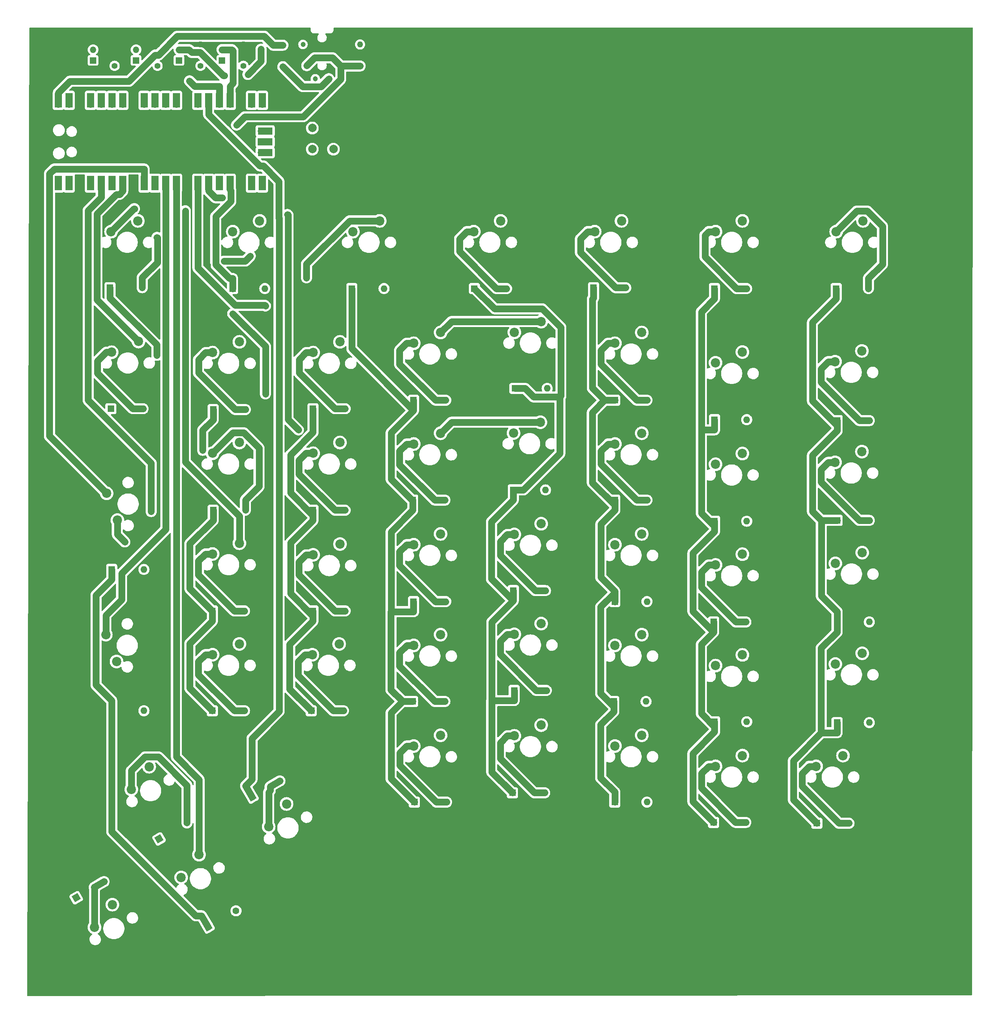
<source format=gbr>
%TF.GenerationSoftware,KiCad,Pcbnew,6.0.9-8da3e8f707~116~ubuntu20.04.1*%
%TF.CreationDate,2022-11-05T14:21:41+01:00*%
%TF.ProjectId,98keys-right,39386b65-7973-42d7-9269-6768742e6b69,rev?*%
%TF.SameCoordinates,Original*%
%TF.FileFunction,Copper,L1,Top*%
%TF.FilePolarity,Positive*%
%FSLAX46Y46*%
G04 Gerber Fmt 4.6, Leading zero omitted, Abs format (unit mm)*
G04 Created by KiCad (PCBNEW 6.0.9-8da3e8f707~116~ubuntu20.04.1) date 2022-11-05 14:21:41*
%MOMM*%
%LPD*%
G01*
G04 APERTURE LIST*
G04 Aperture macros list*
%AMHorizOval*
0 Thick line with rounded ends*
0 $1 width*
0 $2 $3 position (X,Y) of the first rounded end (center of the circle)*
0 $4 $5 position (X,Y) of the second rounded end (center of the circle)*
0 Add line between two ends*
20,1,$1,$2,$3,$4,$5,0*
0 Add two circle primitives to create the rounded ends*
1,1,$1,$2,$3*
1,1,$1,$4,$5*%
%AMRotRect*
0 Rectangle, with rotation*
0 The origin of the aperture is its center*
0 $1 length*
0 $2 width*
0 $3 Rotation angle, in degrees counterclockwise*
0 Add horizontal line*
21,1,$1,$2,0,0,$3*%
G04 Aperture macros list end*
%TA.AperFunction,ComponentPad*%
%ADD10C,1.200000*%
%TD*%
%TA.AperFunction,ComponentPad*%
%ADD11R,1.600000X1.600000*%
%TD*%
%TA.AperFunction,ComponentPad*%
%ADD12O,1.600000X1.600000*%
%TD*%
%TA.AperFunction,ComponentPad*%
%ADD13RotRect,1.600000X1.600000X30.000000*%
%TD*%
%TA.AperFunction,ComponentPad*%
%ADD14HorizOval,1.600000X0.000000X0.000000X0.000000X0.000000X0*%
%TD*%
%TA.AperFunction,ComponentPad*%
%ADD15HorizOval,1.600000X0.000000X0.000000X0.000000X0.000000X0*%
%TD*%
%TA.AperFunction,ComponentPad*%
%ADD16C,2.200000*%
%TD*%
%TA.AperFunction,ComponentPad*%
%ADD17C,7.500000*%
%TD*%
%TA.AperFunction,ComponentPad*%
%ADD18C,2.000000*%
%TD*%
%TA.AperFunction,ComponentPad*%
%ADD19R,1.500000X1.500000*%
%TD*%
%TA.AperFunction,ComponentPad*%
%ADD20O,1.500000X1.500000*%
%TD*%
%TA.AperFunction,ComponentPad*%
%ADD21C,1.400000*%
%TD*%
%TA.AperFunction,ComponentPad*%
%ADD22O,1.400000X1.400000*%
%TD*%
%TA.AperFunction,SMDPad,CuDef*%
%ADD23R,1.700000X3.500000*%
%TD*%
%TA.AperFunction,ComponentPad*%
%ADD24O,1.700000X1.700000*%
%TD*%
%TA.AperFunction,ComponentPad*%
%ADD25R,1.700000X1.700000*%
%TD*%
%TA.AperFunction,SMDPad,CuDef*%
%ADD26R,3.500000X1.700000*%
%TD*%
%TA.AperFunction,ViaPad*%
%ADD27C,1.400000*%
%TD*%
%TA.AperFunction,Conductor*%
%ADD28C,1.600000*%
%TD*%
G04 APERTURE END LIST*
D10*
%TO.P,J1,1,Pin_1*%
%TO.N,GND*%
X141250000Y-27500000D03*
%TO.P,J1,2,Pin_2*%
%TO.N,sda*%
X133150000Y-32500000D03*
%TO.P,J1,3,Pin_3*%
%TO.N,scl*%
X138350000Y-35600000D03*
%TO.P,J1,4,Pin_4*%
%TO.N,VCC*%
X132250000Y-27500000D03*
%TO.P,J1,5*%
%TO.N,N/C*%
X135150000Y-35600000D03*
%TD*%
D11*
%TO.P,D1,1,K*%
%TO.N,COL1*%
X258380000Y-85199600D03*
D12*
%TO.P,D1,2,A*%
%TO.N,Net-(D1-Pad2)*%
X266000000Y-85199600D03*
%TD*%
D11*
%TO.P,D2,1,K*%
%TO.N,COL1*%
X258600000Y-116399600D03*
D12*
%TO.P,D2,2,A*%
%TO.N,Net-(D2-Pad2)*%
X266220000Y-116399600D03*
%TD*%
D11*
%TO.P,D3,1,K*%
%TO.N,COL1*%
X258600000Y-139999600D03*
D12*
%TO.P,D3,2,A*%
%TO.N,Net-(D3-Pad2)*%
X266220000Y-139999600D03*
%TD*%
D11*
%TO.P,D4,1,K*%
%TO.N,COL1*%
X258600000Y-163999600D03*
D12*
%TO.P,D4,2,A*%
%TO.N,Net-(D4-Pad2)*%
X266220000Y-163999600D03*
%TD*%
D11*
%TO.P,D5,1,K*%
%TO.N,COL1*%
X258600000Y-187799600D03*
D12*
%TO.P,D5,2,A*%
%TO.N,Net-(D5-Pad2)*%
X266220000Y-187799600D03*
%TD*%
D11*
%TO.P,D6,1,K*%
%TO.N,COL1*%
X253800000Y-211599600D03*
D12*
%TO.P,D6,2,A*%
%TO.N,Net-(D6-Pad2)*%
X261420000Y-211599600D03*
%TD*%
D11*
%TO.P,D7,1,K*%
%TO.N,COL2*%
X229580000Y-85199600D03*
D12*
%TO.P,D7,2,A*%
%TO.N,Net-(D7-Pad2)*%
X237200000Y-85199600D03*
%TD*%
D11*
%TO.P,D8,1,K*%
%TO.N,COL2*%
X229600000Y-116199600D03*
D12*
%TO.P,D8,2,A*%
%TO.N,Net-(D8-Pad2)*%
X237220000Y-116199600D03*
%TD*%
D11*
%TO.P,D9,1,K*%
%TO.N,COL2*%
X229600000Y-140199600D03*
D12*
%TO.P,D9,2,A*%
%TO.N,Net-(D9-Pad2)*%
X237220000Y-140199600D03*
%TD*%
D11*
%TO.P,D10,1,K*%
%TO.N,COL2*%
X229400000Y-163999600D03*
D12*
%TO.P,D10,2,A*%
%TO.N,Net-(D10-Pad2)*%
X237020000Y-163999600D03*
%TD*%
D11*
%TO.P,D11,1,K*%
%TO.N,COL2*%
X229600000Y-187599600D03*
D12*
%TO.P,D11,2,A*%
%TO.N,Net-(D11-Pad2)*%
X237220000Y-187599600D03*
%TD*%
D11*
%TO.P,D12,1,K*%
%TO.N,COL2*%
X229380000Y-211399600D03*
D12*
%TO.P,D12,2,A*%
%TO.N,Net-(D12-Pad2)*%
X237000000Y-211399600D03*
%TD*%
D11*
%TO.P,D14,1,K*%
%TO.N,COL3*%
X200980000Y-84999600D03*
D12*
%TO.P,D14,2,A*%
%TO.N,Net-(D14-Pad2)*%
X208600000Y-84999600D03*
%TD*%
D11*
%TO.P,D15,1,K*%
%TO.N,COL3*%
X206000000Y-111599600D03*
D12*
%TO.P,D15,2,A*%
%TO.N,Net-(D15-Pad2)*%
X213620000Y-111599600D03*
%TD*%
D11*
%TO.P,D16,1,K*%
%TO.N,COL3*%
X206000000Y-135199600D03*
D12*
%TO.P,D16,2,A*%
%TO.N,Net-(D16-Pad2)*%
X213620000Y-135199600D03*
%TD*%
D11*
%TO.P,D17,1,K*%
%TO.N,COL3*%
X205780000Y-182799600D03*
D12*
%TO.P,D17,2,A*%
%TO.N,Net-(D17-Pad2)*%
X213400000Y-182799600D03*
%TD*%
D11*
%TO.P,D18,1,K*%
%TO.N,COL3*%
X206000000Y-159199600D03*
D12*
%TO.P,D18,2,A*%
%TO.N,Net-(D18-Pad2)*%
X213620000Y-159199600D03*
%TD*%
D11*
%TO.P,D19,1,K*%
%TO.N,COL3*%
X206000000Y-206599600D03*
D12*
%TO.P,D19,2,A*%
%TO.N,Net-(D19-Pad2)*%
X213620000Y-206599600D03*
%TD*%
D11*
%TO.P,D20,1,K*%
%TO.N,COL4*%
X172800000Y-85199600D03*
D12*
%TO.P,D20,2,A*%
%TO.N,Net-(D20-Pad2)*%
X180420000Y-85199600D03*
%TD*%
D11*
%TO.P,D21,1,K*%
%TO.N,COL4*%
X182400000Y-108799600D03*
D12*
%TO.P,D21,2,A*%
%TO.N,Net-(D21-Pad2)*%
X190020000Y-108799600D03*
%TD*%
D11*
%TO.P,D22,1,K*%
%TO.N,COL4*%
X182000000Y-132799600D03*
D12*
%TO.P,D22,2,A*%
%TO.N,Net-(D22-Pad2)*%
X189620000Y-132799600D03*
%TD*%
D11*
%TO.P,D23,1,K*%
%TO.N,COL4*%
X182000000Y-156599600D03*
D12*
%TO.P,D23,2,A*%
%TO.N,Net-(D23-Pad2)*%
X189620000Y-156599600D03*
%TD*%
D11*
%TO.P,D24,1,K*%
%TO.N,COL4*%
X182200000Y-180199600D03*
D12*
%TO.P,D24,2,A*%
%TO.N,Net-(D24-Pad2)*%
X189820000Y-180199600D03*
%TD*%
D11*
%TO.P,D25,1,K*%
%TO.N,COL4*%
X181800000Y-204399600D03*
D12*
%TO.P,D25,2,A*%
%TO.N,Net-(D25-Pad2)*%
X189420000Y-204399600D03*
%TD*%
D11*
%TO.P,D26,1,K*%
%TO.N,COL5*%
X143800000Y-85199600D03*
D12*
%TO.P,D26,2,A*%
%TO.N,Net-(D26-Pad2)*%
X151420000Y-85199600D03*
%TD*%
D11*
%TO.P,D27,1,K*%
%TO.N,COL5*%
X158200000Y-135199600D03*
D12*
%TO.P,D27,2,A*%
%TO.N,Net-(D27-Pad2)*%
X165820000Y-135199600D03*
%TD*%
D11*
%TO.P,D28,1,K*%
%TO.N,COL5*%
X158400000Y-111599600D03*
D12*
%TO.P,D28,2,A*%
%TO.N,Net-(D28-Pad2)*%
X166020000Y-111599600D03*
%TD*%
D11*
%TO.P,D29,1,K*%
%TO.N,COL5*%
X158400000Y-159199600D03*
D12*
%TO.P,D29,2,A*%
%TO.N,Net-(D29-Pad2)*%
X166020000Y-159199600D03*
%TD*%
D11*
%TO.P,D30,1,K*%
%TO.N,COL5*%
X158200000Y-182799600D03*
D12*
%TO.P,D30,2,A*%
%TO.N,Net-(D30-Pad2)*%
X165820000Y-182799600D03*
%TD*%
D11*
%TO.P,D31,1,K*%
%TO.N,COL5*%
X158600000Y-206599600D03*
D12*
%TO.P,D31,2,A*%
%TO.N,Net-(D31-Pad2)*%
X166220000Y-206599600D03*
%TD*%
D11*
%TO.P,D32,1,K*%
%TO.N,COL6*%
X115600000Y-85199600D03*
D12*
%TO.P,D32,2,A*%
%TO.N,Net-(D32-Pad2)*%
X123220000Y-85199600D03*
%TD*%
D11*
%TO.P,D33,1,K*%
%TO.N,COL6*%
X134600000Y-113599600D03*
D12*
%TO.P,D33,2,A*%
%TO.N,Net-(D33-Pad2)*%
X142220000Y-113599600D03*
%TD*%
D11*
%TO.P,D34,1,K*%
%TO.N,COL6*%
X134600000Y-137599600D03*
D12*
%TO.P,D34,2,A*%
%TO.N,Net-(D34-Pad2)*%
X142220000Y-137599600D03*
%TD*%
D11*
%TO.P,D35,1,K*%
%TO.N,COL6*%
X134600000Y-161399600D03*
D12*
%TO.P,D35,2,A*%
%TO.N,Net-(D35-Pad2)*%
X142220000Y-161399600D03*
%TD*%
D11*
%TO.P,D36,1,K*%
%TO.N,COL6*%
X134200000Y-184999600D03*
D12*
%TO.P,D36,2,A*%
%TO.N,Net-(D36-Pad2)*%
X141820000Y-184999600D03*
%TD*%
D11*
%TO.P,D37,1,K*%
%TO.N,COL7*%
X86600000Y-84999600D03*
D12*
%TO.P,D37,2,A*%
%TO.N,Net-(D37-Pad2)*%
X94220000Y-84999600D03*
%TD*%
D11*
%TO.P,D38,1,K*%
%TO.N,COL7*%
X111000000Y-113799600D03*
D12*
%TO.P,D38,2,A*%
%TO.N,Net-(D38-Pad2)*%
X118620000Y-113799600D03*
%TD*%
D11*
%TO.P,D39,1,K*%
%TO.N,COL7*%
X110800000Y-184999600D03*
D12*
%TO.P,D39,2,A*%
%TO.N,Net-(D39-Pad2)*%
X118420000Y-184999600D03*
%TD*%
D11*
%TO.P,D40,1,K*%
%TO.N,COL7*%
X111000000Y-137599600D03*
D12*
%TO.P,D40,2,A*%
%TO.N,Net-(D40-Pad2)*%
X118620000Y-137599600D03*
%TD*%
D11*
%TO.P,D41,1,K*%
%TO.N,COL7*%
X110800000Y-161399600D03*
D12*
%TO.P,D41,2,A*%
%TO.N,Net-(D41-Pad2)*%
X118420000Y-161399600D03*
%TD*%
D11*
%TO.P,D42,1,K*%
%TO.N,COL8*%
X86800000Y-113599600D03*
D12*
%TO.P,D42,2,A*%
%TO.N,Net-(D42-Pad2)*%
X94420000Y-113599600D03*
%TD*%
D11*
%TO.P,D43,1,K*%
%TO.N,COL8*%
X87000000Y-151599600D03*
D12*
%TO.P,D43,2,A*%
%TO.N,Net-(D43-Pad2)*%
X94620000Y-151599600D03*
%TD*%
D11*
%TO.P,D44,1,K*%
%TO.N,COL8*%
X87000000Y-184999600D03*
D12*
%TO.P,D44,2,A*%
%TO.N,Net-(D44-Pad2)*%
X94620000Y-184999600D03*
%TD*%
D13*
%TO.P,D45,1,K*%
%TO.N,COL6*%
X78590900Y-229204600D03*
D14*
%TO.P,D45,2,A*%
%TO.N,Net-(D45-Pad2)*%
X85190014Y-225394600D03*
%TD*%
D13*
%TO.P,D46,1,K*%
%TO.N,Arrow-Right*%
X98200900Y-215309600D03*
D15*
%TO.P,D46,2,A*%
%TO.N,Net-(D46-Pad2)*%
X104800014Y-211499600D03*
%TD*%
D13*
%TO.P,D47,1,K*%
%TO.N,COL8*%
X109800900Y-236109600D03*
D14*
%TO.P,D47,2,A*%
%TO.N,Net-(D47-Pad2)*%
X116400014Y-232299600D03*
%TD*%
D13*
%TO.P,D48,1,K*%
%TO.N,Arrow-Right*%
X120190000Y-205394600D03*
D14*
%TO.P,D48,2,A*%
%TO.N,Net-(D48-Pad2)*%
X126789114Y-201584600D03*
%TD*%
D16*
%TO.P,SW1,1*%
%TO.N,ROW1*%
X264740000Y-69199600D03*
%TO.P,SW1,2*%
%TO.N,Net-(D1-Pad2)*%
X258390000Y-71739600D03*
%TD*%
%TO.P,SW2,2*%
%TO.N,Net-(D2-Pad2)*%
X258130000Y-102480000D03*
%TO.P,SW2,1*%
%TO.N,ROW2*%
X264480000Y-99940000D03*
%TD*%
%TO.P,SW3,1*%
%TO.N,ROW3*%
X264480000Y-123740000D03*
%TO.P,SW3,2*%
%TO.N,Net-(D3-Pad2)*%
X258130000Y-126280000D03*
%TD*%
%TO.P,SW4,1*%
%TO.N,ROW5*%
X264540000Y-171420000D03*
%TO.P,SW4,2*%
%TO.N,Net-(D5-Pad2)*%
X258190000Y-173960000D03*
%TD*%
%TO.P,SW5,1*%
%TO.N,ROW4*%
X264540000Y-147620000D03*
%TO.P,SW5,2*%
%TO.N,Net-(D4-Pad2)*%
X258190000Y-150160000D03*
%TD*%
%TO.P,SW6,1*%
%TO.N,ROW6*%
X260000000Y-195599600D03*
%TO.P,SW6,2*%
%TO.N,Net-(D6-Pad2)*%
X253650000Y-198139600D03*
%TD*%
%TO.P,SW7,1*%
%TO.N,ROW1*%
X236200000Y-69199600D03*
%TO.P,SW7,2*%
%TO.N,Net-(D7-Pad2)*%
X229850000Y-71739600D03*
%TD*%
%TO.P,SW8,1*%
%TO.N,ROW2*%
X236200000Y-100199600D03*
%TO.P,SW8,2*%
%TO.N,Net-(D8-Pad2)*%
X229850000Y-102739600D03*
%TD*%
%TO.P,SW9,1*%
%TO.N,ROW3*%
X236200000Y-124199600D03*
%TO.P,SW9,2*%
%TO.N,Net-(D9-Pad2)*%
X229850000Y-126739600D03*
%TD*%
%TO.P,SW10,1*%
%TO.N,ROW5*%
X236200000Y-171799600D03*
%TO.P,SW10,2*%
%TO.N,Net-(D11-Pad2)*%
X229850000Y-174339600D03*
%TD*%
%TO.P,SW11,1*%
%TO.N,ROW4*%
X236200000Y-147999600D03*
%TO.P,SW11,2*%
%TO.N,Net-(D10-Pad2)*%
X229850000Y-150539600D03*
%TD*%
%TO.P,SW12,1*%
%TO.N,ROW6*%
X236200000Y-195599600D03*
%TO.P,SW12,2*%
%TO.N,Net-(D12-Pad2)*%
X229850000Y-198139600D03*
%TD*%
%TO.P,SW13,1*%
%TO.N,ROW1*%
X207600000Y-69199600D03*
%TO.P,SW13,2*%
%TO.N,Net-(D14-Pad2)*%
X201250000Y-71739600D03*
%TD*%
%TO.P,SW14,1*%
%TO.N,ROW2*%
X212400000Y-95599600D03*
%TO.P,SW14,2*%
%TO.N,Net-(D15-Pad2)*%
X206050000Y-98139600D03*
%TD*%
%TO.P,SW15,1*%
%TO.N,ROW3*%
X212400000Y-119399600D03*
%TO.P,SW15,2*%
%TO.N,Net-(D16-Pad2)*%
X206050000Y-121939600D03*
%TD*%
%TO.P,SW16,1*%
%TO.N,ROW5*%
X212400000Y-166999600D03*
%TO.P,SW16,2*%
%TO.N,Net-(D17-Pad2)*%
X206050000Y-169539600D03*
%TD*%
%TO.P,SW17,1*%
%TO.N,ROW4*%
X212400000Y-143199600D03*
%TO.P,SW17,2*%
%TO.N,Net-(D18-Pad2)*%
X206050000Y-145739600D03*
%TD*%
%TO.P,SW18,1*%
%TO.N,ROW6*%
X212400000Y-190799600D03*
%TO.P,SW18,2*%
%TO.N,Net-(D19-Pad2)*%
X206050000Y-193339600D03*
%TD*%
%TO.P,SW19,1*%
%TO.N,ROW1*%
X179000000Y-69199600D03*
%TO.P,SW19,2*%
%TO.N,Net-(D20-Pad2)*%
X172650000Y-71739600D03*
%TD*%
%TO.P,SW20,1*%
%TO.N,ROW2*%
X188600000Y-92999600D03*
%TO.P,SW20,2*%
%TO.N,Net-(D21-Pad2)*%
X182250000Y-95539600D03*
%TD*%
%TO.P,SW21,1*%
%TO.N,ROW3*%
X188400000Y-116799600D03*
%TO.P,SW21,2*%
%TO.N,Net-(D22-Pad2)*%
X182050000Y-119339600D03*
%TD*%
%TO.P,SW22,1*%
%TO.N,ROW5*%
X188600000Y-164399600D03*
%TO.P,SW22,2*%
%TO.N,Net-(D24-Pad2)*%
X182250000Y-166939600D03*
%TD*%
%TO.P,SW23,1*%
%TO.N,ROW4*%
X188600000Y-140799600D03*
%TO.P,SW23,2*%
%TO.N,Net-(D23-Pad2)*%
X182250000Y-143339600D03*
%TD*%
%TO.P,SW24,1*%
%TO.N,ROW6*%
X188600000Y-188399600D03*
%TO.P,SW24,2*%
%TO.N,Net-(D25-Pad2)*%
X182250000Y-190939600D03*
%TD*%
%TO.P,SW25,1*%
%TO.N,ROW1*%
X150400000Y-69199600D03*
%TO.P,SW25,2*%
%TO.N,Net-(D26-Pad2)*%
X144050000Y-71739600D03*
%TD*%
%TO.P,SW26,1*%
%TO.N,ROW2*%
X164800000Y-95599600D03*
%TO.P,SW26,2*%
%TO.N,Net-(D28-Pad2)*%
X158450000Y-98139600D03*
%TD*%
%TO.P,SW27,1*%
%TO.N,ROW3*%
X164800000Y-119399600D03*
%TO.P,SW27,2*%
%TO.N,Net-(D27-Pad2)*%
X158450000Y-121939600D03*
%TD*%
%TO.P,SW28,1*%
%TO.N,ROW5*%
X164800000Y-166999600D03*
%TO.P,SW28,2*%
%TO.N,Net-(D30-Pad2)*%
X158450000Y-169539600D03*
%TD*%
%TO.P,SW29,1*%
%TO.N,ROW4*%
X164800000Y-143199600D03*
%TO.P,SW29,2*%
%TO.N,Net-(D29-Pad2)*%
X158450000Y-145739600D03*
%TD*%
%TO.P,SW30,1*%
%TO.N,ROW6*%
X164800000Y-190799600D03*
%TO.P,SW30,2*%
%TO.N,Net-(D31-Pad2)*%
X158450000Y-193339600D03*
%TD*%
%TO.P,SW31,1*%
%TO.N,ROW1*%
X122000000Y-69199600D03*
%TO.P,SW31,2*%
%TO.N,Net-(D32-Pad2)*%
X115650000Y-71739600D03*
%TD*%
%TO.P,SW32,1*%
%TO.N,ROW2*%
X141000000Y-97799600D03*
%TO.P,SW32,2*%
%TO.N,Net-(D33-Pad2)*%
X134650000Y-100339600D03*
%TD*%
%TO.P,SW33,1*%
%TO.N,ROW3*%
X141000000Y-121599600D03*
%TO.P,SW33,2*%
%TO.N,Net-(D34-Pad2)*%
X134650000Y-124139600D03*
%TD*%
%TO.P,SW34,1*%
%TO.N,ROW5*%
X140800000Y-169199600D03*
%TO.P,SW34,2*%
%TO.N,Net-(D36-Pad2)*%
X134450000Y-171739600D03*
%TD*%
%TO.P,SW35,1*%
%TO.N,ROW4*%
X141000000Y-145599600D03*
%TO.P,SW35,2*%
%TO.N,Net-(D35-Pad2)*%
X134650000Y-148139600D03*
%TD*%
%TO.P,SW36,1*%
%TO.N,ROW1*%
X93200000Y-69199600D03*
%TO.P,SW36,2*%
%TO.N,Net-(D37-Pad2)*%
X86850000Y-71739600D03*
%TD*%
%TO.P,SW37,1*%
%TO.N,ROW2*%
X117200000Y-97799600D03*
%TO.P,SW37,2*%
%TO.N,Net-(D38-Pad2)*%
X110850000Y-100339600D03*
%TD*%
%TO.P,SW38,1*%
%TO.N,ROW3*%
X117200000Y-121599600D03*
%TO.P,SW38,2*%
%TO.N,Net-(D40-Pad2)*%
X110850000Y-124139600D03*
%TD*%
%TO.P,SW39,1*%
%TO.N,ROW5*%
X117200000Y-169199600D03*
%TO.P,SW39,2*%
%TO.N,Net-(D39-Pad2)*%
X110850000Y-171739600D03*
%TD*%
%TO.P,SW40,1*%
%TO.N,ROW4*%
X117200000Y-145399600D03*
%TO.P,SW40,2*%
%TO.N,Net-(D41-Pad2)*%
X110850000Y-147939600D03*
%TD*%
%TO.P,SW41,1*%
%TO.N,ROW2*%
X93340000Y-97719600D03*
%TO.P,SW41,2*%
%TO.N,Net-(D42-Pad2)*%
X86990000Y-100259600D03*
%TD*%
%TO.P,SW42,1*%
%TO.N,ROW3*%
X85800000Y-133599600D03*
%TO.P,SW42,2*%
%TO.N,Net-(D43-Pad2)*%
X88340000Y-139949600D03*
%TD*%
%TO.P,SW43,1*%
%TO.N,ROW5*%
X85600000Y-166999600D03*
%TO.P,SW43,2*%
%TO.N,Net-(D44-Pad2)*%
X88140000Y-173349600D03*
%TD*%
%TO.P,SW44,1*%
%TO.N,ROW6*%
X87159700Y-230830600D03*
%TO.P,SW44,2*%
%TO.N,Net-(D45-Pad2)*%
X82930439Y-236205305D03*
%TD*%
%TO.P,SW45,1*%
%TO.N,ROW5*%
X95859700Y-198230600D03*
%TO.P,SW45,2*%
%TO.N,Net-(D46-Pad2)*%
X91630439Y-203605305D03*
%TD*%
%TO.P,SW46,1*%
%TO.N,ROW6*%
X107659700Y-219030600D03*
%TO.P,SW46,2*%
%TO.N,Net-(D47-Pad2)*%
X103430439Y-224405305D03*
%TD*%
%TO.P,SW47,1*%
%TO.N,ROW6*%
X128359700Y-207030600D03*
%TO.P,SW47,2*%
%TO.N,Net-(D48-Pad2)*%
X124130439Y-212405305D03*
%TD*%
D17*
%TO.P,H1,1,1*%
%TO.N,GND*%
X74110000Y-30105000D03*
%TD*%
%TO.P,H2,1,1*%
%TO.N,GND*%
X283610000Y-246105000D03*
%TD*%
%TO.P,H3,1,1*%
%TO.N,GND*%
X179110000Y-30105000D03*
%TD*%
%TO.P,H4,1,1*%
%TO.N,GND*%
X283610000Y-138105000D03*
%TD*%
%TO.P,H5,1,1*%
%TO.N,GND*%
X283610000Y-30105000D03*
%TD*%
%TO.P,H6,1,1*%
%TO.N,GND*%
X178610000Y-246105000D03*
%TD*%
%TO.P,H7,1,1*%
%TO.N,GND*%
X73610000Y-138105000D03*
%TD*%
%TO.P,H8,1,1*%
%TO.N,GND*%
X73610000Y-246105000D03*
%TD*%
D18*
%TO.P,SW48,1,1*%
%TO.N,Net-(SW48-Pad1)*%
X134450000Y-47256300D03*
%TO.P,SW48,2,2*%
%TO.N,GND*%
X139450000Y-47256300D03*
%TO.P,SW48,3*%
%TO.N,N/C*%
X134450000Y-52256300D03*
%TO.P,SW48,4*%
X139450000Y-52256300D03*
%TD*%
D19*
%TO.P,D50,1,K*%
%TO.N,Net-(D50-Pad1)*%
X102920000Y-31270000D03*
D20*
%TO.P,D50,2,A*%
%TO.N,PWM2*%
X102920000Y-28730000D03*
%TD*%
D19*
%TO.P,D51,1,K*%
%TO.N,Net-(D51-Pad1)*%
X92760000Y-31270000D03*
D20*
%TO.P,D51,2,A*%
%TO.N,PWM1*%
X92760000Y-28730000D03*
%TD*%
D21*
%TO.P,R6,1*%
%TO.N,Net-(D51-Pad1)*%
X108000000Y-32540000D03*
D22*
%TO.P,R6,2*%
%TO.N,GND*%
X108000000Y-27460000D03*
%TD*%
D23*
%TO.P,U1,1,GPIO0*%
%TO.N,sda*%
X74370000Y-60290000D03*
D24*
X74370000Y-59390000D03*
D23*
%TO.P,U1,2,GPIO1*%
%TO.N,scl*%
X76910000Y-60290000D03*
D24*
X76910000Y-59390000D03*
D23*
%TO.P,U1,3,GND*%
%TO.N,GND*%
X79450000Y-60290000D03*
D25*
X79450000Y-59390000D03*
D23*
%TO.P,U1,4,GPIO2*%
%TO.N,COL1*%
X81990000Y-60290000D03*
D24*
X81990000Y-59390000D03*
%TO.P,U1,5,GPIO3*%
%TO.N,COL2*%
X84530000Y-59390000D03*
D23*
X84530000Y-60290000D03*
D24*
%TO.P,U1,6,GPIO4*%
%TO.N,ROW1*%
X87070000Y-59390000D03*
D23*
X87070000Y-60290000D03*
D24*
%TO.P,U1,7,GPIO5*%
%TO.N,ROW2*%
X89610000Y-59390000D03*
D23*
X89610000Y-60290000D03*
%TO.P,U1,8,GND*%
%TO.N,GND*%
X92150000Y-60290000D03*
D25*
X92150000Y-59390000D03*
D23*
%TO.P,U1,9,GPIO6*%
%TO.N,ROW3*%
X94690000Y-60290000D03*
D24*
X94690000Y-59390000D03*
D23*
%TO.P,U1,10,GPIO7*%
%TO.N,ROW4*%
X97230000Y-60290000D03*
D24*
X97230000Y-59390000D03*
D23*
%TO.P,U1,11,GPIO8*%
%TO.N,ROW5*%
X99770000Y-60290000D03*
D24*
X99770000Y-59390000D03*
%TO.P,U1,12,GPIO9*%
%TO.N,ROW6*%
X102310000Y-59390000D03*
D23*
X102310000Y-60290000D03*
%TO.P,U1,13,GND*%
%TO.N,GND*%
X104850000Y-60290000D03*
D25*
X104850000Y-59390000D03*
D24*
%TO.P,U1,14,GPIO10*%
%TO.N,COL3*%
X107390000Y-59390000D03*
D23*
X107390000Y-60290000D03*
%TO.P,U1,15,GPIO11*%
%TO.N,COL4*%
X109930000Y-60290000D03*
D24*
X109930000Y-59390000D03*
%TO.P,U1,16,GPIO12*%
%TO.N,COL5*%
X112470000Y-59390000D03*
D23*
X112470000Y-60290000D03*
%TO.P,U1,17,GPIO13*%
%TO.N,COL6*%
X115010000Y-60290000D03*
D24*
X115010000Y-59390000D03*
D25*
%TO.P,U1,18,GND*%
%TO.N,GND*%
X117550000Y-59390000D03*
D23*
X117550000Y-60290000D03*
%TO.P,U1,19,GPIO14*%
%TO.N,COL7*%
X120090000Y-60290000D03*
D24*
X120090000Y-59390000D03*
D23*
%TO.P,U1,20,GPIO15*%
%TO.N,COL8*%
X122630000Y-60290000D03*
D24*
X122630000Y-59390000D03*
D23*
%TO.P,U1,21,GPIO16*%
%TO.N,PWM1*%
X122630000Y-40710000D03*
D24*
X122630000Y-41610000D03*
D23*
%TO.P,U1,22,GPIO17*%
%TO.N,PWM2*%
X120090000Y-40710000D03*
D24*
X120090000Y-41610000D03*
D23*
%TO.P,U1,23,GND*%
%TO.N,GND*%
X117550000Y-40710000D03*
D25*
X117550000Y-41610000D03*
D24*
%TO.P,U1,24,GPIO18*%
%TO.N,PWM3*%
X115010000Y-41610000D03*
D23*
X115010000Y-40710000D03*
D24*
%TO.P,U1,25,GPIO19*%
%TO.N,PWM4*%
X112470000Y-41610000D03*
D23*
X112470000Y-40710000D03*
%TO.P,U1,26,GPIO20*%
%TO.N,Arrow-Right*%
X109930000Y-40710000D03*
D24*
X109930000Y-41610000D03*
D23*
%TO.P,U1,27,GPIO21*%
%TO.N,unconnected-(U1-Pad27)*%
X107390000Y-40710000D03*
D24*
X107390000Y-41610000D03*
D25*
%TO.P,U1,28,GND*%
%TO.N,GND*%
X104850000Y-41610000D03*
D23*
X104850000Y-40710000D03*
D24*
%TO.P,U1,29,GPIO22*%
%TO.N,unconnected-(U1-Pad29)*%
X102310000Y-41610000D03*
D23*
X102310000Y-40710000D03*
%TO.P,U1,30,RUN*%
%TO.N,Net-(SW48-Pad1)*%
X99770000Y-40710000D03*
D24*
X99770000Y-41610000D03*
D23*
%TO.P,U1,31,GPIO26_ADC0*%
%TO.N,unconnected-(U1-Pad31)*%
X97230000Y-40710000D03*
D24*
X97230000Y-41610000D03*
%TO.P,U1,32,GPIO27_ADC1*%
%TO.N,unconnected-(U1-Pad32)*%
X94690000Y-41610000D03*
D23*
X94690000Y-40710000D03*
%TO.P,U1,33,AGND*%
%TO.N,GND*%
X92150000Y-40710000D03*
D25*
X92150000Y-41610000D03*
D24*
%TO.P,U1,34,GPIO28_ADC2*%
%TO.N,unconnected-(U1-Pad34)*%
X89610000Y-41610000D03*
D23*
X89610000Y-40710000D03*
%TO.P,U1,35,ADC_VREF*%
%TO.N,unconnected-(U1-Pad35)*%
X87070000Y-40710000D03*
D24*
X87070000Y-41610000D03*
D23*
%TO.P,U1,36,3V3*%
%TO.N,unconnected-(U1-Pad36)*%
X84530000Y-40710000D03*
D24*
X84530000Y-41610000D03*
%TO.P,U1,37,3V3_EN*%
%TO.N,unconnected-(U1-Pad37)*%
X81990000Y-41610000D03*
D23*
X81990000Y-40710000D03*
%TO.P,U1,38,GND*%
%TO.N,GND*%
X79450000Y-40710000D03*
D25*
X79450000Y-41610000D03*
D24*
%TO.P,U1,39,VSYS*%
%TO.N,unconnected-(U1-Pad39)*%
X76910000Y-41610000D03*
D23*
X76910000Y-40710000D03*
%TO.P,U1,40,VBUS*%
%TO.N,VCC*%
X74370000Y-40710000D03*
D24*
X74370000Y-41610000D03*
D26*
%TO.P,U1,41,SWCLK*%
%TO.N,unconnected-(U1-Pad41)*%
X123300000Y-53040000D03*
D24*
X122400000Y-53040000D03*
D26*
%TO.P,U1,42,GND*%
%TO.N,unconnected-(U1-Pad42)*%
X123300000Y-50500000D03*
D25*
X122400000Y-50500000D03*
D24*
%TO.P,U1,43,SWDIO*%
%TO.N,unconnected-(U1-Pad43)*%
X122400000Y-47960000D03*
D26*
X123300000Y-47960000D03*
%TD*%
D21*
%TO.P,R3,1*%
%TO.N,Net-(D13-Pad1)*%
X87680000Y-32540000D03*
D22*
%TO.P,R3,2*%
%TO.N,GND*%
X87680000Y-27460000D03*
%TD*%
D21*
%TO.P,R5,1*%
%TO.N,Net-(D50-Pad1)*%
X97840000Y-32540000D03*
D22*
%TO.P,R5,2*%
%TO.N,GND*%
X97840000Y-27460000D03*
%TD*%
D21*
%TO.P,R4,1*%
%TO.N,Net-(D49-Pad1)*%
X118160000Y-32540000D03*
D22*
%TO.P,R4,2*%
%TO.N,GND*%
X118160000Y-27460000D03*
%TD*%
D21*
%TO.P,R1,1*%
%TO.N,scl*%
X127500000Y-32750000D03*
D22*
%TO.P,R1,2*%
%TO.N,VCC*%
X127500000Y-27670000D03*
%TD*%
D19*
%TO.P,D13,1,K*%
%TO.N,Net-(D13-Pad1)*%
X82600000Y-31270000D03*
D20*
%TO.P,D13,2,A*%
%TO.N,PWM4*%
X82600000Y-28730000D03*
%TD*%
D21*
%TO.P,R2,1*%
%TO.N,sda*%
X145750000Y-32580000D03*
D22*
%TO.P,R2,2*%
%TO.N,VCC*%
X145750000Y-27500000D03*
%TD*%
D19*
%TO.P,D49,1,K*%
%TO.N,Net-(D49-Pad1)*%
X113080000Y-31270000D03*
D20*
%TO.P,D49,2,A*%
%TO.N,PWM3*%
X113080000Y-28730000D03*
%TD*%
D27*
%TO.N,GND*%
X109500000Y-68250000D03*
X109750000Y-79750000D03*
X94500000Y-120750000D03*
X87250000Y-125000000D03*
X129000000Y-136500000D03*
X129250000Y-163000000D03*
X85750000Y-158250000D03*
X132750000Y-71500000D03*
X90250000Y-78500000D03*
X90750000Y-50500000D03*
%TO.N,sda*%
X116508800Y-46569700D03*
%TO.N,PWM1*%
X119216800Y-34608200D03*
X122335400Y-28606500D03*
%TO.N,PWM2*%
X113693500Y-34867600D03*
%TO.N,PWM4*%
X105402700Y-36110900D03*
%TO.N,COL8*%
X131158700Y-118601700D03*
X128555500Y-67693200D03*
%TO.N,COL7*%
X108525100Y-123435300D03*
X97673400Y-100977700D03*
%TO.N,COL6*%
X123364300Y-110096100D03*
X115648000Y-91163800D03*
%TO.N,COL4*%
X113171800Y-63740700D03*
%TO.N,COL3*%
X123364300Y-89328100D03*
%TO.N,COL2*%
X96328500Y-137906300D03*
%TO.N,ROW4*%
X104415000Y-66820800D03*
%TO.N,ROW1*%
X133071500Y-82656400D03*
X119782600Y-77492300D03*
X113600200Y-78713600D03*
%TO.N,Net-(D43-Pad2)*%
X90087200Y-145095100D03*
%TO.N,Net-(D37-Pad2)*%
X92388500Y-66326000D03*
X97696400Y-73096800D03*
%TD*%
D28*
%TO.N,ROW2*%
X93340000Y-97719600D02*
X83502200Y-87881800D01*
X83502200Y-87881800D02*
X83502200Y-67497800D01*
X83502200Y-67497800D02*
X88060000Y-62940000D01*
X88060000Y-62940000D02*
X88820000Y-62940000D01*
X88820000Y-62940000D02*
X89610000Y-62150000D01*
X89610000Y-62150000D02*
X89610000Y-59390000D01*
%TO.N,VCC*%
X123089900Y-25559900D02*
X125200000Y-27670000D01*
X102506900Y-25559900D02*
X123089900Y-25559900D01*
X98066800Y-30000000D02*
X102506900Y-25559900D01*
X97273100Y-30000000D02*
X98066800Y-30000000D01*
X91075900Y-36197200D02*
X97273100Y-30000000D01*
X77102000Y-36197200D02*
X91075900Y-36197200D01*
X74370000Y-38929200D02*
X77102000Y-36197200D01*
X74370000Y-41610000D02*
X74370000Y-38929200D01*
X127500000Y-27670000D02*
X125200000Y-27670000D01*
%TO.N,sda*%
X118481400Y-44597100D02*
X116508800Y-46569700D01*
X132250000Y-44597100D02*
X118481400Y-44597100D01*
X141178700Y-35668400D02*
X132250000Y-44597100D01*
X141178700Y-32580000D02*
X141178700Y-35668400D01*
X145750000Y-32580000D02*
X141178700Y-32580000D01*
X135000000Y-30650000D02*
X133150000Y-32500000D01*
X139248700Y-30650000D02*
X135000000Y-30650000D01*
X141178700Y-32580000D02*
X139248700Y-30650000D01*
%TO.N,scl*%
X136493800Y-37456200D02*
X138350000Y-35600000D01*
X132206200Y-37456200D02*
X136493800Y-37456200D01*
X127500000Y-32750000D02*
X132206200Y-37456200D01*
%TO.N,PWM1*%
X122335400Y-31489600D02*
X122335400Y-28606500D01*
X119216800Y-34608200D02*
X122335400Y-31489600D01*
%TO.N,PWM2*%
X105927300Y-29387300D02*
X105270000Y-28730000D01*
X107885900Y-29387300D02*
X105927300Y-29387300D01*
X113366200Y-34867600D02*
X107885900Y-29387300D01*
X113693500Y-34867600D02*
X113366200Y-34867600D01*
X102920000Y-28730000D02*
X105270000Y-28730000D01*
%TO.N,PWM3*%
X113080000Y-28730000D02*
X115430000Y-28730000D01*
X115010000Y-41610000D02*
X115010000Y-37360000D01*
X115693600Y-28993600D02*
X115430000Y-28730000D01*
X115693600Y-36676400D02*
X115693600Y-28993600D01*
X115010000Y-37360000D02*
X115693600Y-36676400D01*
%TO.N,PWM4*%
X106651800Y-37360000D02*
X105402700Y-36110900D01*
X112470000Y-37360000D02*
X106651800Y-37360000D01*
X112470000Y-41610000D02*
X112470000Y-37360000D01*
%TO.N,COL8*%
X109800900Y-236109600D02*
X108279300Y-233474300D01*
X87000000Y-213565900D02*
X87000000Y-184999600D01*
X106908400Y-233474300D02*
X87000000Y-213565900D01*
X108279300Y-233474300D02*
X106908400Y-233474300D01*
X128697300Y-67835000D02*
X128555500Y-67693200D01*
X128697300Y-116140300D02*
X128697300Y-67835000D01*
X131158700Y-118601700D02*
X128697300Y-116140300D01*
X83276100Y-178875700D02*
X87000000Y-182599600D01*
X83276100Y-157723500D02*
X83276100Y-178875700D01*
X87000000Y-153999600D02*
X83276100Y-157723500D01*
X87000000Y-151599600D02*
X87000000Y-153999600D01*
X87000000Y-184999600D02*
X87000000Y-182599600D01*
%TO.N,COL7*%
X105476300Y-179675900D02*
X110800000Y-184999600D01*
X105476300Y-169123300D02*
X105476300Y-179675900D01*
X110800000Y-163799600D02*
X105476300Y-169123300D01*
X110800000Y-161399600D02*
X110800000Y-163799600D01*
X105476300Y-156075900D02*
X110800000Y-161399600D01*
X105476300Y-145523300D02*
X105476300Y-156075900D01*
X111000000Y-139999600D02*
X105476300Y-145523300D01*
X111000000Y-137599600D02*
X111000000Y-139999600D01*
X108525100Y-118674500D02*
X111000000Y-116199600D01*
X108525100Y-123435300D02*
X108525100Y-118674500D01*
X111000000Y-113799600D02*
X111000000Y-116199600D01*
X97673400Y-98473000D02*
X86600000Y-87399600D01*
X97673400Y-100977700D02*
X97673400Y-98473000D01*
X86600000Y-84999600D02*
X86600000Y-87399600D01*
%TO.N,COL6*%
X115600000Y-85199600D02*
X115600000Y-82799600D01*
X115010000Y-59390000D02*
X115010000Y-61840000D01*
X129108100Y-169291500D02*
X134600000Y-163799600D01*
X129108100Y-179907700D02*
X129108100Y-169291500D01*
X134200000Y-184999600D02*
X129108100Y-179907700D01*
X134600000Y-161399600D02*
X134600000Y-162599600D01*
X134600000Y-162599600D02*
X134600000Y-163799600D01*
X129294800Y-145304800D02*
X134600000Y-139999600D01*
X129294800Y-157294400D02*
X129294800Y-145304800D01*
X134600000Y-162599600D02*
X129294800Y-157294400D01*
X134600000Y-137599600D02*
X134600000Y-138799600D01*
X134600000Y-138799600D02*
X134600000Y-139999600D01*
X134600000Y-119214300D02*
X134600000Y-113599600D01*
X129299800Y-124514500D02*
X134600000Y-119214300D01*
X129299800Y-133499400D02*
X129299800Y-124514500D01*
X134600000Y-138799600D02*
X129299800Y-133499400D01*
X114857600Y-82799600D02*
X115600000Y-82799600D01*
X111600100Y-79542100D02*
X114857600Y-82799600D01*
X111600100Y-68141000D02*
X111600100Y-79542100D01*
X115171900Y-64569200D02*
X111600100Y-68141000D01*
X115171900Y-62001900D02*
X115171900Y-64569200D01*
X115010000Y-61840000D02*
X115171900Y-62001900D01*
X123364300Y-98880100D02*
X115648000Y-91163800D01*
X123364300Y-110096100D02*
X123364300Y-98880100D01*
%TO.N,COL5*%
X158400000Y-159199600D02*
X158400000Y-161599600D01*
X158200000Y-135199600D02*
X158200000Y-135371000D01*
X158200000Y-135371000D02*
X158200000Y-137599600D01*
X158400000Y-111599600D02*
X158400000Y-113999600D01*
X153086200Y-130257200D02*
X158200000Y-135371000D01*
X153086200Y-119313400D02*
X153086200Y-130257200D01*
X158400000Y-113999600D02*
X153086200Y-119313400D01*
X143800000Y-85199600D02*
X143800000Y-87599600D01*
X143800000Y-99399600D02*
X143800000Y-87599600D01*
X158400000Y-113999600D02*
X143800000Y-99399600D01*
X158400000Y-161599600D02*
X153086200Y-161599600D01*
X153086200Y-142713400D02*
X158200000Y-137599600D01*
X153086200Y-161599600D02*
X153086200Y-142713400D01*
X158200000Y-182799600D02*
X155800000Y-182799600D01*
X153040000Y-180039600D02*
X155800000Y-182799600D01*
X153040000Y-161645800D02*
X153040000Y-180039600D01*
X153086200Y-161599600D02*
X153040000Y-161645800D01*
X153081200Y-185518400D02*
X155800000Y-182799600D01*
X153081200Y-201080800D02*
X153081200Y-185518400D01*
X158600000Y-206599600D02*
X153081200Y-201080800D01*
%TO.N,COL4*%
X111544100Y-63740700D02*
X113171800Y-63740700D01*
X109930000Y-62126600D02*
X111544100Y-63740700D01*
X109930000Y-59390000D02*
X109930000Y-62126600D01*
X182200000Y-180199600D02*
X182200000Y-182599600D01*
X182000000Y-156599600D02*
X182000000Y-158999600D01*
X176910000Y-182599600D02*
X182200000Y-182599600D01*
X176893700Y-182615900D02*
X176910000Y-182599600D01*
X176893700Y-199493300D02*
X176893700Y-182615900D01*
X181800000Y-204399600D02*
X176893700Y-199493300D01*
X182000000Y-132799600D02*
X182000000Y-135199600D01*
X176910000Y-164089600D02*
X182000000Y-158999600D01*
X176910000Y-182599600D02*
X176910000Y-164089600D01*
X176833800Y-140365800D02*
X182000000Y-135199600D01*
X176833800Y-153833400D02*
X176833800Y-140365800D01*
X182000000Y-158999600D02*
X176833800Y-153833400D01*
X182400000Y-108799600D02*
X184800000Y-108799600D01*
X182000000Y-132799600D02*
X184400000Y-132799600D01*
X192999100Y-124200500D02*
X184400000Y-132799600D01*
X192999100Y-110838600D02*
X192999100Y-124200500D01*
X193249500Y-110588200D02*
X192999100Y-110838600D01*
X193249500Y-94377000D02*
X193249500Y-110588200D01*
X188858400Y-89985900D02*
X193249500Y-94377000D01*
X177586300Y-89985900D02*
X188858400Y-89985900D01*
X172800000Y-85199600D02*
X177586300Y-89985900D01*
X186839000Y-110838600D02*
X184800000Y-108799600D01*
X192999100Y-110838600D02*
X186839000Y-110838600D01*
%TO.N,COL3*%
X107390000Y-80339000D02*
X107390000Y-59390000D01*
X116214700Y-89163700D02*
X107390000Y-80339000D01*
X123199900Y-89163700D02*
X116214700Y-89163700D01*
X123364300Y-89328100D02*
X123199900Y-89163700D01*
X202662900Y-188316700D02*
X205780000Y-185199600D01*
X202662900Y-200862500D02*
X202662900Y-188316700D01*
X206000000Y-204199600D02*
X202662900Y-200862500D01*
X206000000Y-206599600D02*
X206000000Y-204199600D01*
X202704800Y-140894800D02*
X206000000Y-137599600D01*
X202704800Y-153504400D02*
X202704800Y-140894800D01*
X206000000Y-156799600D02*
X202704800Y-153504400D01*
X205780000Y-182799600D02*
X205780000Y-183999600D01*
X205780000Y-183999600D02*
X205780000Y-185199600D01*
X202686900Y-160460800D02*
X206000000Y-157147700D01*
X202686900Y-180906500D02*
X202686900Y-160460800D01*
X205780000Y-183999600D02*
X202686900Y-180906500D01*
X206000000Y-159199600D02*
X206000000Y-157147700D01*
X206000000Y-157147700D02*
X206000000Y-156799600D01*
X200980000Y-84999600D02*
X200980000Y-87399600D01*
X206000000Y-135199600D02*
X206000000Y-136399600D01*
X206000000Y-136399600D02*
X206000000Y-137599600D01*
X206000000Y-111599600D02*
X203600000Y-111599600D01*
X200699600Y-108699200D02*
X203600000Y-111599600D01*
X200699600Y-87680000D02*
X200699600Y-108699200D01*
X200980000Y-87399600D02*
X200699600Y-87680000D01*
X200687300Y-114512300D02*
X203600000Y-111599600D01*
X200687300Y-131086900D02*
X200687300Y-114512300D01*
X206000000Y-136399600D02*
X200687300Y-131086900D01*
%TO.N,COL2*%
X224484100Y-195115500D02*
X229600000Y-189999600D01*
X224484100Y-206503700D02*
X224484100Y-195115500D01*
X229380000Y-211399600D02*
X224484100Y-206503700D01*
X229600000Y-187599600D02*
X229600000Y-188799600D01*
X229600000Y-188799600D02*
X229600000Y-189999600D01*
X229400000Y-163999600D02*
X229400000Y-166399600D01*
X226492200Y-169307400D02*
X229400000Y-166399600D01*
X226492200Y-185691800D02*
X226492200Y-169307400D01*
X229600000Y-188799600D02*
X226492200Y-185691800D01*
X224484100Y-147715500D02*
X229600000Y-142599600D01*
X224484100Y-161483700D02*
X224484100Y-147715500D01*
X229400000Y-166399600D02*
X224484100Y-161483700D01*
X229600000Y-140199600D02*
X229600000Y-141399600D01*
X229600000Y-141399600D02*
X229600000Y-142599600D01*
X229600000Y-116199600D02*
X229600000Y-118599600D01*
X229580000Y-85199600D02*
X229580000Y-87599600D01*
X226482900Y-118599600D02*
X229600000Y-118599600D01*
X226482900Y-138282500D02*
X226482900Y-118599600D01*
X229600000Y-141399600D02*
X226482900Y-138282500D01*
X226482900Y-90696700D02*
X229580000Y-87599600D01*
X226482900Y-118599600D02*
X226482900Y-90696700D01*
X96328500Y-126478000D02*
X96328500Y-137906300D01*
X81424800Y-111574300D02*
X96328500Y-126478000D01*
X81424800Y-66745200D02*
X81424800Y-111574300D01*
X84530000Y-63640000D02*
X81424800Y-66745200D01*
X84530000Y-59390000D02*
X84530000Y-63640000D01*
%TO.N,COL1*%
X258600000Y-116399600D02*
X258600000Y-117599600D01*
X258600000Y-117599600D02*
X258600000Y-118799600D01*
X252760100Y-93219500D02*
X258380000Y-87599600D01*
X252760100Y-111759700D02*
X252760100Y-93219500D01*
X258600000Y-117599600D02*
X252760100Y-111759700D01*
X258380000Y-85199600D02*
X258380000Y-87599600D01*
X258600000Y-163999600D02*
X258600000Y-161599600D01*
X254857900Y-157857500D02*
X258600000Y-161599600D01*
X254857900Y-139999600D02*
X254857900Y-157857500D01*
X258600000Y-139999600D02*
X254857900Y-139999600D01*
X252758600Y-124641000D02*
X258600000Y-118799600D01*
X252758600Y-137900300D02*
X252758600Y-124641000D01*
X254857900Y-139999600D02*
X252758600Y-137900300D01*
X258600000Y-187799600D02*
X258600000Y-190199600D01*
X258600000Y-163999600D02*
X258600000Y-166399600D01*
X254837700Y-170161900D02*
X258600000Y-166399600D01*
X254837700Y-190199600D02*
X254837700Y-170161900D01*
X248253100Y-196784200D02*
X254837700Y-190199600D01*
X248253100Y-206052700D02*
X248253100Y-196784200D01*
X253800000Y-211599600D02*
X248253100Y-206052700D01*
X254837700Y-190199600D02*
X258600000Y-190199600D01*
%TO.N,ROW6*%
X107659700Y-201272200D02*
X107659700Y-219030600D01*
X102310000Y-195922500D02*
X107659700Y-201272200D01*
X102310000Y-59390000D02*
X102310000Y-195922500D01*
%TO.N,ROW4*%
X117200000Y-139008300D02*
X117200000Y-145399600D01*
X104415000Y-126223300D02*
X117200000Y-139008300D01*
X104415000Y-66820800D02*
X104415000Y-126223300D01*
%TO.N,ROW2*%
X167400000Y-92999600D02*
X188600000Y-92999600D01*
X164800000Y-95599600D02*
X167400000Y-92999600D01*
%TO.N,ROW5*%
X99790200Y-61860200D02*
X99770000Y-61840000D01*
X99790200Y-142101300D02*
X99790200Y-61860200D01*
X89348200Y-152543300D02*
X99790200Y-142101300D01*
X89348200Y-158685600D02*
X89348200Y-152543300D01*
X85600000Y-162433800D02*
X89348200Y-158685600D01*
X85600000Y-166999600D02*
X85600000Y-162433800D01*
X99770000Y-59390000D02*
X99770000Y-61840000D01*
%TO.N,ROW3*%
X72268200Y-120067800D02*
X85800000Y-133599600D01*
X72268200Y-58090000D02*
X72268200Y-120067800D01*
X73418200Y-56940000D02*
X72268200Y-58090000D01*
X94690000Y-56940000D02*
X73418200Y-56940000D01*
X94690000Y-59390000D02*
X94690000Y-56940000D01*
X167400000Y-116799600D02*
X188400000Y-116799600D01*
X164800000Y-119399600D02*
X167400000Y-116799600D01*
%TO.N,ROW1*%
X133071500Y-79394800D02*
X133071500Y-82656400D01*
X143266700Y-69199600D02*
X133071500Y-79394800D01*
X150400000Y-69199600D02*
X143266700Y-69199600D01*
X118561300Y-78713600D02*
X113600200Y-78713600D01*
X119782600Y-77492300D02*
X118561300Y-78713600D01*
%TO.N,Arrow-Right*%
X109930000Y-41610000D02*
X109930000Y-44060000D01*
X120190000Y-205394600D02*
X118668400Y-202759300D01*
X120190000Y-201237700D02*
X118668400Y-202759300D01*
X120190000Y-191540200D02*
X120190000Y-201237700D01*
X126594900Y-185135300D02*
X120190000Y-191540200D01*
X126594900Y-68561200D02*
X126594900Y-185135300D01*
X126555400Y-68521700D02*
X126594900Y-68561200D01*
X126555400Y-59905400D02*
X126555400Y-68521700D01*
X122865000Y-56215000D02*
X126555400Y-59905400D01*
X122085000Y-56215000D02*
X122865000Y-56215000D01*
X109930000Y-44060000D02*
X122085000Y-56215000D01*
%TO.N,Net-(D48-Pad2)*%
X124480000Y-203893700D02*
X124480000Y-202917800D01*
X124130400Y-204243300D02*
X124480000Y-203893700D01*
X124130400Y-212405300D02*
X124130400Y-204243300D01*
X126789100Y-201584600D02*
X124480000Y-202917800D01*
%TO.N,Net-(D46-Pad2)*%
X104800000Y-202651200D02*
X104800000Y-211499600D01*
X98078300Y-195929500D02*
X104800000Y-202651200D01*
X94854800Y-195929500D02*
X98078300Y-195929500D01*
X91630400Y-199153900D02*
X94854800Y-195929500D01*
X91630400Y-203605300D02*
X91630400Y-199153900D01*
%TO.N,Net-(D45-Pad2)*%
X82930400Y-226777300D02*
X82880900Y-226727800D01*
X82930400Y-236205300D02*
X82930400Y-226777300D01*
X85190000Y-225394600D02*
X82880900Y-226727800D01*
%TO.N,Net-(D43-Pad2)*%
X88340000Y-143347900D02*
X90087200Y-145095100D01*
X88340000Y-139949600D02*
X88340000Y-143347900D01*
%TO.N,Net-(D42-Pad2)*%
X83630400Y-105210000D02*
X92020000Y-113599600D01*
X83630400Y-102352100D02*
X83630400Y-105210000D01*
X85722900Y-100259600D02*
X83630400Y-102352100D01*
X86990000Y-100259600D02*
X85722900Y-100259600D01*
X94420000Y-113599600D02*
X92020000Y-113599600D01*
%TO.N,Net-(D41-Pad2)*%
X107510700Y-152890300D02*
X116020000Y-161399600D01*
X107510700Y-149573000D02*
X107510700Y-152890300D01*
X109144100Y-147939600D02*
X107510700Y-149573000D01*
X110850000Y-147939600D02*
X109144100Y-147939600D01*
X118420000Y-161399600D02*
X116020000Y-161399600D01*
%TO.N,Net-(D40-Pad2)*%
X121837300Y-131982300D02*
X118620000Y-135199600D01*
X121837300Y-122923200D02*
X121837300Y-131982300D01*
X118196700Y-119282600D02*
X121837300Y-122923200D01*
X115707000Y-119282600D02*
X118196700Y-119282600D01*
X110850000Y-124139600D02*
X115707000Y-119282600D01*
X118620000Y-137599600D02*
X118620000Y-135199600D01*
%TO.N,Net-(D39-Pad2)*%
X107521400Y-176501000D02*
X116020000Y-184999600D01*
X107521400Y-173362300D02*
X107521400Y-176501000D01*
X109144100Y-171739600D02*
X107521400Y-173362300D01*
X110850000Y-171739600D02*
X109144100Y-171739600D01*
X118420000Y-184999600D02*
X116020000Y-184999600D01*
%TO.N,Net-(D38-Pad2)*%
X107524800Y-105104400D02*
X116220000Y-113799600D01*
X107524800Y-101997800D02*
X107524800Y-105104400D01*
X109183000Y-100339600D02*
X107524800Y-101997800D01*
X110850000Y-100339600D02*
X109183000Y-100339600D01*
X118620000Y-113799600D02*
X116220000Y-113799600D01*
%TO.N,Net-(D37-Pad2)*%
X92263600Y-66326000D02*
X92388500Y-66326000D01*
X86850000Y-71739600D02*
X92263600Y-66326000D01*
X97790100Y-79029500D02*
X94220000Y-82599600D01*
X97790100Y-73190500D02*
X97790100Y-79029500D01*
X97696400Y-73096800D02*
X97790100Y-73190500D01*
X94220000Y-84999600D02*
X94220000Y-82599600D01*
%TO.N,Net-(D36-Pad2)*%
X131128100Y-176707700D02*
X139420000Y-184999600D01*
X131128100Y-173356700D02*
X131128100Y-176707700D01*
X132745200Y-171739600D02*
X131128100Y-173356700D01*
X134450000Y-171739600D02*
X132745200Y-171739600D01*
X141820000Y-184999600D02*
X139420000Y-184999600D01*
%TO.N,Net-(D35-Pad2)*%
X131300200Y-152879800D02*
X139820000Y-161399600D01*
X131300200Y-149809600D02*
X131300200Y-152879800D01*
X132970200Y-148139600D02*
X131300200Y-149809600D01*
X134650000Y-148139600D02*
X132970200Y-148139600D01*
X142220000Y-161399600D02*
X139820000Y-161399600D01*
%TO.N,Net-(D34-Pad2)*%
X131300200Y-129079800D02*
X139820000Y-137599600D01*
X131300200Y-125809600D02*
X131300200Y-129079800D01*
X132970200Y-124139600D02*
X131300200Y-125809600D01*
X134650000Y-124139600D02*
X132970200Y-124139600D01*
X142220000Y-137599600D02*
X139820000Y-137599600D01*
%TO.N,Net-(D33-Pad2)*%
X131329900Y-105109500D02*
X139820000Y-113599600D01*
X131329900Y-101987300D02*
X131329900Y-105109500D01*
X132977600Y-100339600D02*
X131329900Y-101987300D01*
X134650000Y-100339600D02*
X132977600Y-100339600D01*
X142220000Y-113599600D02*
X139820000Y-113599600D01*
%TO.N,Net-(D31-Pad2)*%
X155114000Y-197893600D02*
X163820000Y-206599600D01*
X155114000Y-195000200D02*
X155114000Y-197893600D01*
X156774600Y-193339600D02*
X155114000Y-195000200D01*
X158450000Y-193339600D02*
X156774600Y-193339600D01*
X166220000Y-206599600D02*
X163820000Y-206599600D01*
%TO.N,Net-(D30-Pad2)*%
X155081400Y-174461000D02*
X163420000Y-182799600D01*
X155081400Y-171262100D02*
X155081400Y-174461000D01*
X156803900Y-169539600D02*
X155081400Y-171262100D01*
X158450000Y-169539600D02*
X156803900Y-169539600D01*
X165820000Y-182799600D02*
X163420000Y-182799600D01*
%TO.N,Net-(D29-Pad2)*%
X155086400Y-150666000D02*
X163620000Y-159199600D01*
X155086400Y-147407300D02*
X155086400Y-150666000D01*
X156754100Y-145739600D02*
X155086400Y-147407300D01*
X158450000Y-145739600D02*
X156754100Y-145739600D01*
X166020000Y-159199600D02*
X163620000Y-159199600D01*
%TO.N,Net-(D28-Pad2)*%
X155086400Y-103066000D02*
X163620000Y-111599600D01*
X155086400Y-99807300D02*
X155086400Y-103066000D01*
X156754100Y-98139600D02*
X155086400Y-99807300D01*
X158450000Y-98139600D02*
X156754100Y-98139600D01*
X166020000Y-111599600D02*
X163620000Y-111599600D01*
%TO.N,Net-(D27-Pad2)*%
X155100200Y-126879800D02*
X163420000Y-135199600D01*
X155100200Y-123593500D02*
X155100200Y-126879800D01*
X156754100Y-121939600D02*
X155100200Y-123593500D01*
X158450000Y-121939600D02*
X156754100Y-121939600D01*
X165820000Y-135199600D02*
X163420000Y-135199600D01*
%TO.N,Net-(D25-Pad2)*%
X178900200Y-196279800D02*
X187020000Y-204399600D01*
X178900200Y-192593500D02*
X178900200Y-196279800D01*
X180554100Y-190939600D02*
X178900200Y-192593500D01*
X182250000Y-190939600D02*
X180554100Y-190939600D01*
X189420000Y-204399600D02*
X187020000Y-204399600D01*
%TO.N,Net-(D24-Pad2)*%
X178910200Y-171689800D02*
X187420000Y-180199600D01*
X178910200Y-168583500D02*
X178910200Y-171689800D01*
X180554100Y-166939600D02*
X178910200Y-168583500D01*
X182250000Y-166939600D02*
X180554100Y-166939600D01*
X189820000Y-180199600D02*
X187420000Y-180199600D01*
%TO.N,Net-(D23-Pad2)*%
X178900200Y-148279800D02*
X187220000Y-156599600D01*
X178900200Y-144993500D02*
X178900200Y-148279800D01*
X180554100Y-143339600D02*
X178900200Y-144993500D01*
X182250000Y-143339600D02*
X180554100Y-143339600D01*
X189620000Y-156599600D02*
X187220000Y-156599600D01*
%TO.N,Net-(D20-Pad2)*%
X169285700Y-76465300D02*
X178020000Y-85199600D01*
X169285700Y-73431700D02*
X169285700Y-76465300D01*
X170977800Y-71739600D02*
X169285700Y-73431700D01*
X172650000Y-71739600D02*
X170977800Y-71739600D01*
X180420000Y-85199600D02*
X178020000Y-85199600D01*
%TO.N,Net-(D16-Pad2)*%
X202728800Y-126708400D02*
X211220000Y-135199600D01*
X202728800Y-123624300D02*
X202728800Y-126708400D01*
X204413500Y-121939600D02*
X202728800Y-123624300D01*
X206050000Y-121939600D02*
X204413500Y-121939600D01*
X213620000Y-135199600D02*
X211220000Y-135199600D01*
%TO.N,Net-(D15-Pad2)*%
X202729700Y-103109300D02*
X211220000Y-111599600D01*
X202729700Y-99794300D02*
X202729700Y-103109300D01*
X204384400Y-98139600D02*
X202729700Y-99794300D01*
X206050000Y-98139600D02*
X204384400Y-98139600D01*
X213620000Y-111599600D02*
X211220000Y-111599600D01*
%TO.N,Net-(D14-Pad2)*%
X197885700Y-76685300D02*
X206200000Y-84999600D01*
X197885700Y-73431700D02*
X197885700Y-76685300D01*
X199577800Y-71739600D02*
X197885700Y-73431700D01*
X201250000Y-71739600D02*
X199577800Y-71739600D01*
X208600000Y-84999600D02*
X206200000Y-84999600D01*
%TO.N,Net-(D12-Pad2)*%
X226492000Y-203291600D02*
X234600000Y-211399600D01*
X226492000Y-199823800D02*
X226492000Y-203291600D01*
X228176200Y-198139600D02*
X226492000Y-199823800D01*
X229850000Y-198139600D02*
X228176200Y-198139600D01*
X237000000Y-211399600D02*
X234600000Y-211399600D01*
%TO.N,Net-(D10-Pad2)*%
X226492000Y-155871600D02*
X234620000Y-163999600D01*
X226492000Y-152223800D02*
X226492000Y-155871600D01*
X228176200Y-150539600D02*
X226492000Y-152223800D01*
X229850000Y-150539600D02*
X228176200Y-150539600D01*
X237020000Y-163999600D02*
X234620000Y-163999600D01*
%TO.N,Net-(D7-Pad2)*%
X227331700Y-77731300D02*
X234800000Y-85199600D01*
X227331700Y-72585700D02*
X227331700Y-77731300D01*
X228177800Y-71739600D02*
X227331700Y-72585700D01*
X229850000Y-71739600D02*
X228177800Y-71739600D01*
X237200000Y-85199600D02*
X234800000Y-85199600D01*
%TO.N,Net-(D6-Pad2)*%
X250285700Y-202865300D02*
X259020000Y-211599600D01*
X250285700Y-199831700D02*
X250285700Y-202865300D01*
X251977800Y-198139600D02*
X250285700Y-199831700D01*
X253650000Y-198139600D02*
X251977800Y-198139600D01*
X261420000Y-211599600D02*
X259020000Y-211599600D01*
%TO.N,Net-(D3-Pad2)*%
X254766100Y-130945700D02*
X263820000Y-139999600D01*
X254766100Y-128010900D02*
X254766100Y-130945700D01*
X256497000Y-126280000D02*
X254766100Y-128010900D01*
X258130000Y-126280000D02*
X256497000Y-126280000D01*
X266220000Y-139999600D02*
X263820000Y-139999600D01*
%TO.N,Net-(D2-Pad2)*%
X254782400Y-107362000D02*
X263820000Y-116399600D01*
X254782400Y-104172500D02*
X254782400Y-107362000D01*
X256474900Y-102480000D02*
X254782400Y-104172500D01*
X258130000Y-102480000D02*
X256474900Y-102480000D01*
X266220000Y-116399600D02*
X263820000Y-116399600D01*
%TO.N,Net-(D1-Pad2)*%
X269335400Y-79464200D02*
X266000000Y-82799600D01*
X269335400Y-70491900D02*
X269335400Y-79464200D01*
X265743000Y-66899500D02*
X269335400Y-70491900D01*
X263230100Y-66899500D02*
X265743000Y-66899500D01*
X258390000Y-71739600D02*
X263230100Y-66899500D01*
X266000000Y-85199600D02*
X266000000Y-82799600D01*
%TD*%
%TA.AperFunction,Conductor*%
%TO.N,GND*%
G36*
X133983621Y-23528502D02*
G01*
X134030114Y-23582158D01*
X134041500Y-23634500D01*
X134041500Y-23950633D01*
X134040000Y-23970018D01*
X134037690Y-23984851D01*
X134037690Y-23984855D01*
X134036309Y-23993724D01*
X134037130Y-24000000D01*
X134037104Y-24000000D01*
X134037461Y-24003625D01*
X134037461Y-24003630D01*
X134038340Y-24012552D01*
X134054645Y-24178097D01*
X134106594Y-24349350D01*
X134109510Y-24354805D01*
X134109511Y-24354808D01*
X134145628Y-24422377D01*
X134190955Y-24507178D01*
X134304485Y-24645515D01*
X134442822Y-24759045D01*
X134448285Y-24761965D01*
X134595192Y-24840489D01*
X134595195Y-24840490D01*
X134600650Y-24843406D01*
X134771903Y-24895355D01*
X134905677Y-24908531D01*
X134914217Y-24909668D01*
X134924395Y-24911380D01*
X134932656Y-24912770D01*
X134932658Y-24912770D01*
X134937448Y-24913576D01*
X134943724Y-24913652D01*
X134945140Y-24913670D01*
X134945143Y-24913670D01*
X134950000Y-24913729D01*
X134977624Y-24909773D01*
X134995486Y-24908500D01*
X135866544Y-24908500D01*
X135934665Y-24928502D01*
X135981158Y-24982158D01*
X135991262Y-25052432D01*
X135961710Y-25117078D01*
X135843448Y-25253363D01*
X135840448Y-25258549D01*
X135840445Y-25258553D01*
X135793312Y-25340026D01*
X135737527Y-25436454D01*
X135668139Y-25636271D01*
X135637787Y-25845604D01*
X135647567Y-26056899D01*
X135697125Y-26262534D01*
X135699607Y-26267992D01*
X135699608Y-26267996D01*
X135743053Y-26363546D01*
X135784674Y-26455087D01*
X135907054Y-26627611D01*
X136059850Y-26773881D01*
X136237548Y-26888620D01*
X136262796Y-26898795D01*
X136428168Y-26965442D01*
X136428171Y-26965443D01*
X136433737Y-26967686D01*
X136641337Y-27008228D01*
X136646899Y-27008500D01*
X136802846Y-27008500D01*
X136960566Y-26993452D01*
X137163534Y-26933908D01*
X137193783Y-26918329D01*
X137346249Y-26839804D01*
X137346252Y-26839802D01*
X137351580Y-26837058D01*
X137517920Y-26706396D01*
X137521852Y-26701865D01*
X137521855Y-26701862D01*
X137652621Y-26551167D01*
X137656552Y-26546637D01*
X137659552Y-26541451D01*
X137659555Y-26541447D01*
X137759467Y-26368742D01*
X137762473Y-26363546D01*
X137831861Y-26163729D01*
X137862213Y-25954396D01*
X137852433Y-25743101D01*
X137802875Y-25537466D01*
X137759525Y-25442122D01*
X137717806Y-25350368D01*
X137715326Y-25344913D01*
X137592946Y-25172389D01*
X137543984Y-25125518D01*
X137508608Y-25063963D01*
X137512127Y-24993053D01*
X137553424Y-24935303D01*
X137619387Y-24909047D01*
X137631115Y-24908500D01*
X138496750Y-24908500D01*
X138517655Y-24910246D01*
X138532656Y-24912770D01*
X138532659Y-24912770D01*
X138537448Y-24913576D01*
X138543724Y-24913652D01*
X138545141Y-24913670D01*
X138545144Y-24913670D01*
X138550000Y-24913729D01*
X138565890Y-24911453D01*
X138571394Y-24910789D01*
X138675690Y-24900517D01*
X138728097Y-24895355D01*
X138899350Y-24843406D01*
X138904805Y-24840490D01*
X138904808Y-24840489D01*
X139051715Y-24761965D01*
X139057178Y-24759045D01*
X139195515Y-24645515D01*
X139309045Y-24507178D01*
X139354372Y-24422377D01*
X139390489Y-24354808D01*
X139390490Y-24354805D01*
X139393406Y-24349350D01*
X139445355Y-24178097D01*
X139458531Y-24044323D01*
X139459669Y-24035773D01*
X139462770Y-24017344D01*
X139462770Y-24017342D01*
X139463576Y-24012552D01*
X139463729Y-24000000D01*
X139459773Y-23972376D01*
X139458500Y-23954514D01*
X139458500Y-23634500D01*
X139478502Y-23566379D01*
X139532158Y-23519886D01*
X139584500Y-23508500D01*
X290614809Y-23508500D01*
X290682930Y-23528502D01*
X290729423Y-23582158D01*
X290740809Y-23634636D01*
X290492190Y-252116342D01*
X290472114Y-252184441D01*
X290418408Y-252230876D01*
X290366330Y-252242205D01*
X67136023Y-252490791D01*
X67067880Y-252470865D01*
X67021328Y-252417261D01*
X67009883Y-252364517D01*
X67045012Y-236205305D01*
X81316965Y-236205305D01*
X81336830Y-236457708D01*
X81395934Y-236703896D01*
X81397827Y-236708467D01*
X81397828Y-236708469D01*
X81443499Y-236818727D01*
X81492823Y-236937807D01*
X81625111Y-237153681D01*
X81789541Y-237346203D01*
X81982063Y-237510633D01*
X82197937Y-237642921D01*
X82202507Y-237644814D01*
X82202511Y-237644816D01*
X82202736Y-237644909D01*
X82318611Y-237692906D01*
X82373891Y-237737453D01*
X82396312Y-237804816D01*
X82378754Y-237873608D01*
X82340759Y-237913834D01*
X82246267Y-237977450D01*
X82079451Y-238136585D01*
X81941832Y-238321551D01*
X81939416Y-238326302D01*
X81939414Y-238326306D01*
X81889589Y-238424306D01*
X81837346Y-238527060D01*
X81835764Y-238532154D01*
X81835763Y-238532157D01*
X81783507Y-238700447D01*
X81768979Y-238747236D01*
X81768278Y-238752525D01*
X81744322Y-238933277D01*
X81738688Y-238975783D01*
X81738888Y-238981112D01*
X81738888Y-238981114D01*
X81743013Y-239090975D01*
X81747337Y-239206167D01*
X81794679Y-239431800D01*
X81879362Y-239646230D01*
X81998963Y-239843326D01*
X82002460Y-239847356D01*
X82089024Y-239947112D01*
X82150063Y-240017454D01*
X82154194Y-240020841D01*
X82324213Y-240160249D01*
X82324219Y-240160253D01*
X82328341Y-240163633D01*
X82332977Y-240166272D01*
X82332980Y-240166274D01*
X82442008Y-240228336D01*
X82528700Y-240277684D01*
X82745411Y-240356346D01*
X82750660Y-240357295D01*
X82750663Y-240357296D01*
X82968194Y-240396632D01*
X82968201Y-240396633D01*
X82972278Y-240397370D01*
X82990000Y-240398206D01*
X82994942Y-240398439D01*
X82994949Y-240398439D01*
X82996430Y-240398509D01*
X83158476Y-240398509D01*
X83225395Y-240392831D01*
X83324995Y-240384380D01*
X83324999Y-240384379D01*
X83330306Y-240383929D01*
X83335461Y-240382591D01*
X83335467Y-240382590D01*
X83548289Y-240327352D01*
X83548293Y-240327351D01*
X83553458Y-240326010D01*
X83558324Y-240323818D01*
X83558327Y-240323817D01*
X83758788Y-240233516D01*
X83763661Y-240231321D01*
X83954905Y-240102568D01*
X84121721Y-239943433D01*
X84259340Y-239758467D01*
X84363826Y-239552958D01*
X84399907Y-239436761D01*
X84430610Y-239337880D01*
X84432193Y-239332782D01*
X84432894Y-239327493D01*
X84461784Y-239109520D01*
X84461784Y-239109515D01*
X84462484Y-239104235D01*
X84453835Y-238873851D01*
X84406493Y-238648218D01*
X84321810Y-238433788D01*
X84261723Y-238334767D01*
X84204976Y-238241252D01*
X84202209Y-238236692D01*
X84115341Y-238136585D01*
X84054609Y-238066597D01*
X84054607Y-238066595D01*
X84051109Y-238062564D01*
X84009556Y-238028493D01*
X83876959Y-237919769D01*
X83876953Y-237919765D01*
X83872831Y-237916385D01*
X83718009Y-237828255D01*
X83668704Y-237777174D01*
X83654842Y-237707544D01*
X83680825Y-237641473D01*
X83714507Y-237611321D01*
X83781630Y-237570188D01*
X83878815Y-237510633D01*
X84071337Y-237346203D01*
X84235767Y-237153681D01*
X84368055Y-236937807D01*
X84417380Y-236818727D01*
X84463050Y-236708469D01*
X84463051Y-236708467D01*
X84464944Y-236703896D01*
X84476003Y-236657830D01*
X84991495Y-236657830D01*
X85031055Y-236970984D01*
X85109552Y-237276711D01*
X85111005Y-237280380D01*
X85111005Y-237280381D01*
X85203191Y-237513215D01*
X85225748Y-237570188D01*
X85227654Y-237573656D01*
X85227655Y-237573657D01*
X85354737Y-237804816D01*
X85377811Y-237846788D01*
X85563341Y-238102149D01*
X85779413Y-238332242D01*
X86022620Y-238533441D01*
X86289126Y-238702571D01*
X86292705Y-238704255D01*
X86292712Y-238704259D01*
X86571139Y-238835276D01*
X86571143Y-238835278D01*
X86574729Y-238836965D01*
X86874923Y-238934504D01*
X87184975Y-238993650D01*
X87421157Y-239008509D01*
X87578833Y-239008509D01*
X87815015Y-238993650D01*
X88125067Y-238934504D01*
X88425261Y-238836965D01*
X88428847Y-238835278D01*
X88428851Y-238835276D01*
X88707278Y-238704259D01*
X88707285Y-238704255D01*
X88710864Y-238702571D01*
X88977370Y-238533441D01*
X89220577Y-238332242D01*
X89436649Y-238102149D01*
X89622179Y-237846788D01*
X89645254Y-237804816D01*
X89772335Y-237573657D01*
X89772336Y-237573656D01*
X89774242Y-237570188D01*
X89796800Y-237513215D01*
X89888985Y-237280381D01*
X89888985Y-237280380D01*
X89890438Y-237276711D01*
X89968935Y-236970984D01*
X90008495Y-236657830D01*
X90008495Y-236342188D01*
X89968935Y-236029034D01*
X89890438Y-235723307D01*
X89882058Y-235702141D01*
X89775697Y-235433504D01*
X89775695Y-235433499D01*
X89774242Y-235429830D01*
X89772335Y-235426361D01*
X89624088Y-235156702D01*
X89624086Y-235156699D01*
X89622179Y-235153230D01*
X89436649Y-234897869D01*
X89220577Y-234667776D01*
X89213575Y-234661983D01*
X89078519Y-234550255D01*
X88977370Y-234466577D01*
X88710864Y-234297447D01*
X88707285Y-234295763D01*
X88707278Y-234295759D01*
X88428851Y-234164742D01*
X88428847Y-234164740D01*
X88425261Y-234163053D01*
X88125067Y-234065514D01*
X87815015Y-234006368D01*
X87578833Y-233991509D01*
X87421157Y-233991509D01*
X87184975Y-234006368D01*
X86874923Y-234065514D01*
X86574729Y-234163053D01*
X86571143Y-234164740D01*
X86571139Y-234164742D01*
X86292712Y-234295759D01*
X86292705Y-234295763D01*
X86289126Y-234297447D01*
X86022620Y-234466577D01*
X85921471Y-234550255D01*
X85786416Y-234661983D01*
X85779413Y-234667776D01*
X85563341Y-234897869D01*
X85377811Y-235153230D01*
X85375904Y-235156699D01*
X85375902Y-235156702D01*
X85227655Y-235426361D01*
X85225748Y-235429830D01*
X85224295Y-235433499D01*
X85224293Y-235433504D01*
X85117932Y-235702141D01*
X85109552Y-235723307D01*
X85031055Y-236029034D01*
X84991495Y-236342188D01*
X84991495Y-236657830D01*
X84476003Y-236657830D01*
X84524048Y-236457708D01*
X84543913Y-236205305D01*
X84524048Y-235952902D01*
X84464944Y-235706714D01*
X84368055Y-235472803D01*
X84358449Y-235457127D01*
X84257467Y-235292340D01*
X84238900Y-235226505D01*
X84238900Y-233895783D01*
X90537507Y-233895783D01*
X90546156Y-234126167D01*
X90593498Y-234351800D01*
X90595456Y-234356759D01*
X90595457Y-234356761D01*
X90644324Y-234480498D01*
X90678181Y-234566230D01*
X90680948Y-234570789D01*
X90680949Y-234570792D01*
X90739096Y-234666614D01*
X90797782Y-234763326D01*
X90801279Y-234767356D01*
X90912028Y-234894983D01*
X90948882Y-234937454D01*
X90953013Y-234940841D01*
X91123032Y-235080249D01*
X91123038Y-235080253D01*
X91127160Y-235083633D01*
X91131796Y-235086272D01*
X91131799Y-235086274D01*
X91240827Y-235148336D01*
X91327519Y-235197684D01*
X91544230Y-235276346D01*
X91549479Y-235277295D01*
X91549482Y-235277296D01*
X91767013Y-235316632D01*
X91767020Y-235316633D01*
X91771097Y-235317370D01*
X91788819Y-235318206D01*
X91793761Y-235318439D01*
X91793768Y-235318439D01*
X91795249Y-235318509D01*
X91957295Y-235318509D01*
X92024214Y-235312831D01*
X92123814Y-235304380D01*
X92123818Y-235304379D01*
X92129125Y-235303929D01*
X92134280Y-235302591D01*
X92134286Y-235302590D01*
X92347108Y-235247352D01*
X92347112Y-235247351D01*
X92352277Y-235246010D01*
X92357143Y-235243818D01*
X92357146Y-235243817D01*
X92504034Y-235177649D01*
X92562480Y-235151321D01*
X92753724Y-235022568D01*
X92920540Y-234863433D01*
X93058159Y-234678467D01*
X93064186Y-234666614D01*
X93123345Y-234550255D01*
X93162645Y-234472958D01*
X93164627Y-234466577D01*
X93229429Y-234257880D01*
X93231012Y-234252782D01*
X93242681Y-234164742D01*
X93260603Y-234029520D01*
X93260603Y-234029515D01*
X93261303Y-234024235D01*
X93260075Y-233991509D01*
X93252854Y-233799182D01*
X93252654Y-233793851D01*
X93205312Y-233568218D01*
X93191753Y-233533884D01*
X93122590Y-233358753D01*
X93122589Y-233358751D01*
X93120629Y-233353788D01*
X93001028Y-233156692D01*
X92914160Y-233056585D01*
X92853428Y-232986597D01*
X92853426Y-232986595D01*
X92849928Y-232982564D01*
X92808375Y-232948493D01*
X92675778Y-232839769D01*
X92675772Y-232839765D01*
X92671650Y-232836385D01*
X92667014Y-232833746D01*
X92667011Y-232833744D01*
X92475934Y-232724977D01*
X92471291Y-232722334D01*
X92254580Y-232643672D01*
X92249331Y-232642723D01*
X92249328Y-232642722D01*
X92031797Y-232603386D01*
X92031790Y-232603385D01*
X92027713Y-232602648D01*
X92009991Y-232601812D01*
X92005049Y-232601579D01*
X92005042Y-232601579D01*
X92003561Y-232601509D01*
X91841515Y-232601509D01*
X91774596Y-232607187D01*
X91674996Y-232615638D01*
X91674992Y-232615639D01*
X91669685Y-232616089D01*
X91664530Y-232617427D01*
X91664524Y-232617428D01*
X91451702Y-232672666D01*
X91451698Y-232672667D01*
X91446533Y-232674008D01*
X91441667Y-232676200D01*
X91441664Y-232676201D01*
X91333385Y-232724977D01*
X91236330Y-232768697D01*
X91045086Y-232897450D01*
X91041229Y-232901129D01*
X91041227Y-232901131D01*
X90971869Y-232967296D01*
X90878270Y-233056585D01*
X90740651Y-233241551D01*
X90738235Y-233246302D01*
X90738233Y-233246306D01*
X90707986Y-233305798D01*
X90636165Y-233447060D01*
X90634583Y-233452154D01*
X90634582Y-233452157D01*
X90591247Y-233591719D01*
X90567798Y-233667236D01*
X90567097Y-233672525D01*
X90551709Y-233788632D01*
X90537507Y-233895783D01*
X84238900Y-233895783D01*
X84238900Y-230830600D01*
X85546226Y-230830600D01*
X85566091Y-231083003D01*
X85567245Y-231087810D01*
X85567246Y-231087816D01*
X85604879Y-231244568D01*
X85625195Y-231329191D01*
X85627088Y-231333762D01*
X85627089Y-231333764D01*
X85679300Y-231459811D01*
X85722084Y-231563102D01*
X85854372Y-231778976D01*
X86018802Y-231971498D01*
X86211324Y-232135928D01*
X86427198Y-232268216D01*
X86431768Y-232270109D01*
X86431772Y-232270111D01*
X86599283Y-232339496D01*
X86661109Y-232365105D01*
X86745732Y-232385421D01*
X86902484Y-232423054D01*
X86902490Y-232423055D01*
X86907297Y-232424209D01*
X87159700Y-232444074D01*
X87412103Y-232424209D01*
X87416910Y-232423055D01*
X87416916Y-232423054D01*
X87573668Y-232385421D01*
X87658291Y-232365105D01*
X87720117Y-232339496D01*
X87887628Y-232270111D01*
X87887632Y-232270109D01*
X87892202Y-232268216D01*
X88108076Y-232135928D01*
X88300598Y-231971498D01*
X88465028Y-231778976D01*
X88597316Y-231563102D01*
X88640101Y-231459811D01*
X88692311Y-231333764D01*
X88692312Y-231333762D01*
X88694205Y-231329191D01*
X88714521Y-231244568D01*
X88752154Y-231087816D01*
X88752155Y-231087810D01*
X88753309Y-231083003D01*
X88773174Y-230830600D01*
X88753309Y-230578197D01*
X88694205Y-230332009D01*
X88597316Y-230098098D01*
X88465028Y-229882224D01*
X88300598Y-229689702D01*
X88108076Y-229525272D01*
X87892202Y-229392984D01*
X87887632Y-229391091D01*
X87887628Y-229391089D01*
X87662864Y-229297989D01*
X87662862Y-229297988D01*
X87658291Y-229296095D01*
X87573668Y-229275779D01*
X87416916Y-229238146D01*
X87416910Y-229238145D01*
X87412103Y-229236991D01*
X87159700Y-229217126D01*
X86907297Y-229236991D01*
X86902490Y-229238145D01*
X86902484Y-229238146D01*
X86745732Y-229275779D01*
X86661109Y-229296095D01*
X86656538Y-229297988D01*
X86656536Y-229297989D01*
X86431772Y-229391089D01*
X86431768Y-229391091D01*
X86427198Y-229392984D01*
X86211324Y-229525272D01*
X86018802Y-229689702D01*
X85854372Y-229882224D01*
X85722084Y-230098098D01*
X85625195Y-230332009D01*
X85566091Y-230578197D01*
X85546226Y-230830600D01*
X84238900Y-230830600D01*
X84238900Y-227527416D01*
X84258902Y-227459295D01*
X84301898Y-227418299D01*
X85789967Y-226559136D01*
X85799712Y-226554063D01*
X85841775Y-226534449D01*
X85841776Y-226534449D01*
X85846763Y-226532123D01*
X85964549Y-226449648D01*
X86029803Y-226403957D01*
X86029806Y-226403955D01*
X86034314Y-226400798D01*
X86196212Y-226238900D01*
X86204833Y-226226589D01*
X86277341Y-226123036D01*
X86327537Y-226051349D01*
X86329860Y-226046367D01*
X86329863Y-226046362D01*
X86421975Y-225848825D01*
X86421975Y-225848824D01*
X86424298Y-225843843D01*
X86437258Y-225795478D01*
X86482133Y-225628002D01*
X86482133Y-225628000D01*
X86483557Y-225622687D01*
X86503512Y-225394600D01*
X86483557Y-225166513D01*
X86424298Y-224945357D01*
X86402721Y-224899084D01*
X86329863Y-224742838D01*
X86329860Y-224742833D01*
X86327537Y-224737851D01*
X86196212Y-224550300D01*
X86034314Y-224388402D01*
X86029806Y-224385245D01*
X86029803Y-224385243D01*
X85893679Y-224289928D01*
X85846763Y-224257077D01*
X85841781Y-224254754D01*
X85841776Y-224254751D01*
X85644239Y-224162639D01*
X85644238Y-224162639D01*
X85639257Y-224160316D01*
X85633949Y-224158894D01*
X85633947Y-224158893D01*
X85423129Y-224102404D01*
X85423126Y-224102403D01*
X85418101Y-224101057D01*
X85418070Y-224101054D01*
X85418069Y-224101054D01*
X85402835Y-224099721D01*
X85190014Y-224081102D01*
X85189998Y-224081103D01*
X85189982Y-224081102D01*
X85186462Y-224081410D01*
X85186459Y-224081410D01*
X85098907Y-224089071D01*
X84988864Y-224098701D01*
X84988861Y-224098700D01*
X84988861Y-224098701D01*
X84961927Y-224101057D01*
X84961925Y-224101058D01*
X84961897Y-224101060D01*
X84740741Y-224160321D01*
X84585208Y-224232850D01*
X84585175Y-224232869D01*
X84585100Y-224232906D01*
X84538256Y-224254749D01*
X84538253Y-224254751D01*
X84533265Y-224257077D01*
X84528758Y-224260233D01*
X84528756Y-224260234D01*
X84490849Y-224286777D01*
X84481579Y-224292682D01*
X82222839Y-225596806D01*
X82222838Y-225596807D01*
X82132280Y-225649090D01*
X82132276Y-225649093D01*
X82127509Y-225651845D01*
X82087771Y-225685190D01*
X82079075Y-225691862D01*
X82036586Y-225721614D01*
X82032696Y-225725504D01*
X82032689Y-225725510D01*
X81999928Y-225758271D01*
X81991826Y-225765696D01*
X81956334Y-225795478D01*
X81956331Y-225795481D01*
X81952117Y-225799017D01*
X81948577Y-225803236D01*
X81918792Y-225838732D01*
X81911368Y-225846835D01*
X81874691Y-225883513D01*
X81871537Y-225888017D01*
X81871534Y-225888021D01*
X81844955Y-225925980D01*
X81838265Y-225934699D01*
X81833977Y-225939810D01*
X81804945Y-225974409D01*
X81779011Y-226019328D01*
X81773112Y-226028588D01*
X81743369Y-226071066D01*
X81741044Y-226076053D01*
X81741043Y-226076054D01*
X81721459Y-226118054D01*
X81716382Y-226127806D01*
X81690467Y-226172692D01*
X81688586Y-226177860D01*
X81672731Y-226221421D01*
X81668525Y-226231575D01*
X81646610Y-226278573D01*
X81645186Y-226283888D01*
X81633195Y-226328641D01*
X81629894Y-226339111D01*
X81612158Y-226387841D01*
X81605115Y-226427784D01*
X81603152Y-226438917D01*
X81600773Y-226449648D01*
X81587354Y-226499731D01*
X81582838Y-226551364D01*
X81581405Y-226562255D01*
X81572400Y-226613321D01*
X81572400Y-226665177D01*
X81571921Y-226676157D01*
X81567402Y-226727817D01*
X81567882Y-226733300D01*
X81571920Y-226779450D01*
X81572400Y-226790433D01*
X81572400Y-226842279D01*
X81574242Y-226852725D01*
X81581407Y-226893360D01*
X81582841Y-226904257D01*
X81587360Y-226955903D01*
X81588785Y-226961222D01*
X81588786Y-226961226D01*
X81600774Y-227005963D01*
X81603154Y-227016694D01*
X81612158Y-227067759D01*
X81614303Y-227073652D01*
X81614435Y-227074403D01*
X81615463Y-227078238D01*
X81615127Y-227078328D01*
X81621900Y-227116741D01*
X81621900Y-235226633D01*
X81603333Y-235292467D01*
X81492823Y-235472803D01*
X81395934Y-235706714D01*
X81336830Y-235952902D01*
X81316965Y-236205305D01*
X67045012Y-236205305D01*
X67060842Y-228923434D01*
X76984483Y-228923434D01*
X77008398Y-229067116D01*
X77011583Y-229074336D01*
X77011584Y-229074341D01*
X77029353Y-229114628D01*
X77033639Y-229124344D01*
X77263624Y-229522690D01*
X77880068Y-230590404D01*
X77880074Y-230590413D01*
X77881773Y-230593356D01*
X77883779Y-230596097D01*
X77883783Y-230596103D01*
X77914047Y-230637453D01*
X77918714Y-230643829D01*
X78031188Y-230736381D01*
X78165117Y-230793644D01*
X78174026Y-230794714D01*
X78174029Y-230794715D01*
X78265479Y-230805701D01*
X78309734Y-230811017D01*
X78318589Y-230809543D01*
X78318592Y-230809543D01*
X78445625Y-230788399D01*
X78445627Y-230788398D01*
X78453416Y-230787102D01*
X78460636Y-230783917D01*
X78460641Y-230783916D01*
X78507524Y-230763237D01*
X78510644Y-230761861D01*
X79022487Y-230466348D01*
X79976704Y-229915432D01*
X79976713Y-229915426D01*
X79979656Y-229913727D01*
X79982397Y-229911721D01*
X79982403Y-229911717D01*
X80023753Y-229881453D01*
X80023755Y-229881451D01*
X80030129Y-229876786D01*
X80122681Y-229764312D01*
X80179944Y-229630383D01*
X80197317Y-229485766D01*
X80182305Y-229395570D01*
X80174699Y-229349875D01*
X80174698Y-229349873D01*
X80173402Y-229342084D01*
X80170217Y-229334864D01*
X80170216Y-229334859D01*
X80149537Y-229287976D01*
X80148161Y-229284856D01*
X79692411Y-228495473D01*
X79301732Y-227818796D01*
X79301726Y-227818787D01*
X79300027Y-227815844D01*
X79298021Y-227813103D01*
X79298017Y-227813097D01*
X79267753Y-227771747D01*
X79267751Y-227771745D01*
X79263086Y-227765371D01*
X79150612Y-227672819D01*
X79016683Y-227615556D01*
X79007774Y-227614486D01*
X79007771Y-227614485D01*
X78916321Y-227603499D01*
X78872066Y-227598183D01*
X78863211Y-227599657D01*
X78863208Y-227599657D01*
X78736175Y-227620801D01*
X78736173Y-227620802D01*
X78728384Y-227622098D01*
X78721164Y-227625283D01*
X78721159Y-227625284D01*
X78680872Y-227643053D01*
X78671156Y-227647339D01*
X78455675Y-227771747D01*
X77205096Y-228493768D01*
X77205087Y-228493774D01*
X77202144Y-228495473D01*
X77199403Y-228497479D01*
X77199397Y-228497483D01*
X77158047Y-228527747D01*
X77158045Y-228527749D01*
X77151671Y-228532414D01*
X77146649Y-228538517D01*
X77146648Y-228538518D01*
X77064823Y-228637956D01*
X77059119Y-228644888D01*
X77001856Y-228778817D01*
X76984483Y-228923434D01*
X67060842Y-228923434D01*
X67254264Y-139949600D01*
X86726526Y-139949600D01*
X86746391Y-140202003D01*
X86747545Y-140206810D01*
X86747546Y-140206816D01*
X86778114Y-140334142D01*
X86805495Y-140448191D01*
X86807388Y-140452762D01*
X86807389Y-140452764D01*
X86896010Y-140666713D01*
X86902384Y-140682102D01*
X87011926Y-140860857D01*
X87012933Y-140862501D01*
X87031500Y-140928336D01*
X87031500Y-143462379D01*
X87032456Y-143467800D01*
X87040503Y-143513438D01*
X87041938Y-143524335D01*
X87046457Y-143575987D01*
X87059874Y-143626057D01*
X87062253Y-143636788D01*
X87071258Y-143687859D01*
X87088998Y-143736599D01*
X87092290Y-143747039D01*
X87105716Y-143797143D01*
X87122613Y-143833379D01*
X87127628Y-143844134D01*
X87131834Y-143854288D01*
X87149567Y-143903008D01*
X87166365Y-143932102D01*
X87175485Y-143947899D01*
X87180561Y-143957650D01*
X87200149Y-143999658D01*
X87200152Y-143999664D01*
X87202477Y-144004649D01*
X87205635Y-144009159D01*
X87232216Y-144047120D01*
X87238124Y-144056394D01*
X87261291Y-144096522D01*
X87261295Y-144096527D01*
X87264045Y-144101291D01*
X87267582Y-144105506D01*
X87267586Y-144105512D01*
X87297370Y-144141007D01*
X87304062Y-144149727D01*
X87312645Y-144161984D01*
X87333802Y-144192200D01*
X89202346Y-146060744D01*
X89333809Y-146171055D01*
X89338576Y-146173807D01*
X89338580Y-146173810D01*
X89458013Y-146242764D01*
X89532092Y-146285533D01*
X89537260Y-146287414D01*
X89710791Y-146350575D01*
X89747241Y-146363842D01*
X89972721Y-146403600D01*
X90201679Y-146403600D01*
X90427159Y-146363842D01*
X90463610Y-146350575D01*
X90637140Y-146287414D01*
X90642308Y-146285533D01*
X90716387Y-146242764D01*
X90835820Y-146173810D01*
X90835824Y-146173807D01*
X90840591Y-146171055D01*
X91015983Y-146023883D01*
X91163155Y-145848491D01*
X91173331Y-145830867D01*
X91274883Y-145654971D01*
X91277633Y-145650208D01*
X91355942Y-145435059D01*
X91395700Y-145209579D01*
X91395700Y-144980621D01*
X91355942Y-144755141D01*
X91348286Y-144734105D01*
X91281973Y-144551917D01*
X91277633Y-144539992D01*
X91247958Y-144488593D01*
X91165910Y-144346480D01*
X91165907Y-144346476D01*
X91163155Y-144341709D01*
X91052844Y-144210246D01*
X89685405Y-142842807D01*
X89651379Y-142780495D01*
X89648500Y-142753712D01*
X89648500Y-142210699D01*
X89668502Y-142142578D01*
X89722158Y-142096085D01*
X89792432Y-142085981D01*
X89857012Y-142115475D01*
X89869665Y-142128119D01*
X89925971Y-142193005D01*
X89929477Y-142197045D01*
X89954016Y-142217166D01*
X90103627Y-142339840D01*
X90103633Y-142339844D01*
X90107755Y-142343224D01*
X90112391Y-142345863D01*
X90112394Y-142345865D01*
X90199482Y-142395438D01*
X90308114Y-142457275D01*
X90524825Y-142535937D01*
X90530074Y-142536886D01*
X90530077Y-142536887D01*
X90747608Y-142576223D01*
X90747615Y-142576224D01*
X90751692Y-142576961D01*
X90769414Y-142577797D01*
X90774356Y-142578030D01*
X90774363Y-142578030D01*
X90775844Y-142578100D01*
X90937890Y-142578100D01*
X91004809Y-142572422D01*
X91104409Y-142563971D01*
X91104413Y-142563970D01*
X91109720Y-142563520D01*
X91114875Y-142562182D01*
X91114881Y-142562181D01*
X91327703Y-142506943D01*
X91327707Y-142506942D01*
X91332872Y-142505601D01*
X91337738Y-142503409D01*
X91337741Y-142503408D01*
X91538202Y-142413107D01*
X91543075Y-142410912D01*
X91734319Y-142282159D01*
X91901135Y-142123024D01*
X91924294Y-142091898D01*
X92035568Y-141942340D01*
X92038754Y-141938058D01*
X92047787Y-141920293D01*
X92109047Y-141799801D01*
X92143240Y-141732549D01*
X92145235Y-141726126D01*
X92210024Y-141517471D01*
X92211607Y-141512373D01*
X92234526Y-141339449D01*
X92241198Y-141289111D01*
X92241198Y-141289106D01*
X92241898Y-141283826D01*
X92240077Y-141235305D01*
X92236478Y-141139449D01*
X92233249Y-141053442D01*
X92185907Y-140827809D01*
X92174767Y-140799600D01*
X92103185Y-140618344D01*
X92103184Y-140618342D01*
X92101224Y-140613379D01*
X92095761Y-140604375D01*
X91998065Y-140443379D01*
X91981623Y-140416283D01*
X91966428Y-140398772D01*
X91834023Y-140246188D01*
X91834021Y-140246186D01*
X91830523Y-140242155D01*
X91779431Y-140200262D01*
X91656373Y-140099360D01*
X91656367Y-140099356D01*
X91652245Y-140095976D01*
X91647609Y-140093337D01*
X91647606Y-140093335D01*
X91456529Y-139984568D01*
X91451886Y-139981925D01*
X91235175Y-139903263D01*
X91229926Y-139902314D01*
X91229923Y-139902313D01*
X91012392Y-139862977D01*
X91012385Y-139862976D01*
X91008308Y-139862239D01*
X90990586Y-139861403D01*
X90985644Y-139861170D01*
X90985637Y-139861170D01*
X90984156Y-139861100D01*
X90822110Y-139861100D01*
X90755191Y-139866778D01*
X90655591Y-139875229D01*
X90655587Y-139875230D01*
X90650280Y-139875680D01*
X90645125Y-139877018D01*
X90645119Y-139877019D01*
X90432297Y-139932257D01*
X90432293Y-139932258D01*
X90427128Y-139933599D01*
X90422262Y-139935791D01*
X90422259Y-139935792D01*
X90313980Y-139984568D01*
X90216925Y-140028288D01*
X90212492Y-140031272D01*
X90212491Y-140031273D01*
X90148646Y-140074256D01*
X90080968Y-140095707D01*
X90012436Y-140077163D01*
X89964808Y-140024512D01*
X89952668Y-139959846D01*
X89953086Y-139954537D01*
X89953086Y-139954530D01*
X89953474Y-139949600D01*
X89933609Y-139697197D01*
X89924368Y-139658702D01*
X89884948Y-139494507D01*
X89874505Y-139451009D01*
X89855618Y-139405411D01*
X89779511Y-139221672D01*
X89779509Y-139221668D01*
X89777616Y-139217098D01*
X89645328Y-139001224D01*
X89500421Y-138831560D01*
X89484106Y-138812458D01*
X89480898Y-138808702D01*
X89288376Y-138644272D01*
X89072502Y-138511984D01*
X89067932Y-138510091D01*
X89067928Y-138510089D01*
X88843164Y-138416989D01*
X88843162Y-138416988D01*
X88838591Y-138415095D01*
X88753968Y-138394779D01*
X88597216Y-138357146D01*
X88597210Y-138357145D01*
X88592403Y-138355991D01*
X88340000Y-138336126D01*
X88087597Y-138355991D01*
X88082790Y-138357145D01*
X88082784Y-138357146D01*
X87926032Y-138394779D01*
X87841409Y-138415095D01*
X87836838Y-138416988D01*
X87836836Y-138416989D01*
X87612072Y-138510089D01*
X87612068Y-138510091D01*
X87607498Y-138511984D01*
X87391624Y-138644272D01*
X87199102Y-138808702D01*
X87195894Y-138812458D01*
X87179579Y-138831560D01*
X87034672Y-139001224D01*
X86902384Y-139217098D01*
X86900491Y-139221668D01*
X86900489Y-139221672D01*
X86824382Y-139405411D01*
X86805495Y-139451009D01*
X86795052Y-139494507D01*
X86755633Y-139658702D01*
X86746391Y-139697197D01*
X86726526Y-139949600D01*
X67254264Y-139949600D01*
X67262203Y-136297421D01*
X88371500Y-136297421D01*
X88411060Y-136610575D01*
X88489557Y-136916302D01*
X88491010Y-136919971D01*
X88491010Y-136919972D01*
X88584329Y-137155667D01*
X88605753Y-137209779D01*
X88607659Y-137213247D01*
X88607660Y-137213248D01*
X88694668Y-137371513D01*
X88757816Y-137486379D01*
X88943346Y-137741740D01*
X89081159Y-137888496D01*
X89133967Y-137944730D01*
X89159418Y-137971833D01*
X89162469Y-137974357D01*
X89162470Y-137974358D01*
X89252507Y-138048843D01*
X89402625Y-138173032D01*
X89669131Y-138342162D01*
X89672710Y-138343846D01*
X89672717Y-138343850D01*
X89951144Y-138474867D01*
X89951148Y-138474869D01*
X89954734Y-138476556D01*
X89958506Y-138477782D01*
X89958507Y-138477782D01*
X90027807Y-138500299D01*
X90254928Y-138574095D01*
X90564980Y-138633241D01*
X90801162Y-138648100D01*
X90958838Y-138648100D01*
X91195020Y-138633241D01*
X91505072Y-138574095D01*
X91732193Y-138500299D01*
X91801493Y-138477782D01*
X91801494Y-138477782D01*
X91805266Y-138476556D01*
X91808852Y-138474869D01*
X91808856Y-138474867D01*
X92087283Y-138343850D01*
X92087290Y-138343846D01*
X92090869Y-138342162D01*
X92357375Y-138173032D01*
X92507493Y-138048843D01*
X92597530Y-137974358D01*
X92597531Y-137974357D01*
X92600582Y-137971833D01*
X92626034Y-137944730D01*
X92678841Y-137888496D01*
X92816654Y-137741740D01*
X93002184Y-137486379D01*
X93065333Y-137371513D01*
X93152340Y-137213248D01*
X93152341Y-137213247D01*
X93154247Y-137209779D01*
X93175672Y-137155667D01*
X93268990Y-136919972D01*
X93268990Y-136919971D01*
X93270443Y-136916302D01*
X93348940Y-136610575D01*
X93388500Y-136297421D01*
X93388500Y-135981779D01*
X93348940Y-135668625D01*
X93270443Y-135362898D01*
X93268990Y-135359228D01*
X93155702Y-135073095D01*
X93155700Y-135073090D01*
X93154247Y-135069421D01*
X93136542Y-135037216D01*
X93004093Y-134796293D01*
X93004091Y-134796290D01*
X93002184Y-134792821D01*
X92816654Y-134537460D01*
X92623810Y-134332102D01*
X92603297Y-134310258D01*
X92603296Y-134310257D01*
X92600582Y-134307367D01*
X92582620Y-134292507D01*
X92459004Y-134190243D01*
X92357375Y-134106168D01*
X92090869Y-133937038D01*
X92087290Y-133935354D01*
X92087283Y-133935350D01*
X91808856Y-133804333D01*
X91808852Y-133804331D01*
X91805266Y-133802644D01*
X91744427Y-133782876D01*
X91675713Y-133760550D01*
X91505072Y-133705105D01*
X91195020Y-133645959D01*
X90958838Y-133631100D01*
X90801162Y-133631100D01*
X90564980Y-133645959D01*
X90254928Y-133705105D01*
X90084287Y-133760550D01*
X90015574Y-133782876D01*
X89954734Y-133802644D01*
X89951148Y-133804331D01*
X89951144Y-133804333D01*
X89672717Y-133935350D01*
X89672710Y-133935354D01*
X89669131Y-133937038D01*
X89402625Y-134106168D01*
X89300996Y-134190243D01*
X89177381Y-134292507D01*
X89159418Y-134307367D01*
X89156704Y-134310257D01*
X89156703Y-134310258D01*
X89136190Y-134332102D01*
X88943346Y-134537460D01*
X88757816Y-134792821D01*
X88755909Y-134796290D01*
X88755907Y-134796293D01*
X88623458Y-135037216D01*
X88605753Y-135069421D01*
X88604300Y-135073090D01*
X88604298Y-135073095D01*
X88491010Y-135359228D01*
X88489557Y-135362898D01*
X88411060Y-135668625D01*
X88371500Y-135981779D01*
X88371500Y-136297421D01*
X67262203Y-136297421D01*
X67297236Y-120182279D01*
X70959700Y-120182279D01*
X70960656Y-120187700D01*
X70968703Y-120233338D01*
X70970138Y-120244235D01*
X70974657Y-120295887D01*
X70982760Y-120326126D01*
X70988074Y-120345957D01*
X70990453Y-120356688D01*
X70999458Y-120407759D01*
X71017198Y-120456499D01*
X71020490Y-120466939D01*
X71033916Y-120517043D01*
X71043102Y-120536742D01*
X71055828Y-120564034D01*
X71060034Y-120574188D01*
X71077767Y-120622908D01*
X71100253Y-120661854D01*
X71103685Y-120667799D01*
X71108761Y-120677550D01*
X71128349Y-120719558D01*
X71128352Y-120719564D01*
X71130677Y-120724549D01*
X71146599Y-120747287D01*
X71160416Y-120767020D01*
X71166324Y-120776294D01*
X71189491Y-120816422D01*
X71189495Y-120816427D01*
X71192245Y-120821191D01*
X71195782Y-120825406D01*
X71195786Y-120825412D01*
X71225570Y-120860907D01*
X71232262Y-120869627D01*
X71256094Y-120903662D01*
X71262002Y-120912100D01*
X84182679Y-133832777D01*
X84216103Y-133892458D01*
X84226806Y-133937038D01*
X84265495Y-134098191D01*
X84267388Y-134102762D01*
X84267389Y-134102764D01*
X84351093Y-134304842D01*
X84362384Y-134332102D01*
X84494672Y-134547976D01*
X84659102Y-134740498D01*
X84851624Y-134904928D01*
X85067498Y-135037216D01*
X85072068Y-135039109D01*
X85072072Y-135039111D01*
X85296836Y-135132211D01*
X85301409Y-135134105D01*
X85386032Y-135154421D01*
X85542784Y-135192054D01*
X85542790Y-135192055D01*
X85547597Y-135193209D01*
X85800000Y-135213074D01*
X86052403Y-135193209D01*
X86057210Y-135192055D01*
X86057216Y-135192054D01*
X86213968Y-135154421D01*
X86298591Y-135134105D01*
X86303164Y-135132211D01*
X86527928Y-135039111D01*
X86527932Y-135039109D01*
X86532502Y-135037216D01*
X86748376Y-134904928D01*
X86940898Y-134740498D01*
X87105328Y-134547976D01*
X87237616Y-134332102D01*
X87248908Y-134304842D01*
X87332611Y-134102764D01*
X87332612Y-134102762D01*
X87334505Y-134098191D01*
X87360471Y-133990033D01*
X87392454Y-133856816D01*
X87392455Y-133856810D01*
X87393609Y-133852003D01*
X87413474Y-133599600D01*
X87393609Y-133347197D01*
X87369997Y-133248843D01*
X87335660Y-133105821D01*
X87334505Y-133101009D01*
X87275021Y-132957402D01*
X87239511Y-132871672D01*
X87239509Y-132871668D01*
X87237616Y-132867098D01*
X87105328Y-132651224D01*
X86940898Y-132458702D01*
X86748376Y-132294272D01*
X86532502Y-132161984D01*
X86527932Y-132160091D01*
X86527928Y-132160089D01*
X86303164Y-132066989D01*
X86303162Y-132066988D01*
X86298591Y-132065095D01*
X86164955Y-132033012D01*
X86092858Y-132015703D01*
X86033177Y-131982279D01*
X85046272Y-130995374D01*
X89518102Y-130995374D01*
X89526751Y-131225758D01*
X89574093Y-131451391D01*
X89576051Y-131456350D01*
X89576052Y-131456352D01*
X89609534Y-131541132D01*
X89658776Y-131665821D01*
X89661543Y-131670380D01*
X89661544Y-131670383D01*
X89706003Y-131743649D01*
X89778377Y-131862917D01*
X89781874Y-131866947D01*
X89881954Y-131982279D01*
X89929477Y-132037045D01*
X89933608Y-132040432D01*
X90103627Y-132179840D01*
X90103633Y-132179844D01*
X90107755Y-132183224D01*
X90112391Y-132185863D01*
X90112394Y-132185865D01*
X90164819Y-132215707D01*
X90308114Y-132297275D01*
X90524825Y-132375937D01*
X90530074Y-132376886D01*
X90530077Y-132376887D01*
X90747608Y-132416223D01*
X90747615Y-132416224D01*
X90751692Y-132416961D01*
X90769414Y-132417797D01*
X90774356Y-132418030D01*
X90774363Y-132418030D01*
X90775844Y-132418100D01*
X90937890Y-132418100D01*
X91004809Y-132412422D01*
X91104409Y-132403971D01*
X91104413Y-132403970D01*
X91109720Y-132403520D01*
X91114875Y-132402182D01*
X91114881Y-132402181D01*
X91327703Y-132346943D01*
X91327707Y-132346942D01*
X91332872Y-132345601D01*
X91337738Y-132343409D01*
X91337741Y-132343408D01*
X91538202Y-132253107D01*
X91543075Y-132250912D01*
X91734319Y-132122159D01*
X91755242Y-132102200D01*
X91845913Y-132015703D01*
X91901135Y-131963024D01*
X92038754Y-131778058D01*
X92041204Y-131773241D01*
X92110553Y-131636840D01*
X92143240Y-131572549D01*
X92148885Y-131554371D01*
X92210024Y-131357471D01*
X92211607Y-131352373D01*
X92216562Y-131314987D01*
X92241198Y-131129111D01*
X92241198Y-131129106D01*
X92241898Y-131123826D01*
X92240891Y-131096989D01*
X92233449Y-130898773D01*
X92233249Y-130893442D01*
X92227691Y-130866950D01*
X92187002Y-130673028D01*
X92185907Y-130667809D01*
X92183948Y-130662848D01*
X92103185Y-130458344D01*
X92103184Y-130458342D01*
X92101224Y-130453379D01*
X92080324Y-130418936D01*
X91984390Y-130260843D01*
X91981623Y-130256283D01*
X91914066Y-130178430D01*
X91834023Y-130086188D01*
X91834021Y-130086186D01*
X91830523Y-130082155D01*
X91783185Y-130043340D01*
X91656373Y-129939360D01*
X91656367Y-129939356D01*
X91652245Y-129935976D01*
X91647609Y-129933337D01*
X91647606Y-129933335D01*
X91456529Y-129824568D01*
X91451886Y-129821925D01*
X91235175Y-129743263D01*
X91229926Y-129742314D01*
X91229923Y-129742313D01*
X91012392Y-129702977D01*
X91012385Y-129702976D01*
X91008308Y-129702239D01*
X90990586Y-129701403D01*
X90985644Y-129701170D01*
X90985637Y-129701170D01*
X90984156Y-129701100D01*
X90822110Y-129701100D01*
X90755191Y-129706778D01*
X90655591Y-129715229D01*
X90655587Y-129715230D01*
X90650280Y-129715680D01*
X90645125Y-129717018D01*
X90645119Y-129717019D01*
X90432297Y-129772257D01*
X90432293Y-129772258D01*
X90427128Y-129773599D01*
X90422262Y-129775791D01*
X90422259Y-129775792D01*
X90313980Y-129824568D01*
X90216925Y-129868288D01*
X90025681Y-129997041D01*
X90021824Y-130000720D01*
X90021822Y-130000722D01*
X89982505Y-130038229D01*
X89858865Y-130156176D01*
X89855682Y-130160454D01*
X89842255Y-130178500D01*
X89721246Y-130341142D01*
X89718830Y-130345893D01*
X89718828Y-130345897D01*
X89678597Y-130425026D01*
X89616760Y-130546651D01*
X89615178Y-130551745D01*
X89615177Y-130551748D01*
X89568791Y-130701135D01*
X89548393Y-130766827D01*
X89547692Y-130772116D01*
X89522036Y-130965694D01*
X89518102Y-130995374D01*
X85046272Y-130995374D01*
X73613605Y-119562707D01*
X73579579Y-119500395D01*
X73576700Y-119473612D01*
X73576700Y-62674500D01*
X73596702Y-62606379D01*
X73650358Y-62559886D01*
X73702700Y-62548500D01*
X75268134Y-62548500D01*
X75330316Y-62541745D01*
X75466705Y-62490615D01*
X75564436Y-62417370D01*
X75630941Y-62392522D01*
X75700324Y-62407575D01*
X75715562Y-62417368D01*
X75813295Y-62490615D01*
X75949684Y-62541745D01*
X76011866Y-62548500D01*
X77808134Y-62548500D01*
X77870316Y-62541745D01*
X78006705Y-62490615D01*
X78123261Y-62403261D01*
X78210615Y-62286705D01*
X78261745Y-62150316D01*
X78268500Y-62088134D01*
X78268500Y-59487856D01*
X78269578Y-59471409D01*
X78271092Y-59459908D01*
X78271529Y-59456590D01*
X78271611Y-59453240D01*
X78273074Y-59393365D01*
X78273074Y-59393361D01*
X78273156Y-59390000D01*
X78268924Y-59338524D01*
X78268500Y-59328200D01*
X78268500Y-58491866D01*
X78261745Y-58429684D01*
X78257637Y-58418725D01*
X78257420Y-58415762D01*
X78257144Y-58414600D01*
X78257332Y-58414555D01*
X78252457Y-58347918D01*
X78286380Y-58285550D01*
X78348637Y-58251423D01*
X78375621Y-58248500D01*
X80524379Y-58248500D01*
X80592500Y-58268502D01*
X80638993Y-58322158D01*
X80649097Y-58392432D01*
X80642363Y-58418725D01*
X80638255Y-58429684D01*
X80631500Y-58491866D01*
X80631500Y-59310219D01*
X80630787Y-59323607D01*
X80627251Y-59356695D01*
X80627548Y-59361848D01*
X80627548Y-59361851D01*
X80631291Y-59426763D01*
X80631500Y-59434016D01*
X80631500Y-62088134D01*
X80638255Y-62150316D01*
X80689385Y-62286705D01*
X80776739Y-62403261D01*
X80893295Y-62490615D01*
X81029684Y-62541745D01*
X81091866Y-62548500D01*
X82888134Y-62548500D01*
X82950316Y-62541745D01*
X83051270Y-62503899D01*
X83122078Y-62498716D01*
X83184447Y-62532637D01*
X83218576Y-62594892D01*
X83221500Y-62621881D01*
X83221500Y-63045812D01*
X83201498Y-63113933D01*
X83184595Y-63134907D01*
X80418602Y-65900900D01*
X80415445Y-65905408D01*
X80415443Y-65905411D01*
X80388862Y-65943373D01*
X80382170Y-65952093D01*
X80352386Y-65987588D01*
X80352382Y-65987594D01*
X80348845Y-65991809D01*
X80346095Y-65996573D01*
X80346091Y-65996578D01*
X80322924Y-66036706D01*
X80317019Y-66045976D01*
X80287277Y-66088451D01*
X80284952Y-66093436D01*
X80284949Y-66093442D01*
X80265361Y-66135450D01*
X80260288Y-66145195D01*
X80234367Y-66190092D01*
X80232486Y-66195260D01*
X80216634Y-66238812D01*
X80212428Y-66248966D01*
X80190516Y-66295957D01*
X80177090Y-66346061D01*
X80173798Y-66356501D01*
X80156058Y-66405241D01*
X80155103Y-66410659D01*
X80147053Y-66456312D01*
X80144675Y-66467037D01*
X80131257Y-66517113D01*
X80130778Y-66522592D01*
X80126738Y-66568765D01*
X80125303Y-66579661D01*
X80116300Y-66630721D01*
X80116300Y-111688779D01*
X80117256Y-111694200D01*
X80125303Y-111739838D01*
X80126738Y-111750735D01*
X80131257Y-111802387D01*
X80144674Y-111852457D01*
X80147053Y-111863188D01*
X80156058Y-111914259D01*
X80173798Y-111962999D01*
X80177090Y-111973439D01*
X80190516Y-112023543D01*
X80203306Y-112050972D01*
X80212428Y-112070534D01*
X80216634Y-112080688D01*
X80234367Y-112129408D01*
X80256130Y-112167102D01*
X80260285Y-112174299D01*
X80265361Y-112184050D01*
X80284949Y-112226058D01*
X80284952Y-112226064D01*
X80287277Y-112231049D01*
X80304993Y-112256349D01*
X80317016Y-112273520D01*
X80322924Y-112282794D01*
X80346091Y-112322922D01*
X80346095Y-112322927D01*
X80348845Y-112327691D01*
X80352382Y-112331906D01*
X80352386Y-112331912D01*
X80382170Y-112367407D01*
X80388862Y-112376127D01*
X80418602Y-112418600D01*
X94983095Y-126983093D01*
X95017121Y-127045405D01*
X95020000Y-127072188D01*
X95020000Y-137963427D01*
X95020238Y-137966144D01*
X95020238Y-137966151D01*
X95022627Y-137993453D01*
X95034957Y-138134387D01*
X95036381Y-138139700D01*
X95036381Y-138139702D01*
X95092256Y-138348227D01*
X95094216Y-138355543D01*
X95096539Y-138360524D01*
X95096539Y-138360525D01*
X95188651Y-138558062D01*
X95188654Y-138558067D01*
X95190977Y-138563049D01*
X95250442Y-138647974D01*
X95318101Y-138744600D01*
X95322302Y-138750600D01*
X95484200Y-138912498D01*
X95488708Y-138915655D01*
X95488711Y-138915657D01*
X95557599Y-138963893D01*
X95671751Y-139043823D01*
X95676733Y-139046146D01*
X95676738Y-139046149D01*
X95786090Y-139097140D01*
X95879257Y-139140584D01*
X95884565Y-139142006D01*
X95884567Y-139142007D01*
X96095098Y-139198419D01*
X96095100Y-139198419D01*
X96100413Y-139199843D01*
X96328500Y-139219798D01*
X96556587Y-139199843D01*
X96561900Y-139198419D01*
X96561902Y-139198419D01*
X96772433Y-139142007D01*
X96772435Y-139142006D01*
X96777743Y-139140584D01*
X96870910Y-139097140D01*
X96980262Y-139046149D01*
X96980267Y-139046146D01*
X96985249Y-139043823D01*
X97099401Y-138963893D01*
X97168289Y-138915657D01*
X97168292Y-138915655D01*
X97172800Y-138912498D01*
X97334698Y-138750600D01*
X97338900Y-138744600D01*
X97406558Y-138647974D01*
X97466023Y-138563049D01*
X97468346Y-138558067D01*
X97468349Y-138558062D01*
X97560461Y-138360525D01*
X97560461Y-138360524D01*
X97562784Y-138355543D01*
X97564745Y-138348227D01*
X97620619Y-138139702D01*
X97620619Y-138139700D01*
X97622043Y-138134387D01*
X97634373Y-137993453D01*
X97636762Y-137966151D01*
X97636762Y-137966144D01*
X97637000Y-137963427D01*
X97637000Y-126363521D01*
X97632465Y-126337802D01*
X97627997Y-126312461D01*
X97626562Y-126301564D01*
X97622522Y-126255393D01*
X97622043Y-126249913D01*
X97610980Y-126208625D01*
X97608625Y-126199834D01*
X97606246Y-126189105D01*
X97598197Y-126143458D01*
X97597242Y-126138042D01*
X97579505Y-126089308D01*
X97576201Y-126078828D01*
X97564206Y-126034065D01*
X97562784Y-126028757D01*
X97554817Y-126011672D01*
X97540872Y-125981765D01*
X97536666Y-125971611D01*
X97526345Y-125943255D01*
X97518934Y-125922892D01*
X97493009Y-125877988D01*
X97487936Y-125868244D01*
X97466023Y-125821251D01*
X97462868Y-125816745D01*
X97462865Y-125816740D01*
X97436284Y-125778777D01*
X97430380Y-125769510D01*
X97407209Y-125729379D01*
X97404455Y-125724609D01*
X97400915Y-125720390D01*
X97400912Y-125720386D01*
X97371130Y-125684893D01*
X97364438Y-125676173D01*
X97337857Y-125638211D01*
X97337855Y-125638208D01*
X97334698Y-125633700D01*
X86824193Y-115123195D01*
X86790167Y-115060883D01*
X86795232Y-114990068D01*
X86837779Y-114933232D01*
X86904299Y-114908421D01*
X86913288Y-114908100D01*
X87648134Y-114908100D01*
X87710316Y-114901345D01*
X87846705Y-114850215D01*
X87963261Y-114762861D01*
X88050615Y-114646305D01*
X88101745Y-114509916D01*
X88108500Y-114447734D01*
X88108500Y-112751466D01*
X88101745Y-112689284D01*
X88050615Y-112552895D01*
X87963261Y-112436339D01*
X87846705Y-112348985D01*
X87710316Y-112297855D01*
X87648134Y-112291100D01*
X85951866Y-112291100D01*
X85889684Y-112297855D01*
X85753295Y-112348985D01*
X85636739Y-112436339D01*
X85549385Y-112552895D01*
X85498255Y-112689284D01*
X85491500Y-112751466D01*
X85491500Y-113486312D01*
X85471498Y-113554433D01*
X85417842Y-113600926D01*
X85347568Y-113611030D01*
X85282988Y-113581536D01*
X85276405Y-113575407D01*
X82770205Y-111069207D01*
X82736179Y-111006895D01*
X82733300Y-110980112D01*
X82733300Y-106467588D01*
X82753302Y-106399467D01*
X82806958Y-106352974D01*
X82877232Y-106342870D01*
X82941812Y-106372364D01*
X82948395Y-106378493D01*
X91175700Y-114605798D01*
X91180208Y-114608955D01*
X91180211Y-114608957D01*
X91218173Y-114635538D01*
X91226893Y-114642230D01*
X91262388Y-114672014D01*
X91262394Y-114672018D01*
X91266609Y-114675555D01*
X91271373Y-114678305D01*
X91271378Y-114678309D01*
X91311506Y-114701476D01*
X91320776Y-114707381D01*
X91363251Y-114737123D01*
X91368235Y-114739447D01*
X91368242Y-114739451D01*
X91410250Y-114759039D01*
X91419995Y-114764112D01*
X91464892Y-114790033D01*
X91470060Y-114791914D01*
X91513612Y-114807766D01*
X91523766Y-114811972D01*
X91570757Y-114833884D01*
X91620861Y-114847310D01*
X91631301Y-114850602D01*
X91680041Y-114868342D01*
X91700856Y-114872012D01*
X91731112Y-114877347D01*
X91741837Y-114879725D01*
X91791913Y-114893143D01*
X91843074Y-114897619D01*
X91843565Y-114897662D01*
X91854461Y-114899097D01*
X91905521Y-114908100D01*
X94357366Y-114908100D01*
X94368348Y-114908579D01*
X94420000Y-114913098D01*
X94477127Y-114908100D01*
X94554338Y-114901345D01*
X94648087Y-114893143D01*
X94653400Y-114891719D01*
X94653402Y-114891719D01*
X94863933Y-114835307D01*
X94863935Y-114835306D01*
X94869243Y-114833884D01*
X94874227Y-114831560D01*
X95071762Y-114739449D01*
X95071767Y-114739446D01*
X95076749Y-114737123D01*
X95199234Y-114651358D01*
X95259789Y-114608957D01*
X95259792Y-114608955D01*
X95264300Y-114605798D01*
X95426198Y-114443900D01*
X95557523Y-114256349D01*
X95559846Y-114251367D01*
X95559849Y-114251362D01*
X95651961Y-114053825D01*
X95651961Y-114053824D01*
X95654284Y-114048843D01*
X95665788Y-114005912D01*
X95712119Y-113833002D01*
X95712119Y-113833000D01*
X95713543Y-113827687D01*
X95733498Y-113599600D01*
X95713543Y-113371513D01*
X95654284Y-113150357D01*
X95565432Y-112959811D01*
X95559849Y-112947838D01*
X95559846Y-112947833D01*
X95557523Y-112942851D01*
X95455606Y-112797299D01*
X95429357Y-112759811D01*
X95429355Y-112759808D01*
X95426198Y-112755300D01*
X95264300Y-112593402D01*
X95259792Y-112590245D01*
X95259789Y-112590243D01*
X95155637Y-112517315D01*
X95076749Y-112462077D01*
X95071767Y-112459754D01*
X95071762Y-112459751D01*
X94874225Y-112367639D01*
X94874224Y-112367639D01*
X94869243Y-112365316D01*
X94863935Y-112363894D01*
X94863933Y-112363893D01*
X94653402Y-112307481D01*
X94653400Y-112307481D01*
X94648087Y-112306057D01*
X94420000Y-112286102D01*
X94414525Y-112286581D01*
X94368348Y-112290621D01*
X94357366Y-112291100D01*
X92614188Y-112291100D01*
X92546067Y-112271098D01*
X92525093Y-112254195D01*
X84975805Y-104704907D01*
X84941779Y-104642595D01*
X84938900Y-104615812D01*
X84938900Y-104134890D01*
X84958902Y-104066769D01*
X85012558Y-104020276D01*
X85082832Y-104010172D01*
X85127234Y-104025389D01*
X85148114Y-104037275D01*
X85364825Y-104115937D01*
X85370074Y-104116886D01*
X85370077Y-104116887D01*
X85587608Y-104156223D01*
X85587615Y-104156224D01*
X85591692Y-104156961D01*
X85609414Y-104157797D01*
X85614356Y-104158030D01*
X85614363Y-104158030D01*
X85615844Y-104158100D01*
X85777890Y-104158100D01*
X85844809Y-104152422D01*
X85944409Y-104143971D01*
X85944413Y-104143970D01*
X85949720Y-104143520D01*
X85954875Y-104142182D01*
X85954881Y-104142181D01*
X86167703Y-104086943D01*
X86167707Y-104086942D01*
X86172872Y-104085601D01*
X86177738Y-104083409D01*
X86177741Y-104083408D01*
X86363255Y-103999840D01*
X86383075Y-103990912D01*
X86574319Y-103862159D01*
X86606277Y-103831673D01*
X86708665Y-103733999D01*
X86741135Y-103703024D01*
X86761428Y-103675750D01*
X86875568Y-103522340D01*
X86878754Y-103518058D01*
X86897669Y-103480856D01*
X86961957Y-103354410D01*
X86983240Y-103312549D01*
X86996274Y-103270575D01*
X87050024Y-103097471D01*
X87051607Y-103092373D01*
X87061656Y-103016556D01*
X87069494Y-102957421D01*
X88291500Y-102957421D01*
X88331060Y-103270575D01*
X88409557Y-103576302D01*
X88411010Y-103579971D01*
X88411010Y-103579972D01*
X88521528Y-103859107D01*
X88525753Y-103869779D01*
X88527659Y-103873247D01*
X88527660Y-103873248D01*
X88662818Y-104119097D01*
X88677816Y-104146379D01*
X88863346Y-104401740D01*
X89079418Y-104631833D01*
X89322625Y-104833032D01*
X89589131Y-105002162D01*
X89592710Y-105003846D01*
X89592717Y-105003850D01*
X89871144Y-105134867D01*
X89871148Y-105134869D01*
X89874734Y-105136556D01*
X90174928Y-105234095D01*
X90484980Y-105293241D01*
X90721162Y-105308100D01*
X90878838Y-105308100D01*
X91115020Y-105293241D01*
X91425072Y-105234095D01*
X91725266Y-105136556D01*
X91728852Y-105134869D01*
X91728856Y-105134867D01*
X92007283Y-105003850D01*
X92007290Y-105003846D01*
X92010869Y-105002162D01*
X92277375Y-104833032D01*
X92520582Y-104631833D01*
X92736654Y-104401740D01*
X92922184Y-104146379D01*
X92937183Y-104119097D01*
X93072340Y-103873248D01*
X93072341Y-103873247D01*
X93074247Y-103869779D01*
X93078473Y-103859107D01*
X93188990Y-103579972D01*
X93188990Y-103579971D01*
X93190443Y-103576302D01*
X93268940Y-103270575D01*
X93308500Y-102957421D01*
X93308500Y-102641779D01*
X93268940Y-102328625D01*
X93190443Y-102022898D01*
X93182517Y-102002878D01*
X93075702Y-101733095D01*
X93075700Y-101733090D01*
X93074247Y-101729421D01*
X93072340Y-101725952D01*
X92924093Y-101456293D01*
X92924091Y-101456290D01*
X92922184Y-101452821D01*
X92759564Y-101228993D01*
X92738982Y-101200664D01*
X92738981Y-101200662D01*
X92736654Y-101197460D01*
X92543810Y-100992102D01*
X92523297Y-100970258D01*
X92523296Y-100970257D01*
X92520582Y-100967367D01*
X92494144Y-100945495D01*
X92280427Y-100768693D01*
X92277375Y-100766168D01*
X92010869Y-100597038D01*
X92007290Y-100595354D01*
X92007283Y-100595350D01*
X91728856Y-100464333D01*
X91728852Y-100464331D01*
X91725266Y-100462644D01*
X91692517Y-100452003D01*
X91489254Y-100385959D01*
X91425072Y-100365105D01*
X91115020Y-100305959D01*
X90878838Y-100291100D01*
X90721162Y-100291100D01*
X90484980Y-100305959D01*
X90174928Y-100365105D01*
X90110746Y-100385959D01*
X89907484Y-100452003D01*
X89874734Y-100462644D01*
X89871148Y-100464331D01*
X89871144Y-100464333D01*
X89592717Y-100595350D01*
X89592710Y-100595354D01*
X89589131Y-100597038D01*
X89322625Y-100766168D01*
X89319573Y-100768693D01*
X89105857Y-100945495D01*
X89079418Y-100967367D01*
X89076704Y-100970257D01*
X89076703Y-100970258D01*
X89056190Y-100992102D01*
X88863346Y-101197460D01*
X88861019Y-101200662D01*
X88861018Y-101200664D01*
X88840436Y-101228993D01*
X88677816Y-101452821D01*
X88675909Y-101456290D01*
X88675907Y-101456293D01*
X88527660Y-101725952D01*
X88525753Y-101729421D01*
X88524300Y-101733090D01*
X88524298Y-101733095D01*
X88417483Y-102002878D01*
X88409557Y-102022898D01*
X88331060Y-102328625D01*
X88291500Y-102641779D01*
X88291500Y-102957421D01*
X87069494Y-102957421D01*
X87081198Y-102869111D01*
X87081198Y-102869106D01*
X87081898Y-102863826D01*
X87081367Y-102849668D01*
X87076056Y-102708221D01*
X87073249Y-102633442D01*
X87025907Y-102407809D01*
X86978059Y-102286651D01*
X86943185Y-102198344D01*
X86943184Y-102198342D01*
X86941224Y-102193379D01*
X86924548Y-102165897D01*
X86910808Y-102143255D01*
X86862261Y-102063253D01*
X86844023Y-101994641D01*
X86865774Y-101927059D01*
X86920610Y-101881964D01*
X86979861Y-101872277D01*
X86985061Y-101872686D01*
X86985070Y-101872686D01*
X86990000Y-101873074D01*
X87242403Y-101853209D01*
X87247210Y-101852055D01*
X87247216Y-101852054D01*
X87411195Y-101812686D01*
X87488591Y-101794105D01*
X87493543Y-101792054D01*
X87717928Y-101699111D01*
X87717932Y-101699109D01*
X87722502Y-101697216D01*
X87938376Y-101564928D01*
X88130898Y-101400498D01*
X88295328Y-101207976D01*
X88427616Y-100992102D01*
X88433677Y-100977471D01*
X88522611Y-100762764D01*
X88522612Y-100762762D01*
X88524505Y-100758191D01*
X88563194Y-100597038D01*
X88582454Y-100516816D01*
X88582455Y-100516810D01*
X88583609Y-100512003D01*
X88603474Y-100259600D01*
X88583609Y-100007197D01*
X88572553Y-99961142D01*
X88542613Y-99836436D01*
X88524505Y-99761009D01*
X88512990Y-99733209D01*
X88429511Y-99531672D01*
X88429509Y-99531668D01*
X88427616Y-99527098D01*
X88295328Y-99311224D01*
X88130898Y-99118702D01*
X87938376Y-98954272D01*
X87722502Y-98821984D01*
X87717932Y-98820091D01*
X87717928Y-98820089D01*
X87493164Y-98726989D01*
X87493162Y-98726988D01*
X87488591Y-98725095D01*
X87399328Y-98703665D01*
X87247216Y-98667146D01*
X87247210Y-98667145D01*
X87242403Y-98665991D01*
X86990000Y-98646126D01*
X86737597Y-98665991D01*
X86732790Y-98667145D01*
X86732784Y-98667146D01*
X86580672Y-98703665D01*
X86491409Y-98725095D01*
X86486838Y-98726988D01*
X86486836Y-98726989D01*
X86262072Y-98820089D01*
X86262068Y-98820091D01*
X86257498Y-98821984D01*
X86130043Y-98900089D01*
X86077099Y-98932533D01*
X86011264Y-98951100D01*
X85608421Y-98951100D01*
X85590432Y-98954272D01*
X85557361Y-98960103D01*
X85546464Y-98961538D01*
X85533423Y-98962679D01*
X85494813Y-98966057D01*
X85489495Y-98967482D01*
X85444734Y-98979475D01*
X85434005Y-98981854D01*
X85388351Y-98989904D01*
X85388348Y-98989905D01*
X85382942Y-98990858D01*
X85377779Y-98992737D01*
X85377780Y-98992737D01*
X85334220Y-99008592D01*
X85323734Y-99011898D01*
X85278974Y-99023891D01*
X85278970Y-99023892D01*
X85273657Y-99025316D01*
X85268671Y-99027641D01*
X85268668Y-99027642D01*
X85226666Y-99047227D01*
X85216516Y-99051431D01*
X85172963Y-99067284D01*
X85172955Y-99067288D01*
X85167792Y-99069167D01*
X85122895Y-99095088D01*
X85113150Y-99100161D01*
X85071142Y-99119749D01*
X85071136Y-99119752D01*
X85066151Y-99122077D01*
X85025487Y-99150551D01*
X85023680Y-99151816D01*
X85014406Y-99157724D01*
X84974278Y-99180891D01*
X84974273Y-99180895D01*
X84969509Y-99183645D01*
X84965294Y-99187182D01*
X84965288Y-99187186D01*
X84929793Y-99216970D01*
X84921073Y-99223662D01*
X84883111Y-99250243D01*
X84883108Y-99250245D01*
X84878600Y-99253402D01*
X82948395Y-101183607D01*
X82886083Y-101217633D01*
X82815268Y-101212568D01*
X82758432Y-101170021D01*
X82733621Y-101103501D01*
X82733300Y-101094512D01*
X82733300Y-89267588D01*
X82753302Y-89199467D01*
X82806958Y-89152974D01*
X82877232Y-89142870D01*
X82941812Y-89172364D01*
X82948395Y-89178493D01*
X91722679Y-97952777D01*
X91756103Y-98012458D01*
X91771904Y-98078273D01*
X91805495Y-98218191D01*
X91807388Y-98222762D01*
X91807389Y-98222764D01*
X91895783Y-98436165D01*
X91902384Y-98452102D01*
X92034672Y-98667976D01*
X92199102Y-98860498D01*
X92391624Y-99024928D01*
X92607498Y-99157216D01*
X92612068Y-99159109D01*
X92612072Y-99159111D01*
X92836836Y-99252211D01*
X92841409Y-99254105D01*
X92911416Y-99270912D01*
X93082784Y-99312054D01*
X93082790Y-99312055D01*
X93087597Y-99313209D01*
X93340000Y-99333074D01*
X93592403Y-99313209D01*
X93597210Y-99312055D01*
X93597216Y-99312054D01*
X93768584Y-99270912D01*
X93838591Y-99254105D01*
X93843164Y-99252211D01*
X94067928Y-99159111D01*
X94067932Y-99159109D01*
X94072502Y-99157216D01*
X94288376Y-99024928D01*
X94480898Y-98860498D01*
X94645328Y-98667976D01*
X94777616Y-98452102D01*
X94784218Y-98436165D01*
X94872611Y-98222764D01*
X94872612Y-98222762D01*
X94874505Y-98218191D01*
X94908096Y-98078273D01*
X94932454Y-97976816D01*
X94932455Y-97976810D01*
X94933609Y-97972003D01*
X94940495Y-97884510D01*
X94965781Y-97818169D01*
X95022919Y-97776029D01*
X95093769Y-97771470D01*
X95155202Y-97805301D01*
X96327995Y-98978094D01*
X96362021Y-99040406D01*
X96364900Y-99067189D01*
X96364900Y-101034827D01*
X96379857Y-101205787D01*
X96381281Y-101211100D01*
X96381281Y-101211102D01*
X96415226Y-101337786D01*
X96413536Y-101408762D01*
X96373742Y-101467558D01*
X96308478Y-101495506D01*
X96250529Y-101488836D01*
X96235175Y-101483263D01*
X96229926Y-101482314D01*
X96229923Y-101482313D01*
X96012392Y-101442977D01*
X96012385Y-101442976D01*
X96008308Y-101442239D01*
X95990586Y-101441403D01*
X95985644Y-101441170D01*
X95985637Y-101441170D01*
X95984156Y-101441100D01*
X95822110Y-101441100D01*
X95755191Y-101446778D01*
X95655591Y-101455229D01*
X95655587Y-101455230D01*
X95650280Y-101455680D01*
X95645125Y-101457018D01*
X95645119Y-101457019D01*
X95432297Y-101512257D01*
X95432293Y-101512258D01*
X95427128Y-101513599D01*
X95422262Y-101515791D01*
X95422259Y-101515792D01*
X95318986Y-101562313D01*
X95216925Y-101608288D01*
X95025681Y-101737041D01*
X95021824Y-101740720D01*
X95021822Y-101740722D01*
X94983567Y-101777216D01*
X94858865Y-101896176D01*
X94855682Y-101900454D01*
X94845134Y-101914631D01*
X94721246Y-102081142D01*
X94718830Y-102085893D01*
X94718828Y-102085897D01*
X94691636Y-102139380D01*
X94616760Y-102286651D01*
X94615178Y-102291745D01*
X94615177Y-102291748D01*
X94558254Y-102475070D01*
X94548393Y-102506827D01*
X94547692Y-102512116D01*
X94519150Y-102727469D01*
X94518102Y-102735374D01*
X94518302Y-102740703D01*
X94518302Y-102740705D01*
X94520907Y-102810089D01*
X94526751Y-102965758D01*
X94574093Y-103191391D01*
X94576051Y-103196350D01*
X94576052Y-103196352D01*
X94653535Y-103392549D01*
X94658776Y-103405821D01*
X94661543Y-103410380D01*
X94661544Y-103410383D01*
X94721954Y-103509935D01*
X94778377Y-103602917D01*
X94781874Y-103606947D01*
X94923129Y-103769729D01*
X94929477Y-103777045D01*
X94936769Y-103783024D01*
X95103627Y-103919840D01*
X95103633Y-103919844D01*
X95107755Y-103923224D01*
X95112391Y-103925863D01*
X95112394Y-103925865D01*
X95268113Y-104014505D01*
X95308114Y-104037275D01*
X95524825Y-104115937D01*
X95530074Y-104116886D01*
X95530077Y-104116887D01*
X95747608Y-104156223D01*
X95747615Y-104156224D01*
X95751692Y-104156961D01*
X95769414Y-104157797D01*
X95774356Y-104158030D01*
X95774363Y-104158030D01*
X95775844Y-104158100D01*
X95937890Y-104158100D01*
X96004809Y-104152422D01*
X96104409Y-104143971D01*
X96104413Y-104143970D01*
X96109720Y-104143520D01*
X96114875Y-104142182D01*
X96114881Y-104142181D01*
X96327703Y-104086943D01*
X96327707Y-104086942D01*
X96332872Y-104085601D01*
X96337738Y-104083409D01*
X96337741Y-104083408D01*
X96523255Y-103999840D01*
X96543075Y-103990912D01*
X96734319Y-103862159D01*
X96766277Y-103831673D01*
X96868665Y-103733999D01*
X96901135Y-103703024D01*
X96921428Y-103675750D01*
X97035568Y-103522340D01*
X97038754Y-103518058D01*
X97057669Y-103480856D01*
X97121957Y-103354410D01*
X97143240Y-103312549D01*
X97156274Y-103270575D01*
X97210024Y-103097471D01*
X97211607Y-103092373D01*
X97221656Y-103016556D01*
X97241198Y-102869111D01*
X97241198Y-102869106D01*
X97241898Y-102863826D01*
X97241367Y-102849668D01*
X97236056Y-102708221D01*
X97233249Y-102633442D01*
X97223468Y-102586827D01*
X97187004Y-102413035D01*
X97187002Y-102413028D01*
X97185907Y-102407809D01*
X97183945Y-102402840D01*
X97183084Y-102399972D01*
X97182666Y-102328976D01*
X97220696Y-102269025D01*
X97285102Y-102239151D01*
X97336378Y-102242054D01*
X97445313Y-102271243D01*
X97673400Y-102291198D01*
X97901487Y-102271243D01*
X97906800Y-102269819D01*
X97906802Y-102269819D01*
X98117333Y-102213407D01*
X98117335Y-102213406D01*
X98122643Y-102211984D01*
X98135738Y-102205878D01*
X98203002Y-102174512D01*
X98302451Y-102128139D01*
X98372642Y-102117478D01*
X98437455Y-102146458D01*
X98476311Y-102205878D01*
X98481700Y-102242334D01*
X98481700Y-141507112D01*
X98461698Y-141575233D01*
X98444795Y-141596207D01*
X88523595Y-151517407D01*
X88461283Y-151551433D01*
X88390468Y-151546368D01*
X88333632Y-151503821D01*
X88308821Y-151437301D01*
X88308500Y-151428312D01*
X88308500Y-150751466D01*
X88301745Y-150689284D01*
X88250615Y-150552895D01*
X88163261Y-150436339D01*
X88046705Y-150348985D01*
X87910316Y-150297855D01*
X87848134Y-150291100D01*
X87062634Y-150291100D01*
X87051652Y-150290621D01*
X87005475Y-150286581D01*
X87000000Y-150286102D01*
X86994525Y-150286581D01*
X86948348Y-150290621D01*
X86937366Y-150291100D01*
X86151866Y-150291100D01*
X86089684Y-150297855D01*
X85953295Y-150348985D01*
X85836739Y-150436339D01*
X85749385Y-150552895D01*
X85698255Y-150689284D01*
X85691500Y-150751466D01*
X85691500Y-153405412D01*
X85671498Y-153473533D01*
X85654595Y-153494507D01*
X82269902Y-156879200D01*
X82266745Y-156883708D01*
X82266743Y-156883711D01*
X82240162Y-156921673D01*
X82233470Y-156930393D01*
X82203686Y-156965888D01*
X82203682Y-156965894D01*
X82200145Y-156970109D01*
X82197395Y-156974873D01*
X82197391Y-156974878D01*
X82174224Y-157015006D01*
X82168319Y-157024276D01*
X82138577Y-157066751D01*
X82136252Y-157071736D01*
X82136249Y-157071742D01*
X82116661Y-157113750D01*
X82111588Y-157123495D01*
X82085667Y-157168392D01*
X82083786Y-157173560D01*
X82067934Y-157217112D01*
X82063728Y-157227266D01*
X82041816Y-157274257D01*
X82028390Y-157324361D01*
X82025098Y-157334801D01*
X82007358Y-157383541D01*
X82001938Y-157414281D01*
X81998353Y-157434612D01*
X81995975Y-157445337D01*
X81982557Y-157495413D01*
X81978081Y-157546574D01*
X81978038Y-157547065D01*
X81976603Y-157557961D01*
X81967600Y-157609021D01*
X81967600Y-178990179D01*
X81974790Y-179030958D01*
X81976603Y-179041238D01*
X81978038Y-179052135D01*
X81982557Y-179103787D01*
X81995716Y-179152895D01*
X81995974Y-179153857D01*
X81998353Y-179164588D01*
X82007358Y-179215659D01*
X82025098Y-179264399D01*
X82028390Y-179274839D01*
X82041816Y-179324943D01*
X82054184Y-179351466D01*
X82063728Y-179371934D01*
X82067934Y-179382088D01*
X82085667Y-179430808D01*
X82088417Y-179435571D01*
X82111585Y-179475699D01*
X82116661Y-179485450D01*
X82136249Y-179527458D01*
X82136252Y-179527464D01*
X82138577Y-179532449D01*
X82141735Y-179536959D01*
X82168316Y-179574920D01*
X82174224Y-179584194D01*
X82197391Y-179624322D01*
X82197395Y-179624327D01*
X82200145Y-179629091D01*
X82203682Y-179633306D01*
X82203686Y-179633312D01*
X82233470Y-179668807D01*
X82240162Y-179677527D01*
X82269902Y-179720000D01*
X85654595Y-183104693D01*
X85688621Y-183167005D01*
X85691500Y-183193788D01*
X85691500Y-213680379D01*
X85700503Y-213731438D01*
X85701938Y-213742335D01*
X85706457Y-213793987D01*
X85719874Y-213844057D01*
X85722253Y-213854788D01*
X85731258Y-213905859D01*
X85748998Y-213954599D01*
X85752290Y-213965039D01*
X85765716Y-214015143D01*
X85771831Y-214028256D01*
X85787628Y-214062134D01*
X85791834Y-214072288D01*
X85809567Y-214121008D01*
X85812317Y-214125771D01*
X85835485Y-214165899D01*
X85840561Y-214175650D01*
X85860149Y-214217658D01*
X85860152Y-214217664D01*
X85862477Y-214222649D01*
X85888055Y-214259177D01*
X85892216Y-214265120D01*
X85898124Y-214274394D01*
X85921291Y-214314522D01*
X85921295Y-214314527D01*
X85924045Y-214319291D01*
X85927582Y-214323506D01*
X85927586Y-214323512D01*
X85957370Y-214359007D01*
X85964062Y-214367727D01*
X85993802Y-214410200D01*
X86034356Y-214450754D01*
X106023545Y-234439944D01*
X106023551Y-234439949D01*
X106064100Y-234480498D01*
X106068598Y-234483648D01*
X106068607Y-234483655D01*
X106106572Y-234510237D01*
X106115296Y-234516931D01*
X106150793Y-234546718D01*
X106150798Y-234546722D01*
X106155009Y-234550255D01*
X106159773Y-234553005D01*
X106159778Y-234553009D01*
X106199906Y-234576176D01*
X106209176Y-234582081D01*
X106251651Y-234611823D01*
X106256636Y-234614148D01*
X106256642Y-234614151D01*
X106298650Y-234633739D01*
X106308395Y-234638812D01*
X106353292Y-234664733D01*
X106358460Y-234666614D01*
X106402012Y-234682466D01*
X106412166Y-234686672D01*
X106459157Y-234708584D01*
X106509261Y-234722010D01*
X106519701Y-234725302D01*
X106568441Y-234743042D01*
X106573861Y-234743998D01*
X106573862Y-234743998D01*
X106619504Y-234752046D01*
X106630234Y-234754425D01*
X106674993Y-234766418D01*
X106674998Y-234766419D01*
X106680313Y-234767843D01*
X106731963Y-234772362D01*
X106742859Y-234773796D01*
X106793921Y-234782799D01*
X106851266Y-234782799D01*
X106851273Y-234782800D01*
X107451121Y-234782800D01*
X107519242Y-234802802D01*
X107560238Y-234845797D01*
X108674663Y-236775900D01*
X108674665Y-236775903D01*
X109090068Y-237495404D01*
X109090074Y-237495413D01*
X109091773Y-237498356D01*
X109093779Y-237501097D01*
X109093783Y-237501103D01*
X109098408Y-237507422D01*
X109128714Y-237548829D01*
X109134817Y-237553851D01*
X109134818Y-237553852D01*
X109234256Y-237635677D01*
X109241188Y-237641381D01*
X109375117Y-237698644D01*
X109384026Y-237699714D01*
X109384029Y-237699715D01*
X109475479Y-237710701D01*
X109519734Y-237716017D01*
X109528589Y-237714543D01*
X109528592Y-237714543D01*
X109655625Y-237693399D01*
X109655627Y-237693398D01*
X109663416Y-237692102D01*
X109670636Y-237688917D01*
X109670641Y-237688916D01*
X109717524Y-237668237D01*
X109720644Y-237666861D01*
X110282546Y-237342447D01*
X110400925Y-237274101D01*
X110410666Y-237269030D01*
X110457684Y-237247103D01*
X110462188Y-237243949D01*
X110462195Y-237243945D01*
X110488824Y-237225297D01*
X110500148Y-237217367D01*
X110509407Y-237211469D01*
X111189656Y-236818727D01*
X111192397Y-236816721D01*
X111192403Y-236816717D01*
X111233753Y-236786453D01*
X111233755Y-236786451D01*
X111240129Y-236781786D01*
X111308183Y-236699084D01*
X111326977Y-236676244D01*
X111326977Y-236676243D01*
X111332681Y-236669312D01*
X111389944Y-236535383D01*
X111407317Y-236390766D01*
X111399891Y-236346147D01*
X111384699Y-236254875D01*
X111384698Y-236254873D01*
X111383402Y-236247084D01*
X111380217Y-236239864D01*
X111380216Y-236239859D01*
X111359537Y-236192976D01*
X111358161Y-236189856D01*
X110962647Y-235504806D01*
X110962639Y-235504788D01*
X110935122Y-235457131D01*
X110846932Y-235304380D01*
X110510270Y-234721265D01*
X110510027Y-234720844D01*
X110509929Y-234720709D01*
X110509770Y-234720451D01*
X109443802Y-232874273D01*
X109438724Y-232864519D01*
X109419147Y-232822535D01*
X109416823Y-232817551D01*
X109383930Y-232770575D01*
X109383913Y-232770550D01*
X109383909Y-232770542D01*
X109383894Y-232770520D01*
X109383885Y-232770507D01*
X109349153Y-232720909D01*
X109349151Y-232720906D01*
X109288454Y-232634221D01*
X109288451Y-232634218D01*
X109285498Y-232630000D01*
X109285483Y-232629985D01*
X109285471Y-232629968D01*
X109258888Y-232603386D01*
X109204520Y-232549022D01*
X109123600Y-232468102D01*
X109123583Y-232468090D01*
X109123569Y-232468076D01*
X109032072Y-232404013D01*
X109032070Y-232404011D01*
X109032070Y-232404012D01*
X108939932Y-232339496D01*
X108939933Y-232339496D01*
X108936049Y-232336777D01*
X108936030Y-232336768D01*
X108936014Y-232336757D01*
X108856323Y-232299600D01*
X115086516Y-232299600D01*
X115106471Y-232527687D01*
X115107895Y-232533000D01*
X115107895Y-232533002D01*
X115158139Y-232720512D01*
X115165730Y-232748843D01*
X115168053Y-232753824D01*
X115168053Y-232753825D01*
X115260165Y-232951362D01*
X115260168Y-232951367D01*
X115262491Y-232956349D01*
X115393816Y-233143900D01*
X115555714Y-233305798D01*
X115560222Y-233308955D01*
X115560225Y-233308957D01*
X115617735Y-233349226D01*
X115743265Y-233437123D01*
X115748247Y-233439446D01*
X115748252Y-233439449D01*
X115945789Y-233531561D01*
X115950771Y-233533884D01*
X115956079Y-233535306D01*
X115956081Y-233535307D01*
X116166612Y-233591719D01*
X116166614Y-233591719D01*
X116171927Y-233593143D01*
X116400014Y-233613098D01*
X116628101Y-233593143D01*
X116633414Y-233591719D01*
X116633416Y-233591719D01*
X116843947Y-233535307D01*
X116843949Y-233535306D01*
X116849257Y-233533884D01*
X116854239Y-233531561D01*
X117051776Y-233439449D01*
X117051781Y-233439446D01*
X117056763Y-233437123D01*
X117182293Y-233349226D01*
X117239803Y-233308957D01*
X117239806Y-233308955D01*
X117244314Y-233305798D01*
X117406212Y-233143900D01*
X117537537Y-232956349D01*
X117539860Y-232951367D01*
X117539863Y-232951362D01*
X117631975Y-232753825D01*
X117631975Y-232753824D01*
X117634298Y-232748843D01*
X117641890Y-232720512D01*
X117692133Y-232533002D01*
X117692133Y-232533000D01*
X117693557Y-232527687D01*
X117713512Y-232299600D01*
X117693557Y-232071513D01*
X117692133Y-232066198D01*
X117635721Y-231855667D01*
X117635720Y-231855665D01*
X117634298Y-231850357D01*
X117599048Y-231774762D01*
X117539863Y-231647838D01*
X117539860Y-231647833D01*
X117537537Y-231642851D01*
X117406212Y-231455300D01*
X117244314Y-231293402D01*
X117239806Y-231290245D01*
X117239803Y-231290243D01*
X117161625Y-231235502D01*
X117056763Y-231162077D01*
X117051781Y-231159754D01*
X117051776Y-231159751D01*
X116854239Y-231067639D01*
X116854238Y-231067639D01*
X116849257Y-231065316D01*
X116843949Y-231063894D01*
X116843947Y-231063893D01*
X116633416Y-231007481D01*
X116633414Y-231007481D01*
X116628101Y-231006057D01*
X116400014Y-230986102D01*
X116171927Y-231006057D01*
X116166614Y-231007481D01*
X116166612Y-231007481D01*
X115956081Y-231063893D01*
X115956079Y-231063894D01*
X115950771Y-231065316D01*
X115945790Y-231067639D01*
X115945789Y-231067639D01*
X115748252Y-231159751D01*
X115748247Y-231159754D01*
X115743265Y-231162077D01*
X115638403Y-231235502D01*
X115560225Y-231290243D01*
X115560222Y-231290245D01*
X115555714Y-231293402D01*
X115393816Y-231455300D01*
X115262491Y-231642851D01*
X115260168Y-231647833D01*
X115260165Y-231647838D01*
X115200980Y-231774762D01*
X115165730Y-231850357D01*
X115164308Y-231855665D01*
X115164307Y-231855667D01*
X115107895Y-232066198D01*
X115106471Y-232071513D01*
X115086516Y-232299600D01*
X108856323Y-232299600D01*
X108832824Y-232288643D01*
X108832820Y-232288641D01*
X108733659Y-232242401D01*
X108733653Y-232242399D01*
X108728543Y-232240016D01*
X108728524Y-232240011D01*
X108728505Y-232240002D01*
X108723019Y-232238532D01*
X108723013Y-232238530D01*
X108620308Y-232211014D01*
X108620305Y-232211013D01*
X108570573Y-232197688D01*
X108507387Y-232180757D01*
X108507365Y-232180755D01*
X108507346Y-232180750D01*
X108502197Y-232180300D01*
X108502193Y-232180299D01*
X108395244Y-232170946D01*
X108395244Y-232170945D01*
X108395241Y-232170946D01*
X108336427Y-232165800D01*
X108336407Y-232165800D01*
X108323588Y-232164679D01*
X108284739Y-232161281D01*
X108284736Y-232161281D01*
X108279259Y-232160802D01*
X108250706Y-232163301D01*
X108227635Y-232165320D01*
X108216650Y-232165800D01*
X107502589Y-232165800D01*
X107434468Y-232145798D01*
X107413494Y-232128895D01*
X104014984Y-228730385D01*
X103980958Y-228668073D01*
X103986023Y-228597258D01*
X104028570Y-228540422D01*
X104053862Y-228526907D01*
X104053458Y-228526010D01*
X104258788Y-228433516D01*
X104263661Y-228431321D01*
X104454905Y-228302568D01*
X104621721Y-228143433D01*
X104759340Y-227958467D01*
X104863826Y-227752958D01*
X104889806Y-227669291D01*
X104930610Y-227537880D01*
X104932193Y-227532782D01*
X104941933Y-227459295D01*
X104961784Y-227309520D01*
X104961784Y-227309515D01*
X104962484Y-227304235D01*
X104953835Y-227073851D01*
X104940708Y-227011285D01*
X104915965Y-226893360D01*
X104906493Y-226848218D01*
X104901441Y-226835425D01*
X104823771Y-226638753D01*
X104823770Y-226638751D01*
X104821810Y-226633788D01*
X104809391Y-226613321D01*
X104704976Y-226441252D01*
X104702209Y-226436692D01*
X104664516Y-226393254D01*
X104554609Y-226266597D01*
X104554607Y-226266595D01*
X104551109Y-226262564D01*
X104500932Y-226221421D01*
X104376959Y-226119769D01*
X104376953Y-226119765D01*
X104372831Y-226116385D01*
X104218009Y-226028255D01*
X104168704Y-225977174D01*
X104154842Y-225907544D01*
X104180825Y-225841473D01*
X104214507Y-225811321D01*
X104378815Y-225710633D01*
X104571337Y-225546203D01*
X104735767Y-225353681D01*
X104868055Y-225137807D01*
X104947771Y-224945357D01*
X104963050Y-224908469D01*
X104963051Y-224908467D01*
X104964944Y-224903896D01*
X104976003Y-224857830D01*
X105491495Y-224857830D01*
X105531055Y-225170984D01*
X105609552Y-225476711D01*
X105611005Y-225480380D01*
X105611005Y-225480381D01*
X105721030Y-225758271D01*
X105725748Y-225770188D01*
X105727654Y-225773656D01*
X105727655Y-225773657D01*
X105862710Y-226019319D01*
X105877811Y-226046788D01*
X105970577Y-226174470D01*
X106042590Y-226273587D01*
X106063341Y-226302149D01*
X106279413Y-226532242D01*
X106282464Y-226534766D01*
X106282465Y-226534767D01*
X106396646Y-226629226D01*
X106522620Y-226733441D01*
X106789126Y-226902571D01*
X106792709Y-226904257D01*
X107071139Y-227035276D01*
X107071143Y-227035278D01*
X107074729Y-227036965D01*
X107078501Y-227038191D01*
X107078502Y-227038191D01*
X107188252Y-227073851D01*
X107374923Y-227134504D01*
X107684975Y-227193650D01*
X107921157Y-227208509D01*
X108078833Y-227208509D01*
X108315015Y-227193650D01*
X108625067Y-227134504D01*
X108811738Y-227073851D01*
X108921488Y-227038191D01*
X108921489Y-227038191D01*
X108925261Y-227036965D01*
X108928847Y-227035278D01*
X108928851Y-227035276D01*
X109207281Y-226904257D01*
X109210864Y-226902571D01*
X109477370Y-226733441D01*
X109603344Y-226629226D01*
X109717525Y-226534767D01*
X109717526Y-226534766D01*
X109720577Y-226532242D01*
X109936649Y-226302149D01*
X109957401Y-226273587D01*
X110029413Y-226174470D01*
X110122179Y-226046788D01*
X110137281Y-226019319D01*
X110272335Y-225773657D01*
X110272336Y-225773656D01*
X110274242Y-225770188D01*
X110278961Y-225758271D01*
X110388985Y-225480381D01*
X110388985Y-225480380D01*
X110390438Y-225476711D01*
X110468935Y-225170984D01*
X110508495Y-224857830D01*
X110508495Y-224542188D01*
X110468935Y-224229034D01*
X110390438Y-223923307D01*
X110382058Y-223902141D01*
X110275697Y-223633504D01*
X110275695Y-223633499D01*
X110274242Y-223629830D01*
X110272335Y-223626361D01*
X110124088Y-223356702D01*
X110124086Y-223356699D01*
X110122179Y-223353230D01*
X109962479Y-223133421D01*
X109938977Y-223101073D01*
X109938976Y-223101071D01*
X109936649Y-223097869D01*
X109720577Y-222867776D01*
X109477370Y-222666577D01*
X109210864Y-222497447D01*
X109207285Y-222495763D01*
X109207278Y-222495759D01*
X108928851Y-222364742D01*
X108928847Y-222364740D01*
X108925261Y-222363053D01*
X108625067Y-222265514D01*
X108315015Y-222206368D01*
X108078833Y-222191509D01*
X107921157Y-222191509D01*
X107684975Y-222206368D01*
X107374923Y-222265514D01*
X107074729Y-222363053D01*
X107071143Y-222364740D01*
X107071139Y-222364742D01*
X106792712Y-222495759D01*
X106792705Y-222495763D01*
X106789126Y-222497447D01*
X106522620Y-222666577D01*
X106279413Y-222867776D01*
X106063341Y-223097869D01*
X106061014Y-223101071D01*
X106061013Y-223101073D01*
X106037511Y-223133421D01*
X105877811Y-223353230D01*
X105875904Y-223356699D01*
X105875902Y-223356702D01*
X105727655Y-223626361D01*
X105725748Y-223629830D01*
X105724295Y-223633499D01*
X105724293Y-223633504D01*
X105617932Y-223902141D01*
X105609552Y-223923307D01*
X105531055Y-224229034D01*
X105491495Y-224542188D01*
X105491495Y-224857830D01*
X104976003Y-224857830D01*
X104985260Y-224819273D01*
X105022893Y-224662521D01*
X105022894Y-224662515D01*
X105024048Y-224657708D01*
X105043913Y-224405305D01*
X105024048Y-224152902D01*
X105011976Y-224102615D01*
X104969845Y-223927128D01*
X104964944Y-223906714D01*
X104868055Y-223672803D01*
X104735767Y-223456929D01*
X104571337Y-223264407D01*
X104378815Y-223099977D01*
X104162941Y-222967689D01*
X104158371Y-222965796D01*
X104158367Y-222965794D01*
X103933603Y-222872694D01*
X103933601Y-222872693D01*
X103929030Y-222870800D01*
X103844407Y-222850484D01*
X103687655Y-222812851D01*
X103687649Y-222812850D01*
X103682842Y-222811696D01*
X103430439Y-222791831D01*
X103178036Y-222811696D01*
X103173229Y-222812850D01*
X103173223Y-222812851D01*
X103016471Y-222850484D01*
X102931848Y-222870800D01*
X102927277Y-222872693D01*
X102927275Y-222872694D01*
X102702511Y-222965794D01*
X102702507Y-222965796D01*
X102697937Y-222967689D01*
X102482063Y-223099977D01*
X102289541Y-223264407D01*
X102125111Y-223456929D01*
X101992823Y-223672803D01*
X101895934Y-223906714D01*
X101891033Y-223927128D01*
X101848903Y-224102615D01*
X101836830Y-224152902D01*
X101816965Y-224405305D01*
X101836830Y-224657708D01*
X101837984Y-224662515D01*
X101837985Y-224662521D01*
X101875618Y-224819273D01*
X101895934Y-224903896D01*
X101897827Y-224908467D01*
X101897828Y-224908469D01*
X101913108Y-224945357D01*
X101992823Y-225137807D01*
X102125111Y-225353681D01*
X102289541Y-225546203D01*
X102482063Y-225710633D01*
X102697937Y-225842921D01*
X102702507Y-225844814D01*
X102702511Y-225844816D01*
X102764723Y-225870585D01*
X102818611Y-225892906D01*
X102873891Y-225937453D01*
X102896312Y-226004816D01*
X102878754Y-226073608D01*
X102840759Y-226113834D01*
X102746267Y-226177450D01*
X102742410Y-226181129D01*
X102742408Y-226181131D01*
X102686580Y-226234389D01*
X102579451Y-226336585D01*
X102441832Y-226521551D01*
X102439416Y-226526302D01*
X102439414Y-226526306D01*
X102426674Y-226551364D01*
X102337346Y-226727060D01*
X102332121Y-226743886D01*
X102322056Y-226776301D01*
X102282752Y-226835425D01*
X102217723Y-226863915D01*
X102147614Y-226852725D01*
X102112629Y-226828030D01*
X97380382Y-222095783D01*
X111037507Y-222095783D01*
X111046156Y-222326167D01*
X111093498Y-222551800D01*
X111178181Y-222766230D01*
X111180948Y-222770789D01*
X111180949Y-222770792D01*
X111239801Y-222867776D01*
X111297782Y-222963326D01*
X111301279Y-222967356D01*
X111419148Y-223103188D01*
X111448882Y-223137454D01*
X111453013Y-223140841D01*
X111623032Y-223280249D01*
X111623038Y-223280253D01*
X111627160Y-223283633D01*
X111631796Y-223286272D01*
X111631799Y-223286274D01*
X111740827Y-223348336D01*
X111827519Y-223397684D01*
X112044230Y-223476346D01*
X112049479Y-223477295D01*
X112049482Y-223477296D01*
X112267013Y-223516632D01*
X112267020Y-223516633D01*
X112271097Y-223517370D01*
X112288819Y-223518206D01*
X112293761Y-223518439D01*
X112293768Y-223518439D01*
X112295249Y-223518509D01*
X112457295Y-223518509D01*
X112524214Y-223512831D01*
X112623814Y-223504380D01*
X112623818Y-223504379D01*
X112629125Y-223503929D01*
X112634280Y-223502591D01*
X112634286Y-223502590D01*
X112847108Y-223447352D01*
X112847112Y-223447351D01*
X112852277Y-223446010D01*
X112857143Y-223443818D01*
X112857146Y-223443817D01*
X113004034Y-223377649D01*
X113062480Y-223351321D01*
X113253724Y-223222568D01*
X113420540Y-223063433D01*
X113558159Y-222878467D01*
X113561095Y-222872694D01*
X113660227Y-222677713D01*
X113662645Y-222672958D01*
X113664627Y-222666577D01*
X113729429Y-222457880D01*
X113731012Y-222452782D01*
X113742681Y-222364742D01*
X113760603Y-222229520D01*
X113760603Y-222229515D01*
X113761303Y-222224235D01*
X113760075Y-222191509D01*
X113752854Y-221999182D01*
X113752654Y-221993851D01*
X113705312Y-221768218D01*
X113620629Y-221553788D01*
X113501028Y-221356692D01*
X113414160Y-221256585D01*
X113353428Y-221186597D01*
X113353426Y-221186595D01*
X113349928Y-221182564D01*
X113308375Y-221148493D01*
X113175778Y-221039769D01*
X113175772Y-221039765D01*
X113171650Y-221036385D01*
X113167014Y-221033746D01*
X113167011Y-221033744D01*
X112975934Y-220924977D01*
X112971291Y-220922334D01*
X112754580Y-220843672D01*
X112749331Y-220842723D01*
X112749328Y-220842722D01*
X112531797Y-220803386D01*
X112531790Y-220803385D01*
X112527713Y-220802648D01*
X112509991Y-220801812D01*
X112505049Y-220801579D01*
X112505042Y-220801579D01*
X112503561Y-220801509D01*
X112341515Y-220801509D01*
X112274596Y-220807187D01*
X112174996Y-220815638D01*
X112174992Y-220815639D01*
X112169685Y-220816089D01*
X112164530Y-220817427D01*
X112164524Y-220817428D01*
X111951702Y-220872666D01*
X111951698Y-220872667D01*
X111946533Y-220874008D01*
X111941667Y-220876200D01*
X111941664Y-220876201D01*
X111833385Y-220924977D01*
X111736330Y-220968697D01*
X111545086Y-221097450D01*
X111378270Y-221256585D01*
X111240651Y-221441551D01*
X111136165Y-221647060D01*
X111134583Y-221652154D01*
X111134582Y-221652157D01*
X111072520Y-221852029D01*
X111067798Y-221867236D01*
X111067097Y-221872525D01*
X111051709Y-221988632D01*
X111037507Y-222095783D01*
X97380382Y-222095783D01*
X90313032Y-215028434D01*
X96594483Y-215028434D01*
X96595957Y-215037289D01*
X96595957Y-215037292D01*
X96617101Y-215164325D01*
X96618398Y-215172116D01*
X96621583Y-215179336D01*
X96621584Y-215179341D01*
X96639353Y-215219628D01*
X96643639Y-215229344D01*
X96872984Y-215626581D01*
X97490068Y-216695404D01*
X97490074Y-216695413D01*
X97491773Y-216698356D01*
X97493779Y-216701097D01*
X97493783Y-216701103D01*
X97524047Y-216742453D01*
X97528714Y-216748829D01*
X97641188Y-216841381D01*
X97775117Y-216898644D01*
X97784026Y-216899714D01*
X97784029Y-216899715D01*
X97875479Y-216910701D01*
X97919734Y-216916017D01*
X97928589Y-216914543D01*
X97928592Y-216914543D01*
X98055625Y-216893399D01*
X98055627Y-216893398D01*
X98063416Y-216892102D01*
X98070636Y-216888917D01*
X98070641Y-216888916D01*
X98117524Y-216868237D01*
X98120644Y-216866861D01*
X98992261Y-216363633D01*
X99586704Y-216020432D01*
X99586713Y-216020426D01*
X99589656Y-216018727D01*
X99592397Y-216016721D01*
X99592403Y-216016717D01*
X99633753Y-215986453D01*
X99633755Y-215986451D01*
X99640129Y-215981786D01*
X99663231Y-215953712D01*
X99726977Y-215876244D01*
X99726977Y-215876243D01*
X99732681Y-215869312D01*
X99789944Y-215735383D01*
X99807317Y-215590766D01*
X99798515Y-215537880D01*
X99784699Y-215454875D01*
X99784698Y-215454873D01*
X99783402Y-215447084D01*
X99780217Y-215439864D01*
X99780216Y-215439859D01*
X99759537Y-215392976D01*
X99758161Y-215389856D01*
X99375496Y-214727060D01*
X98911732Y-213923796D01*
X98911726Y-213923787D01*
X98910027Y-213920844D01*
X98908021Y-213918103D01*
X98908017Y-213918097D01*
X98877753Y-213876747D01*
X98877751Y-213876745D01*
X98873086Y-213870371D01*
X98839728Y-213842921D01*
X98767544Y-213783523D01*
X98767543Y-213783523D01*
X98760612Y-213777819D01*
X98626683Y-213720556D01*
X98617774Y-213719486D01*
X98617771Y-213719485D01*
X98517352Y-213707422D01*
X98482066Y-213703183D01*
X98473211Y-213704657D01*
X98473208Y-213704657D01*
X98346175Y-213725801D01*
X98346173Y-213725802D01*
X98338384Y-213727098D01*
X98331164Y-213730283D01*
X98331159Y-213730284D01*
X98290872Y-213748053D01*
X98281156Y-213752339D01*
X97777169Y-214043316D01*
X96815096Y-214598768D01*
X96815087Y-214598774D01*
X96812144Y-214600473D01*
X96809403Y-214602479D01*
X96809397Y-214602483D01*
X96768047Y-214632747D01*
X96768045Y-214632749D01*
X96761671Y-214637414D01*
X96756649Y-214643517D01*
X96756648Y-214643518D01*
X96683709Y-214732157D01*
X96669119Y-214749888D01*
X96611856Y-214883817D01*
X96594483Y-215028434D01*
X90313032Y-215028434D01*
X88345405Y-213060807D01*
X88311379Y-212998495D01*
X88308500Y-212971712D01*
X88308500Y-184999600D01*
X93306502Y-184999600D01*
X93326457Y-185227687D01*
X93327881Y-185233000D01*
X93327881Y-185233002D01*
X93372227Y-185398500D01*
X93385716Y-185448843D01*
X93388039Y-185453824D01*
X93388039Y-185453825D01*
X93480151Y-185651362D01*
X93480154Y-185651367D01*
X93482477Y-185656349D01*
X93613802Y-185843900D01*
X93775700Y-186005798D01*
X93780208Y-186008955D01*
X93780211Y-186008957D01*
X93843812Y-186053491D01*
X93963251Y-186137123D01*
X93968233Y-186139446D01*
X93968238Y-186139449D01*
X94165775Y-186231561D01*
X94170757Y-186233884D01*
X94176065Y-186235306D01*
X94176067Y-186235307D01*
X94386598Y-186291719D01*
X94386600Y-186291719D01*
X94391913Y-186293143D01*
X94620000Y-186313098D01*
X94848087Y-186293143D01*
X94853400Y-186291719D01*
X94853402Y-186291719D01*
X95063933Y-186235307D01*
X95063935Y-186235306D01*
X95069243Y-186233884D01*
X95074225Y-186231561D01*
X95271762Y-186139449D01*
X95271767Y-186139446D01*
X95276749Y-186137123D01*
X95396188Y-186053491D01*
X95459789Y-186008957D01*
X95459792Y-186008955D01*
X95464300Y-186005798D01*
X95626198Y-185843900D01*
X95757523Y-185656349D01*
X95759846Y-185651367D01*
X95759849Y-185651362D01*
X95851961Y-185453825D01*
X95851961Y-185453824D01*
X95854284Y-185448843D01*
X95867774Y-185398500D01*
X95912119Y-185233002D01*
X95912119Y-185233000D01*
X95913543Y-185227687D01*
X95933498Y-184999600D01*
X95913543Y-184771513D01*
X95886397Y-184670203D01*
X95855707Y-184555667D01*
X95855706Y-184555665D01*
X95854284Y-184550357D01*
X95832991Y-184504693D01*
X95759849Y-184347838D01*
X95759846Y-184347833D01*
X95757523Y-184342851D01*
X95626198Y-184155300D01*
X95464300Y-183993402D01*
X95459792Y-183990245D01*
X95459789Y-183990243D01*
X95348930Y-183912619D01*
X95276749Y-183862077D01*
X95271767Y-183859754D01*
X95271762Y-183859751D01*
X95074225Y-183767639D01*
X95074224Y-183767639D01*
X95069243Y-183765316D01*
X95063935Y-183763894D01*
X95063933Y-183763893D01*
X94853402Y-183707481D01*
X94853400Y-183707481D01*
X94848087Y-183706057D01*
X94620000Y-183686102D01*
X94391913Y-183706057D01*
X94386600Y-183707481D01*
X94386598Y-183707481D01*
X94176067Y-183763893D01*
X94176065Y-183763894D01*
X94170757Y-183765316D01*
X94165776Y-183767639D01*
X94165775Y-183767639D01*
X93968238Y-183859751D01*
X93968233Y-183859754D01*
X93963251Y-183862077D01*
X93891070Y-183912619D01*
X93780211Y-183990243D01*
X93780208Y-183990245D01*
X93775700Y-183993402D01*
X93613802Y-184155300D01*
X93482477Y-184342851D01*
X93480154Y-184347833D01*
X93480151Y-184347838D01*
X93407009Y-184504693D01*
X93385716Y-184550357D01*
X93384294Y-184555665D01*
X93384293Y-184555667D01*
X93353603Y-184670203D01*
X93326457Y-184771513D01*
X93306502Y-184999600D01*
X88308500Y-184999600D01*
X88308500Y-182485121D01*
X88299497Y-182434061D01*
X88298062Y-182423164D01*
X88294969Y-182387813D01*
X88293543Y-182371513D01*
X88287874Y-182350357D01*
X88280125Y-182321434D01*
X88277746Y-182310705D01*
X88269696Y-182265051D01*
X88269695Y-182265048D01*
X88268742Y-182259642D01*
X88251007Y-182210917D01*
X88247702Y-182200434D01*
X88235709Y-182155674D01*
X88235708Y-182155670D01*
X88234284Y-182150357D01*
X88228682Y-182138343D01*
X88212373Y-182103366D01*
X88208169Y-182093216D01*
X88192316Y-182049663D01*
X88192312Y-182049655D01*
X88190433Y-182044492D01*
X88164512Y-181999595D01*
X88159439Y-181989850D01*
X88139851Y-181947842D01*
X88139848Y-181947836D01*
X88137523Y-181942851D01*
X88107781Y-181900376D01*
X88101876Y-181891106D01*
X88078709Y-181850978D01*
X88078705Y-181850973D01*
X88075955Y-181846209D01*
X88072418Y-181841994D01*
X88072414Y-181841988D01*
X88042630Y-181806493D01*
X88035938Y-181797773D01*
X88009357Y-181759811D01*
X88009355Y-181759808D01*
X88006198Y-181755300D01*
X84621505Y-178370607D01*
X84587479Y-178308295D01*
X84584600Y-178281512D01*
X84584600Y-173349600D01*
X86526526Y-173349600D01*
X86546391Y-173602003D01*
X86547545Y-173606810D01*
X86547546Y-173606816D01*
X86572926Y-173712531D01*
X86605495Y-173848191D01*
X86607388Y-173852762D01*
X86607389Y-173852764D01*
X86696018Y-174066732D01*
X86702384Y-174082102D01*
X86834672Y-174297976D01*
X86999102Y-174490498D01*
X87191624Y-174654928D01*
X87407498Y-174787216D01*
X87412068Y-174789109D01*
X87412072Y-174789111D01*
X87633565Y-174880856D01*
X87641409Y-174884105D01*
X87712049Y-174901064D01*
X87882784Y-174942054D01*
X87882790Y-174942055D01*
X87887597Y-174943209D01*
X88140000Y-174963074D01*
X88392403Y-174943209D01*
X88397210Y-174942055D01*
X88397216Y-174942054D01*
X88567951Y-174901064D01*
X88638591Y-174884105D01*
X88646435Y-174880856D01*
X88867928Y-174789111D01*
X88867932Y-174789109D01*
X88872502Y-174787216D01*
X89088376Y-174654928D01*
X89092131Y-174651721D01*
X89092135Y-174651718D01*
X89116612Y-174630812D01*
X89181402Y-174601781D01*
X89251602Y-174612386D01*
X89304924Y-174659260D01*
X89324353Y-174721895D01*
X89326751Y-174785758D01*
X89374093Y-175011391D01*
X89376051Y-175016350D01*
X89376052Y-175016352D01*
X89447982Y-175198488D01*
X89458776Y-175225821D01*
X89461543Y-175230380D01*
X89461544Y-175230383D01*
X89507729Y-175306493D01*
X89578377Y-175422917D01*
X89581874Y-175426947D01*
X89725878Y-175592897D01*
X89729477Y-175597045D01*
X89760133Y-175622181D01*
X89903627Y-175739840D01*
X89903633Y-175739844D01*
X89907755Y-175743224D01*
X89912391Y-175745863D01*
X89912394Y-175745865D01*
X90078076Y-175840177D01*
X90108114Y-175857275D01*
X90324825Y-175935937D01*
X90330074Y-175936886D01*
X90330077Y-175936887D01*
X90547608Y-175976223D01*
X90547615Y-175976224D01*
X90551692Y-175976961D01*
X90569414Y-175977797D01*
X90574356Y-175978030D01*
X90574363Y-175978030D01*
X90575844Y-175978100D01*
X90737890Y-175978100D01*
X90804809Y-175972422D01*
X90904409Y-175963971D01*
X90904413Y-175963970D01*
X90909720Y-175963520D01*
X90914875Y-175962182D01*
X90914881Y-175962181D01*
X91127703Y-175906943D01*
X91127707Y-175906942D01*
X91132872Y-175905601D01*
X91137738Y-175903409D01*
X91137741Y-175903408D01*
X91338202Y-175813107D01*
X91343075Y-175810912D01*
X91534319Y-175682159D01*
X91570641Y-175647510D01*
X91624855Y-175595792D01*
X91701135Y-175523024D01*
X91838754Y-175338058D01*
X91849495Y-175316933D01*
X91915707Y-175186703D01*
X91943240Y-175132549D01*
X91954235Y-175097142D01*
X92010024Y-174917471D01*
X92011607Y-174912373D01*
X92013913Y-174894974D01*
X92041198Y-174689111D01*
X92041198Y-174689106D01*
X92041898Y-174683826D01*
X92041618Y-174676352D01*
X92035480Y-174512868D01*
X92033249Y-174453442D01*
X92029888Y-174437421D01*
X91987002Y-174233028D01*
X91985907Y-174227809D01*
X91983948Y-174222848D01*
X91903185Y-174018344D01*
X91903184Y-174018342D01*
X91901224Y-174013379D01*
X91888322Y-173992116D01*
X91784390Y-173820843D01*
X91781623Y-173816283D01*
X91691592Y-173712531D01*
X91634023Y-173646188D01*
X91634021Y-173646186D01*
X91630523Y-173642155D01*
X91531721Y-173561142D01*
X91456373Y-173499360D01*
X91456367Y-173499356D01*
X91452245Y-173495976D01*
X91447609Y-173493337D01*
X91447606Y-173493335D01*
X91275625Y-173395438D01*
X91251886Y-173381925D01*
X91035175Y-173303263D01*
X91029926Y-173302314D01*
X91029923Y-173302313D01*
X90812392Y-173262977D01*
X90812385Y-173262976D01*
X90808308Y-173262239D01*
X90790586Y-173261403D01*
X90785644Y-173261170D01*
X90785637Y-173261170D01*
X90784156Y-173261100D01*
X90622110Y-173261100D01*
X90555191Y-173266778D01*
X90455591Y-173275229D01*
X90455587Y-173275230D01*
X90450280Y-173275680D01*
X90445125Y-173277018D01*
X90445119Y-173277019D01*
X90232297Y-173332257D01*
X90232293Y-173332258D01*
X90227128Y-173333599D01*
X90222262Y-173335791D01*
X90222259Y-173335792D01*
X90097362Y-173392054D01*
X90016925Y-173428288D01*
X90012492Y-173431272D01*
X90012491Y-173431273D01*
X89948646Y-173474256D01*
X89880968Y-173495707D01*
X89812436Y-173477163D01*
X89764808Y-173424512D01*
X89752668Y-173359846D01*
X89753086Y-173354537D01*
X89753086Y-173354530D01*
X89753474Y-173349600D01*
X89733609Y-173097197D01*
X89731471Y-173088288D01*
X89682165Y-172882917D01*
X89674505Y-172851009D01*
X89672611Y-172846436D01*
X89579511Y-172621672D01*
X89579509Y-172621668D01*
X89577616Y-172617098D01*
X89445328Y-172401224D01*
X89280898Y-172208702D01*
X89088376Y-172044272D01*
X88872502Y-171911984D01*
X88867932Y-171910091D01*
X88867928Y-171910089D01*
X88643164Y-171816989D01*
X88643162Y-171816988D01*
X88638591Y-171815095D01*
X88542876Y-171792116D01*
X88397216Y-171757146D01*
X88397210Y-171757145D01*
X88392403Y-171755991D01*
X88140000Y-171736126D01*
X87887597Y-171755991D01*
X87882790Y-171757145D01*
X87882784Y-171757146D01*
X87737124Y-171792116D01*
X87641409Y-171815095D01*
X87636838Y-171816988D01*
X87636836Y-171816989D01*
X87412072Y-171910089D01*
X87412068Y-171910091D01*
X87407498Y-171911984D01*
X87191624Y-172044272D01*
X86999102Y-172208702D01*
X86834672Y-172401224D01*
X86702384Y-172617098D01*
X86700491Y-172621668D01*
X86700489Y-172621672D01*
X86607389Y-172846436D01*
X86605495Y-172851009D01*
X86597835Y-172882917D01*
X86548530Y-173088288D01*
X86546391Y-173097197D01*
X86526526Y-173349600D01*
X84584600Y-173349600D01*
X84584600Y-169697421D01*
X88171500Y-169697421D01*
X88211060Y-170010575D01*
X88289557Y-170316302D01*
X88291010Y-170319971D01*
X88291010Y-170319972D01*
X88403158Y-170603224D01*
X88405753Y-170609779D01*
X88407659Y-170613247D01*
X88407660Y-170613248D01*
X88533263Y-170841717D01*
X88557816Y-170886379D01*
X88743346Y-171141740D01*
X88959418Y-171371833D01*
X89202625Y-171573032D01*
X89391708Y-171693028D01*
X89457326Y-171734670D01*
X89469131Y-171742162D01*
X89472710Y-171743846D01*
X89472717Y-171743850D01*
X89751144Y-171874867D01*
X89751148Y-171874869D01*
X89754734Y-171876556D01*
X90054928Y-171974095D01*
X90364980Y-172033241D01*
X90601162Y-172048100D01*
X90758838Y-172048100D01*
X90995020Y-172033241D01*
X91305072Y-171974095D01*
X91605266Y-171876556D01*
X91608852Y-171874869D01*
X91608856Y-171874867D01*
X91887283Y-171743850D01*
X91887290Y-171743846D01*
X91890869Y-171742162D01*
X91902675Y-171734670D01*
X91968292Y-171693028D01*
X92157375Y-171573032D01*
X92400582Y-171371833D01*
X92616654Y-171141740D01*
X92802184Y-170886379D01*
X92826738Y-170841717D01*
X92952340Y-170613248D01*
X92952341Y-170613247D01*
X92954247Y-170609779D01*
X92956843Y-170603224D01*
X93068990Y-170319972D01*
X93068990Y-170319971D01*
X93070443Y-170316302D01*
X93148940Y-170010575D01*
X93188500Y-169697421D01*
X93188500Y-169381779D01*
X93148940Y-169068625D01*
X93070443Y-168762898D01*
X93045234Y-168699228D01*
X92955702Y-168473095D01*
X92955700Y-168473090D01*
X92954247Y-168469421D01*
X92935309Y-168434973D01*
X92804093Y-168196293D01*
X92804091Y-168196290D01*
X92802184Y-168192821D01*
X92616654Y-167937460D01*
X92423810Y-167732102D01*
X92403297Y-167710258D01*
X92403296Y-167710257D01*
X92400582Y-167707367D01*
X92157375Y-167506168D01*
X91890869Y-167337038D01*
X91887290Y-167335354D01*
X91887283Y-167335350D01*
X91608856Y-167204333D01*
X91608852Y-167204331D01*
X91605266Y-167202644D01*
X91587653Y-167196921D01*
X91308848Y-167106332D01*
X91308850Y-167106332D01*
X91305072Y-167105105D01*
X90995020Y-167045959D01*
X90758838Y-167031100D01*
X90601162Y-167031100D01*
X90364980Y-167045959D01*
X90054928Y-167105105D01*
X90051150Y-167106332D01*
X90051152Y-167106332D01*
X89772348Y-167196921D01*
X89754734Y-167202644D01*
X89751148Y-167204331D01*
X89751144Y-167204333D01*
X89472717Y-167335350D01*
X89472710Y-167335354D01*
X89469131Y-167337038D01*
X89202625Y-167506168D01*
X88959418Y-167707367D01*
X88956704Y-167710257D01*
X88956703Y-167710258D01*
X88936190Y-167732102D01*
X88743346Y-167937460D01*
X88557816Y-168192821D01*
X88555909Y-168196290D01*
X88555907Y-168196293D01*
X88424691Y-168434973D01*
X88405753Y-168469421D01*
X88404300Y-168473090D01*
X88404298Y-168473095D01*
X88314766Y-168699228D01*
X88289557Y-168762898D01*
X88211060Y-169068625D01*
X88171500Y-169381779D01*
X88171500Y-169697421D01*
X84584600Y-169697421D01*
X84584600Y-168488845D01*
X84604602Y-168420724D01*
X84658258Y-168374231D01*
X84728532Y-168364127D01*
X84776435Y-168381413D01*
X84863268Y-168434625D01*
X84863278Y-168434630D01*
X84867498Y-168437216D01*
X84872068Y-168439109D01*
X84872072Y-168439111D01*
X85092085Y-168530243D01*
X85101409Y-168534105D01*
X85178805Y-168552686D01*
X85342784Y-168592054D01*
X85342790Y-168592055D01*
X85347597Y-168593209D01*
X85600000Y-168613074D01*
X85852403Y-168593209D01*
X85857210Y-168592055D01*
X85857216Y-168592054D01*
X86021195Y-168552686D01*
X86098591Y-168534105D01*
X86107915Y-168530243D01*
X86327928Y-168439111D01*
X86327932Y-168439109D01*
X86332502Y-168437216D01*
X86548376Y-168304928D01*
X86740898Y-168140498D01*
X86905328Y-167947976D01*
X87037616Y-167732102D01*
X87048908Y-167704842D01*
X87132611Y-167502764D01*
X87132612Y-167502762D01*
X87134505Y-167498191D01*
X87165489Y-167369134D01*
X87192454Y-167256816D01*
X87192455Y-167256810D01*
X87193609Y-167252003D01*
X87213474Y-166999600D01*
X87193609Y-166747197D01*
X87191776Y-166739559D01*
X87135660Y-166505821D01*
X87134505Y-166501009D01*
X87132611Y-166496436D01*
X87039511Y-166271672D01*
X87039509Y-166271668D01*
X87037616Y-166267098D01*
X86927067Y-166086698D01*
X86908500Y-166020864D01*
X86908500Y-164395374D01*
X89318102Y-164395374D01*
X89326751Y-164625758D01*
X89327846Y-164630977D01*
X89331222Y-164647069D01*
X89374093Y-164851391D01*
X89376051Y-164856350D01*
X89376052Y-164856352D01*
X89448063Y-165038693D01*
X89458776Y-165065821D01*
X89461543Y-165070380D01*
X89461544Y-165070383D01*
X89503456Y-165139451D01*
X89578377Y-165262917D01*
X89581874Y-165266947D01*
X89685629Y-165386514D01*
X89729477Y-165437045D01*
X89733608Y-165440432D01*
X89903627Y-165579840D01*
X89903633Y-165579844D01*
X89907755Y-165583224D01*
X89912391Y-165585863D01*
X89912394Y-165585865D01*
X90010198Y-165641538D01*
X90108114Y-165697275D01*
X90324825Y-165775937D01*
X90330074Y-165776886D01*
X90330077Y-165776887D01*
X90547608Y-165816223D01*
X90547615Y-165816224D01*
X90551692Y-165816961D01*
X90569414Y-165817797D01*
X90574356Y-165818030D01*
X90574363Y-165818030D01*
X90575844Y-165818100D01*
X90737890Y-165818100D01*
X90804809Y-165812422D01*
X90904409Y-165803971D01*
X90904413Y-165803970D01*
X90909720Y-165803520D01*
X90914875Y-165802182D01*
X90914881Y-165802181D01*
X91127703Y-165746943D01*
X91127707Y-165746942D01*
X91132872Y-165745601D01*
X91137738Y-165743409D01*
X91137741Y-165743408D01*
X91300916Y-165669903D01*
X91343075Y-165650912D01*
X91534319Y-165522159D01*
X91701135Y-165363024D01*
X91738638Y-165312619D01*
X91797218Y-165233884D01*
X91838754Y-165178058D01*
X91859567Y-165137123D01*
X91926335Y-165005798D01*
X91943240Y-164972549D01*
X91979321Y-164856352D01*
X92010024Y-164757471D01*
X92011607Y-164752373D01*
X92020609Y-164684455D01*
X92041198Y-164529111D01*
X92041198Y-164529106D01*
X92041898Y-164523826D01*
X92041308Y-164508094D01*
X92033449Y-164298773D01*
X92033249Y-164293442D01*
X91985907Y-164067809D01*
X91972162Y-164033005D01*
X91903185Y-163858344D01*
X91903184Y-163858342D01*
X91901224Y-163853379D01*
X91851547Y-163771513D01*
X91784390Y-163660843D01*
X91781623Y-163656283D01*
X91722700Y-163588380D01*
X91634023Y-163486188D01*
X91634021Y-163486186D01*
X91630523Y-163482155D01*
X91588216Y-163447465D01*
X91456373Y-163339360D01*
X91456367Y-163339356D01*
X91452245Y-163335976D01*
X91447609Y-163333337D01*
X91447606Y-163333335D01*
X91256529Y-163224568D01*
X91251886Y-163221925D01*
X91035175Y-163143263D01*
X91029926Y-163142314D01*
X91029923Y-163142313D01*
X90812392Y-163102977D01*
X90812385Y-163102976D01*
X90808308Y-163102239D01*
X90790586Y-163101403D01*
X90785644Y-163101170D01*
X90785637Y-163101170D01*
X90784156Y-163101100D01*
X90622110Y-163101100D01*
X90555191Y-163106778D01*
X90455591Y-163115229D01*
X90455587Y-163115230D01*
X90450280Y-163115680D01*
X90445125Y-163117018D01*
X90445119Y-163117019D01*
X90232297Y-163172257D01*
X90232293Y-163172258D01*
X90227128Y-163173599D01*
X90222262Y-163175791D01*
X90222259Y-163175792D01*
X90113980Y-163224568D01*
X90016925Y-163268288D01*
X89825681Y-163397041D01*
X89821824Y-163400720D01*
X89821822Y-163400722D01*
X89782911Y-163437842D01*
X89658865Y-163556176D01*
X89521246Y-163741142D01*
X89518830Y-163745893D01*
X89518828Y-163745897D01*
X89503018Y-163776993D01*
X89416760Y-163946651D01*
X89415178Y-163951745D01*
X89415177Y-163951748D01*
X89376047Y-164077766D01*
X89348393Y-164166827D01*
X89347692Y-164172116D01*
X89322861Y-164359469D01*
X89318102Y-164395374D01*
X86908500Y-164395374D01*
X86908500Y-163027988D01*
X86928502Y-162959867D01*
X86945405Y-162938893D01*
X88617235Y-161267064D01*
X90313844Y-159570455D01*
X90313849Y-159570449D01*
X90354398Y-159529900D01*
X90357548Y-159525402D01*
X90357555Y-159525393D01*
X90384137Y-159487428D01*
X90390831Y-159478704D01*
X90420618Y-159443207D01*
X90420622Y-159443202D01*
X90424155Y-159438991D01*
X90426905Y-159434227D01*
X90426909Y-159434222D01*
X90450076Y-159394094D01*
X90455984Y-159384820D01*
X90482565Y-159346859D01*
X90485723Y-159342349D01*
X90488048Y-159337364D01*
X90488051Y-159337358D01*
X90507639Y-159295350D01*
X90512715Y-159285599D01*
X90535883Y-159245471D01*
X90538633Y-159240708D01*
X90556366Y-159191988D01*
X90560572Y-159181834D01*
X90568357Y-159165138D01*
X90582484Y-159134843D01*
X90595910Y-159084739D01*
X90599202Y-159074299D01*
X90616942Y-159025559D01*
X90625946Y-158974496D01*
X90628325Y-158963766D01*
X90640318Y-158919007D01*
X90640319Y-158919002D01*
X90641743Y-158913687D01*
X90646262Y-158862037D01*
X90647696Y-158851140D01*
X90655743Y-158805500D01*
X90656699Y-158800079D01*
X90656699Y-158742738D01*
X90656700Y-158742727D01*
X90656700Y-153137488D01*
X90676702Y-153069367D01*
X90693605Y-153048393D01*
X92142398Y-151599600D01*
X93306502Y-151599600D01*
X93326457Y-151827687D01*
X93327881Y-151833000D01*
X93327881Y-151833002D01*
X93382819Y-152038030D01*
X93385716Y-152048843D01*
X93388039Y-152053824D01*
X93388039Y-152053825D01*
X93480151Y-152251362D01*
X93480154Y-152251367D01*
X93482477Y-152256349D01*
X93529073Y-152322895D01*
X93591827Y-152412516D01*
X93613802Y-152443900D01*
X93775700Y-152605798D01*
X93780208Y-152608955D01*
X93780211Y-152608957D01*
X93810962Y-152630489D01*
X93963251Y-152737123D01*
X93968233Y-152739446D01*
X93968238Y-152739449D01*
X94136226Y-152817782D01*
X94170757Y-152833884D01*
X94176065Y-152835306D01*
X94176067Y-152835307D01*
X94386598Y-152891719D01*
X94386600Y-152891719D01*
X94391913Y-152893143D01*
X94620000Y-152913098D01*
X94848087Y-152893143D01*
X94853400Y-152891719D01*
X94853402Y-152891719D01*
X95063933Y-152835307D01*
X95063935Y-152835306D01*
X95069243Y-152833884D01*
X95103774Y-152817782D01*
X95271762Y-152739449D01*
X95271767Y-152739446D01*
X95276749Y-152737123D01*
X95429038Y-152630489D01*
X95459789Y-152608957D01*
X95459792Y-152608955D01*
X95464300Y-152605798D01*
X95626198Y-152443900D01*
X95648174Y-152412516D01*
X95710927Y-152322895D01*
X95757523Y-152256349D01*
X95759846Y-152251367D01*
X95759849Y-152251362D01*
X95851961Y-152053825D01*
X95851961Y-152053824D01*
X95854284Y-152048843D01*
X95857182Y-152038030D01*
X95912119Y-151833002D01*
X95912119Y-151833000D01*
X95913543Y-151827687D01*
X95933498Y-151599600D01*
X95913543Y-151371513D01*
X95912119Y-151366198D01*
X95855707Y-151155667D01*
X95855706Y-151155665D01*
X95854284Y-151150357D01*
X95832743Y-151104162D01*
X95759849Y-150947838D01*
X95759846Y-150947833D01*
X95757523Y-150942851D01*
X95648443Y-150787069D01*
X95629357Y-150759811D01*
X95629355Y-150759808D01*
X95626198Y-150755300D01*
X95464300Y-150593402D01*
X95459792Y-150590245D01*
X95459789Y-150590243D01*
X95357719Y-150518773D01*
X95276749Y-150462077D01*
X95271767Y-150459754D01*
X95271762Y-150459751D01*
X95074225Y-150367639D01*
X95074224Y-150367639D01*
X95069243Y-150365316D01*
X95063935Y-150363894D01*
X95063933Y-150363893D01*
X94853402Y-150307481D01*
X94853400Y-150307481D01*
X94848087Y-150306057D01*
X94620000Y-150286102D01*
X94391913Y-150306057D01*
X94386600Y-150307481D01*
X94386598Y-150307481D01*
X94176067Y-150363893D01*
X94176065Y-150363894D01*
X94170757Y-150365316D01*
X94165776Y-150367639D01*
X94165775Y-150367639D01*
X93968238Y-150459751D01*
X93968233Y-150459754D01*
X93963251Y-150462077D01*
X93882281Y-150518773D01*
X93780211Y-150590243D01*
X93780208Y-150590245D01*
X93775700Y-150593402D01*
X93613802Y-150755300D01*
X93610645Y-150759808D01*
X93610643Y-150759811D01*
X93591557Y-150787069D01*
X93482477Y-150942851D01*
X93480154Y-150947833D01*
X93480151Y-150947838D01*
X93407257Y-151104162D01*
X93385716Y-151150357D01*
X93384294Y-151155665D01*
X93384293Y-151155667D01*
X93327881Y-151366198D01*
X93326457Y-151371513D01*
X93306502Y-151599600D01*
X92142398Y-151599600D01*
X100786405Y-142955593D01*
X100848717Y-142921567D01*
X100919532Y-142926632D01*
X100976368Y-142969179D01*
X101001179Y-143035699D01*
X101001500Y-143044688D01*
X101001500Y-196036979D01*
X101002456Y-196042400D01*
X101010503Y-196088038D01*
X101011938Y-196098935D01*
X101016457Y-196150587D01*
X101029874Y-196200657D01*
X101032253Y-196211388D01*
X101041258Y-196262459D01*
X101058998Y-196311199D01*
X101062290Y-196321639D01*
X101075716Y-196371743D01*
X101087635Y-196397304D01*
X101097628Y-196418734D01*
X101101834Y-196428888D01*
X101119567Y-196477608D01*
X101129789Y-196495312D01*
X101145485Y-196522499D01*
X101150561Y-196532250D01*
X101170149Y-196574258D01*
X101170152Y-196574264D01*
X101172477Y-196579249D01*
X101200075Y-196618662D01*
X101202216Y-196621720D01*
X101208124Y-196630994D01*
X101231291Y-196671122D01*
X101231295Y-196671127D01*
X101234045Y-196675891D01*
X101237582Y-196680106D01*
X101237586Y-196680112D01*
X101267370Y-196715607D01*
X101274062Y-196724327D01*
X101303802Y-196766800D01*
X101344356Y-196807354D01*
X106314295Y-201777294D01*
X106348321Y-201839606D01*
X106351200Y-201866389D01*
X106351200Y-202472957D01*
X106331198Y-202541078D01*
X106277542Y-202587571D01*
X106207268Y-202597675D01*
X106142688Y-202568181D01*
X106104304Y-202508455D01*
X106101114Y-202494837D01*
X106099496Y-202485661D01*
X106098062Y-202474763D01*
X106094023Y-202428601D01*
X106093543Y-202423113D01*
X106080125Y-202373034D01*
X106077746Y-202362304D01*
X106069698Y-202316662D01*
X106069698Y-202316661D01*
X106068742Y-202311241D01*
X106051002Y-202262501D01*
X106047710Y-202252061D01*
X106034284Y-202201957D01*
X106012372Y-202154966D01*
X106008166Y-202144812D01*
X105992314Y-202101260D01*
X105990433Y-202096092D01*
X105964512Y-202051195D01*
X105959439Y-202041450D01*
X105939851Y-201999442D01*
X105939848Y-201999436D01*
X105937523Y-201994451D01*
X105907781Y-201951976D01*
X105901876Y-201942706D01*
X105878709Y-201902578D01*
X105878705Y-201902573D01*
X105875955Y-201897809D01*
X105872422Y-201893598D01*
X105872418Y-201893593D01*
X105842631Y-201858096D01*
X105835937Y-201849372D01*
X105809355Y-201811407D01*
X105809348Y-201811398D01*
X105806198Y-201806900D01*
X105765649Y-201766351D01*
X105765644Y-201766345D01*
X98963154Y-194963856D01*
X98922600Y-194923302D01*
X98918092Y-194920145D01*
X98918089Y-194920143D01*
X98880127Y-194893562D01*
X98871407Y-194886870D01*
X98835912Y-194857086D01*
X98835906Y-194857082D01*
X98831691Y-194853545D01*
X98826927Y-194850795D01*
X98826922Y-194850791D01*
X98786794Y-194827624D01*
X98777520Y-194821716D01*
X98776101Y-194820722D01*
X98735049Y-194791977D01*
X98730064Y-194789652D01*
X98730058Y-194789649D01*
X98688050Y-194770061D01*
X98678305Y-194764988D01*
X98633408Y-194739067D01*
X98584689Y-194721334D01*
X98574534Y-194717128D01*
X98561319Y-194710966D01*
X98527543Y-194695216D01*
X98477439Y-194681790D01*
X98466999Y-194678498D01*
X98418259Y-194660758D01*
X98387519Y-194655338D01*
X98367188Y-194651753D01*
X98356463Y-194649375D01*
X98306387Y-194635957D01*
X98254735Y-194631438D01*
X98243838Y-194630003D01*
X98192779Y-194621000D01*
X94740321Y-194621000D01*
X94689262Y-194630003D01*
X94678365Y-194631438D01*
X94626713Y-194635957D01*
X94576637Y-194649375D01*
X94565912Y-194651753D01*
X94545581Y-194655338D01*
X94514841Y-194660758D01*
X94466101Y-194678498D01*
X94455661Y-194681790D01*
X94405557Y-194695216D01*
X94371781Y-194710966D01*
X94358566Y-194717128D01*
X94348411Y-194721334D01*
X94299692Y-194739067D01*
X94254795Y-194764988D01*
X94245050Y-194770061D01*
X94203042Y-194789649D01*
X94203036Y-194789652D01*
X94198051Y-194791977D01*
X94157000Y-194820722D01*
X94155580Y-194821716D01*
X94146306Y-194827624D01*
X94106178Y-194850791D01*
X94106173Y-194850795D01*
X94101409Y-194853545D01*
X94097194Y-194857082D01*
X94097188Y-194857086D01*
X94061693Y-194886870D01*
X94052973Y-194893562D01*
X94015011Y-194920143D01*
X94015008Y-194920145D01*
X94010500Y-194923302D01*
X90624202Y-198309600D01*
X90621045Y-198314108D01*
X90621043Y-198314111D01*
X90594462Y-198352073D01*
X90587770Y-198360793D01*
X90557986Y-198396288D01*
X90557982Y-198396294D01*
X90554445Y-198400509D01*
X90551695Y-198405273D01*
X90551691Y-198405278D01*
X90528524Y-198445406D01*
X90522619Y-198454676D01*
X90492877Y-198497151D01*
X90490552Y-198502136D01*
X90490549Y-198502142D01*
X90470961Y-198544150D01*
X90465888Y-198553895D01*
X90439967Y-198598792D01*
X90438086Y-198603960D01*
X90422234Y-198647512D01*
X90418028Y-198657666D01*
X90396116Y-198704657D01*
X90382690Y-198754761D01*
X90379398Y-198765201D01*
X90361658Y-198813941D01*
X90360703Y-198819359D01*
X90352653Y-198865012D01*
X90350275Y-198875737D01*
X90336857Y-198925813D01*
X90336378Y-198931292D01*
X90332338Y-198977465D01*
X90330903Y-198988361D01*
X90321900Y-199039421D01*
X90321900Y-202626633D01*
X90303333Y-202692467D01*
X90192823Y-202872803D01*
X90190930Y-202877373D01*
X90190928Y-202877377D01*
X90099022Y-203099259D01*
X90095934Y-203106714D01*
X90085786Y-203148985D01*
X90038557Y-203345709D01*
X90036830Y-203352902D01*
X90016965Y-203605305D01*
X90036830Y-203857708D01*
X90037984Y-203862515D01*
X90037985Y-203862521D01*
X90062877Y-203966203D01*
X90095934Y-204103896D01*
X90097827Y-204108467D01*
X90097828Y-204108469D01*
X90175460Y-204295888D01*
X90192823Y-204337807D01*
X90325111Y-204553681D01*
X90489541Y-204746203D01*
X90682063Y-204910633D01*
X90897937Y-205042921D01*
X90902507Y-205044814D01*
X90902511Y-205044816D01*
X90918315Y-205051362D01*
X91018611Y-205092906D01*
X91073891Y-205137453D01*
X91096312Y-205204816D01*
X91078754Y-205273608D01*
X91040759Y-205313834D01*
X90946267Y-205377450D01*
X90942410Y-205381129D01*
X90942408Y-205381131D01*
X90916551Y-205405798D01*
X90779451Y-205536585D01*
X90776268Y-205540863D01*
X90739684Y-205590033D01*
X90641832Y-205721551D01*
X90639416Y-205726302D01*
X90639414Y-205726306D01*
X90596114Y-205811471D01*
X90537346Y-205927060D01*
X90535764Y-205932154D01*
X90535763Y-205932157D01*
X90492510Y-206071453D01*
X90468979Y-206147236D01*
X90468278Y-206152525D01*
X90444322Y-206333277D01*
X90438688Y-206375783D01*
X90438888Y-206381112D01*
X90438888Y-206381114D01*
X90441151Y-206441384D01*
X90447337Y-206606167D01*
X90494679Y-206831800D01*
X90496637Y-206836759D01*
X90496638Y-206836761D01*
X90550804Y-206973916D01*
X90579362Y-207046230D01*
X90582129Y-207050789D01*
X90582130Y-207050792D01*
X90589885Y-207063571D01*
X90698963Y-207243326D01*
X90702460Y-207247356D01*
X90789024Y-207347112D01*
X90850063Y-207417454D01*
X90854194Y-207420841D01*
X91024213Y-207560249D01*
X91024219Y-207560253D01*
X91028341Y-207563633D01*
X91032977Y-207566272D01*
X91032980Y-207566274D01*
X91102414Y-207605798D01*
X91228700Y-207677684D01*
X91445411Y-207756346D01*
X91450660Y-207757295D01*
X91450663Y-207757296D01*
X91668194Y-207796632D01*
X91668201Y-207796633D01*
X91672278Y-207797370D01*
X91690000Y-207798206D01*
X91694942Y-207798439D01*
X91694949Y-207798439D01*
X91696430Y-207798509D01*
X91858476Y-207798509D01*
X91925395Y-207792831D01*
X92024995Y-207784380D01*
X92024999Y-207784379D01*
X92030306Y-207783929D01*
X92035461Y-207782591D01*
X92035467Y-207782590D01*
X92248289Y-207727352D01*
X92248293Y-207727351D01*
X92253458Y-207726010D01*
X92258324Y-207723818D01*
X92258327Y-207723817D01*
X92414445Y-207653491D01*
X92463661Y-207631321D01*
X92654905Y-207502568D01*
X92721134Y-207439389D01*
X92812848Y-207351897D01*
X92821721Y-207343433D01*
X92959340Y-207158467D01*
X92987186Y-207103699D01*
X93026857Y-207025670D01*
X93063826Y-206952958D01*
X93072079Y-206926381D01*
X93130610Y-206737880D01*
X93132193Y-206732782D01*
X93134688Y-206713959D01*
X93161784Y-206509520D01*
X93161784Y-206509515D01*
X93162484Y-206504235D01*
X93160125Y-206441384D01*
X93154035Y-206279182D01*
X93153835Y-206273851D01*
X93106493Y-206048218D01*
X93066149Y-205946060D01*
X93023771Y-205838753D01*
X93023770Y-205838751D01*
X93021810Y-205833788D01*
X92971818Y-205751403D01*
X92904976Y-205641252D01*
X92902209Y-205636692D01*
X92859334Y-205587283D01*
X92754609Y-205466597D01*
X92754607Y-205466595D01*
X92751109Y-205462564D01*
X92696167Y-205417514D01*
X92576959Y-205319769D01*
X92576953Y-205319765D01*
X92572831Y-205316385D01*
X92418009Y-205228255D01*
X92368704Y-205177174D01*
X92354842Y-205107544D01*
X92380825Y-205041473D01*
X92414507Y-205011321D01*
X92578815Y-204910633D01*
X92771337Y-204746203D01*
X92935767Y-204553681D01*
X93068055Y-204337807D01*
X93085419Y-204295888D01*
X93163050Y-204108469D01*
X93163051Y-204108467D01*
X93164944Y-204103896D01*
X93176003Y-204057830D01*
X93691495Y-204057830D01*
X93731055Y-204370984D01*
X93809552Y-204676711D01*
X93811005Y-204680380D01*
X93811005Y-204680381D01*
X93903191Y-204913215D01*
X93925748Y-204970188D01*
X93927654Y-204973656D01*
X93927655Y-204973657D01*
X94054737Y-205204816D01*
X94077811Y-205246788D01*
X94165614Y-205367639D01*
X94260319Y-205497989D01*
X94263341Y-205502149D01*
X94427862Y-205677346D01*
X94461436Y-205713098D01*
X94479413Y-205732242D01*
X94482464Y-205734766D01*
X94482465Y-205734767D01*
X94502651Y-205751466D01*
X94722620Y-205933441D01*
X94989126Y-206102571D01*
X94992705Y-206104255D01*
X94992712Y-206104259D01*
X95271139Y-206235276D01*
X95271143Y-206235278D01*
X95274729Y-206236965D01*
X95574923Y-206334504D01*
X95884975Y-206393650D01*
X96121157Y-206408509D01*
X96278833Y-206408509D01*
X96515015Y-206393650D01*
X96825067Y-206334504D01*
X97125261Y-206236965D01*
X97128847Y-206235278D01*
X97128851Y-206235276D01*
X97407278Y-206104259D01*
X97407285Y-206104255D01*
X97410864Y-206102571D01*
X97677370Y-205933441D01*
X97897339Y-205751466D01*
X97917525Y-205734767D01*
X97917526Y-205734766D01*
X97920577Y-205732242D01*
X97938555Y-205713098D01*
X97972128Y-205677346D01*
X98136649Y-205502149D01*
X98139672Y-205497989D01*
X98234376Y-205367639D01*
X98322179Y-205246788D01*
X98345254Y-205204816D01*
X98472335Y-204973657D01*
X98472336Y-204973656D01*
X98474242Y-204970188D01*
X98496800Y-204913215D01*
X98588985Y-204680381D01*
X98588985Y-204680380D01*
X98590438Y-204676711D01*
X98668935Y-204370984D01*
X98708495Y-204057830D01*
X98708495Y-203742188D01*
X98668935Y-203429034D01*
X98590438Y-203123307D01*
X98578773Y-203093844D01*
X98475697Y-202833504D01*
X98475695Y-202833499D01*
X98474242Y-202829830D01*
X98441210Y-202769745D01*
X98324088Y-202556702D01*
X98324086Y-202556699D01*
X98322179Y-202553230D01*
X98136649Y-202297869D01*
X97926151Y-202073712D01*
X97923292Y-202070667D01*
X97923291Y-202070666D01*
X97920577Y-202067776D01*
X97888755Y-202041450D01*
X97762400Y-201936920D01*
X97677370Y-201866577D01*
X97410864Y-201697447D01*
X97407285Y-201695763D01*
X97407278Y-201695759D01*
X97128851Y-201564742D01*
X97128847Y-201564740D01*
X97125261Y-201563053D01*
X97121159Y-201561720D01*
X96980034Y-201515866D01*
X96825067Y-201465514D01*
X96515015Y-201406368D01*
X96278833Y-201391509D01*
X96121157Y-201391509D01*
X95884975Y-201406368D01*
X95574923Y-201465514D01*
X95419956Y-201515866D01*
X95278832Y-201561720D01*
X95274729Y-201563053D01*
X95271143Y-201564740D01*
X95271139Y-201564742D01*
X94992712Y-201695759D01*
X94992705Y-201695763D01*
X94989126Y-201697447D01*
X94722620Y-201866577D01*
X94637590Y-201936920D01*
X94511236Y-202041450D01*
X94479413Y-202067776D01*
X94476699Y-202070666D01*
X94476698Y-202070667D01*
X94473839Y-202073712D01*
X94263341Y-202297869D01*
X94077811Y-202553230D01*
X94075904Y-202556699D01*
X94075902Y-202556702D01*
X93958780Y-202769745D01*
X93925748Y-202829830D01*
X93924295Y-202833499D01*
X93924293Y-202833504D01*
X93821217Y-203093844D01*
X93809552Y-203123307D01*
X93731055Y-203429034D01*
X93691495Y-203742188D01*
X93691495Y-204057830D01*
X93176003Y-204057830D01*
X93198001Y-203966203D01*
X93222893Y-203862521D01*
X93222894Y-203862515D01*
X93224048Y-203857708D01*
X93243913Y-203605305D01*
X93224048Y-203352902D01*
X93222322Y-203345709D01*
X93175092Y-203148985D01*
X93164944Y-203106714D01*
X93161856Y-203099259D01*
X93069950Y-202877377D01*
X93069948Y-202877373D01*
X93068055Y-202872803D01*
X93060622Y-202860673D01*
X92957467Y-202692340D01*
X92938900Y-202626505D01*
X92938900Y-199748088D01*
X92958902Y-199679967D01*
X92975805Y-199658993D01*
X94084872Y-198549926D01*
X94147184Y-198515900D01*
X94217999Y-198520965D01*
X94274835Y-198563512D01*
X94296485Y-198609606D01*
X94325195Y-198729191D01*
X94327088Y-198733762D01*
X94327089Y-198733764D01*
X94395579Y-198899112D01*
X94422084Y-198963102D01*
X94554372Y-199178976D01*
X94718802Y-199371498D01*
X94911324Y-199535928D01*
X95127198Y-199668216D01*
X95131768Y-199670109D01*
X95131772Y-199670111D01*
X95356536Y-199763211D01*
X95361109Y-199765105D01*
X95445732Y-199785421D01*
X95602484Y-199823054D01*
X95602490Y-199823055D01*
X95607297Y-199824209D01*
X95859700Y-199844074D01*
X96112103Y-199824209D01*
X96116910Y-199823055D01*
X96116916Y-199823054D01*
X96273668Y-199785421D01*
X96358291Y-199765105D01*
X96362864Y-199763211D01*
X96587628Y-199670111D01*
X96587632Y-199670109D01*
X96592202Y-199668216D01*
X96808076Y-199535928D01*
X97000598Y-199371498D01*
X97165028Y-199178976D01*
X97297316Y-198963102D01*
X97323822Y-198899112D01*
X97392311Y-198733764D01*
X97392312Y-198733762D01*
X97394205Y-198729191D01*
X97436288Y-198553901D01*
X97452154Y-198487816D01*
X97452155Y-198487810D01*
X97453309Y-198483003D01*
X97473174Y-198230600D01*
X97453309Y-197978197D01*
X97437665Y-197913032D01*
X97395360Y-197736821D01*
X97394205Y-197732009D01*
X97385848Y-197711833D01*
X97299211Y-197502672D01*
X97299209Y-197502668D01*
X97297316Y-197498098D01*
X97294731Y-197493879D01*
X97294725Y-197493868D01*
X97255485Y-197429835D01*
X97236946Y-197361302D01*
X97258402Y-197293625D01*
X97313041Y-197248292D01*
X97362917Y-197238000D01*
X97484112Y-197238000D01*
X97552233Y-197258002D01*
X97573207Y-197274905D01*
X100173161Y-199874859D01*
X100207187Y-199937171D01*
X100202122Y-200007986D01*
X100159575Y-200064822D01*
X100135819Y-200078834D01*
X99936330Y-200168697D01*
X99745086Y-200297450D01*
X99578270Y-200456585D01*
X99440651Y-200641551D01*
X99438235Y-200646302D01*
X99438233Y-200646306D01*
X99413120Y-200695701D01*
X99336165Y-200847060D01*
X99334583Y-200852154D01*
X99334582Y-200852157D01*
X99309715Y-200932241D01*
X99267798Y-201067236D01*
X99267097Y-201072525D01*
X99238223Y-201290383D01*
X99237507Y-201295783D01*
X99237707Y-201301112D01*
X99237707Y-201301114D01*
X99241101Y-201391509D01*
X99246156Y-201526167D01*
X99293498Y-201751800D01*
X99295456Y-201756759D01*
X99295457Y-201756761D01*
X99370773Y-201947471D01*
X99378181Y-201966230D01*
X99380948Y-201970789D01*
X99380949Y-201970792D01*
X99439801Y-202067776D01*
X99497782Y-202163326D01*
X99501279Y-202167356D01*
X99636602Y-202323302D01*
X99648882Y-202337454D01*
X99653013Y-202340841D01*
X99823032Y-202480249D01*
X99823038Y-202480253D01*
X99827160Y-202483633D01*
X99831796Y-202486272D01*
X99831799Y-202486274D01*
X99876700Y-202511833D01*
X100027519Y-202597684D01*
X100244230Y-202676346D01*
X100249479Y-202677295D01*
X100249482Y-202677296D01*
X100467013Y-202716632D01*
X100467020Y-202716633D01*
X100471097Y-202717370D01*
X100488819Y-202718206D01*
X100493761Y-202718439D01*
X100493768Y-202718439D01*
X100495249Y-202718509D01*
X100657295Y-202718509D01*
X100724214Y-202712831D01*
X100823814Y-202704380D01*
X100823818Y-202704379D01*
X100829125Y-202703929D01*
X100834280Y-202702591D01*
X100834286Y-202702590D01*
X101047108Y-202647352D01*
X101047112Y-202647351D01*
X101052277Y-202646010D01*
X101057143Y-202643818D01*
X101057146Y-202643817D01*
X101225052Y-202568181D01*
X101262480Y-202551321D01*
X101453724Y-202422568D01*
X101458730Y-202417793D01*
X101581083Y-202301073D01*
X101620540Y-202263433D01*
X101628358Y-202252926D01*
X101709002Y-202144536D01*
X101758159Y-202078467D01*
X101760685Y-202073500D01*
X101827183Y-201942706D01*
X101862645Y-201872958D01*
X101873890Y-201836744D01*
X101913190Y-201777621D01*
X101978219Y-201749130D01*
X102048329Y-201760319D01*
X102083316Y-201785015D01*
X103454595Y-203156294D01*
X103488621Y-203218606D01*
X103491500Y-203245389D01*
X103491500Y-211437126D01*
X103491021Y-211448108D01*
X103486516Y-211499600D01*
X103486995Y-211505075D01*
X103491486Y-211556408D01*
X103491500Y-211556620D01*
X103491500Y-211556727D01*
X103506457Y-211727687D01*
X103507881Y-211733000D01*
X103507881Y-211733002D01*
X103558874Y-211923307D01*
X103565716Y-211948843D01*
X103568039Y-211953824D01*
X103568039Y-211953825D01*
X103660151Y-212151362D01*
X103660154Y-212151367D01*
X103662477Y-212156349D01*
X103793802Y-212343900D01*
X103955700Y-212505798D01*
X103960208Y-212508955D01*
X103960211Y-212508957D01*
X104035049Y-212561359D01*
X104143251Y-212637123D01*
X104148233Y-212639446D01*
X104148238Y-212639449D01*
X104306181Y-212713098D01*
X104350757Y-212733884D01*
X104356065Y-212735306D01*
X104356067Y-212735307D01*
X104566598Y-212791719D01*
X104566600Y-212791719D01*
X104571913Y-212793143D01*
X104704269Y-212804723D01*
X104792807Y-212812469D01*
X104792810Y-212812469D01*
X104800000Y-212813098D01*
X104800007Y-212813097D01*
X104800014Y-212813098D01*
X104807204Y-212812469D01*
X104807207Y-212812469D01*
X104895745Y-212804723D01*
X105028101Y-212793143D01*
X105033414Y-212791719D01*
X105033416Y-212791719D01*
X105243947Y-212735307D01*
X105243949Y-212735306D01*
X105249257Y-212733884D01*
X105293833Y-212713098D01*
X105451776Y-212639449D01*
X105451781Y-212639446D01*
X105456763Y-212637123D01*
X105564965Y-212561359D01*
X105639803Y-212508957D01*
X105639806Y-212508955D01*
X105644314Y-212505798D01*
X105806212Y-212343900D01*
X105937537Y-212156349D01*
X105939860Y-212151367D01*
X105939863Y-212151362D01*
X106031975Y-211953825D01*
X106031975Y-211953824D01*
X106034298Y-211948843D01*
X106041141Y-211923307D01*
X106092133Y-211733002D01*
X106092133Y-211733000D01*
X106093557Y-211727687D01*
X106099679Y-211657712D01*
X106125543Y-211591594D01*
X106183046Y-211549955D01*
X106253933Y-211546014D01*
X106315698Y-211581023D01*
X106348730Y-211643868D01*
X106351200Y-211668694D01*
X106351200Y-218051864D01*
X106332633Y-218117698D01*
X106222084Y-218298098D01*
X106125195Y-218532009D01*
X106066091Y-218778197D01*
X106046226Y-219030600D01*
X106066091Y-219283003D01*
X106125195Y-219529191D01*
X106222084Y-219763102D01*
X106354372Y-219978976D01*
X106518802Y-220171498D01*
X106711324Y-220335928D01*
X106927198Y-220468216D01*
X106931768Y-220470109D01*
X106931772Y-220470111D01*
X107156536Y-220563211D01*
X107161109Y-220565105D01*
X107245732Y-220585421D01*
X107402484Y-220623054D01*
X107402490Y-220623055D01*
X107407297Y-220624209D01*
X107659700Y-220644074D01*
X107912103Y-220624209D01*
X107916910Y-220623055D01*
X107916916Y-220623054D01*
X108073668Y-220585421D01*
X108158291Y-220565105D01*
X108162864Y-220563211D01*
X108387628Y-220470111D01*
X108387632Y-220470109D01*
X108392202Y-220468216D01*
X108608076Y-220335928D01*
X108800598Y-220171498D01*
X108965028Y-219978976D01*
X109097316Y-219763102D01*
X109194205Y-219529191D01*
X109253309Y-219283003D01*
X109273174Y-219030600D01*
X109253309Y-218778197D01*
X109194205Y-218532009D01*
X109097316Y-218298098D01*
X108986767Y-218117698D01*
X108968200Y-218051864D01*
X108968200Y-212405305D01*
X122516965Y-212405305D01*
X122536830Y-212657708D01*
X122537984Y-212662515D01*
X122537985Y-212662521D01*
X122575618Y-212819273D01*
X122595934Y-212903896D01*
X122597827Y-212908467D01*
X122597828Y-212908469D01*
X122660929Y-213060807D01*
X122692823Y-213137807D01*
X122825111Y-213353681D01*
X122989541Y-213546203D01*
X123182063Y-213710633D01*
X123397937Y-213842921D01*
X123402507Y-213844814D01*
X123402511Y-213844816D01*
X123464207Y-213870371D01*
X123518611Y-213892906D01*
X123573891Y-213937453D01*
X123596312Y-214004816D01*
X123578754Y-214073608D01*
X123540759Y-214113834D01*
X123536970Y-214116385D01*
X123446267Y-214177450D01*
X123279451Y-214336585D01*
X123276268Y-214340863D01*
X123259633Y-214363221D01*
X123141832Y-214521551D01*
X123139416Y-214526302D01*
X123139414Y-214526306D01*
X123102573Y-214598768D01*
X123037346Y-214727060D01*
X123035764Y-214732154D01*
X123035763Y-214732157D01*
X122991234Y-214875564D01*
X122968979Y-214947236D01*
X122968278Y-214952525D01*
X122940207Y-215164325D01*
X122938688Y-215175783D01*
X122938888Y-215181112D01*
X122938888Y-215181114D01*
X122940582Y-215226224D01*
X122947337Y-215406167D01*
X122994679Y-215631800D01*
X122996637Y-215636759D01*
X122996638Y-215636761D01*
X123032067Y-215726471D01*
X123079362Y-215846230D01*
X123082129Y-215850789D01*
X123082130Y-215850792D01*
X123161620Y-215981786D01*
X123198963Y-216043326D01*
X123202460Y-216047356D01*
X123289024Y-216147112D01*
X123350063Y-216217454D01*
X123354194Y-216220841D01*
X123524213Y-216360249D01*
X123524219Y-216360253D01*
X123528341Y-216363633D01*
X123532977Y-216366272D01*
X123532980Y-216366274D01*
X123642008Y-216428336D01*
X123728700Y-216477684D01*
X123945411Y-216556346D01*
X123950660Y-216557295D01*
X123950663Y-216557296D01*
X124168194Y-216596632D01*
X124168201Y-216596633D01*
X124172278Y-216597370D01*
X124190000Y-216598206D01*
X124194942Y-216598439D01*
X124194949Y-216598439D01*
X124196430Y-216598509D01*
X124358476Y-216598509D01*
X124425395Y-216592831D01*
X124524995Y-216584380D01*
X124524999Y-216584379D01*
X124530306Y-216583929D01*
X124535461Y-216582591D01*
X124535467Y-216582590D01*
X124748289Y-216527352D01*
X124748293Y-216527351D01*
X124753458Y-216526010D01*
X124758324Y-216523818D01*
X124758327Y-216523817D01*
X124958788Y-216433516D01*
X124963661Y-216431321D01*
X125154905Y-216302568D01*
X125321721Y-216143433D01*
X125459340Y-215958467D01*
X125563826Y-215752958D01*
X125569284Y-215735383D01*
X125630610Y-215537880D01*
X125632193Y-215532782D01*
X125644509Y-215439859D01*
X125661784Y-215309520D01*
X125661784Y-215309515D01*
X125662484Y-215304235D01*
X125659673Y-215229344D01*
X125654035Y-215079182D01*
X125653835Y-215073851D01*
X125606493Y-214848218D01*
X125570919Y-214758140D01*
X125523771Y-214638753D01*
X125523770Y-214638751D01*
X125521810Y-214633788D01*
X125500560Y-214598768D01*
X125404976Y-214441252D01*
X125402209Y-214436692D01*
X125375306Y-214405689D01*
X125254609Y-214266597D01*
X125254607Y-214266595D01*
X125251109Y-214262564D01*
X125196342Y-214217658D01*
X125076959Y-214119769D01*
X125076953Y-214119765D01*
X125072831Y-214116385D01*
X124918009Y-214028255D01*
X124868704Y-213977174D01*
X124854842Y-213907544D01*
X124880825Y-213841473D01*
X124914507Y-213811321D01*
X125078815Y-213710633D01*
X125271337Y-213546203D01*
X125435767Y-213353681D01*
X125568055Y-213137807D01*
X125599950Y-213060807D01*
X125663050Y-212908469D01*
X125663051Y-212908467D01*
X125664944Y-212903896D01*
X125676003Y-212857830D01*
X126191495Y-212857830D01*
X126231055Y-213170984D01*
X126309552Y-213476711D01*
X126311005Y-213480380D01*
X126311005Y-213480381D01*
X126410406Y-213731438D01*
X126425748Y-213770188D01*
X126427654Y-213773656D01*
X126427655Y-213773657D01*
X126563157Y-214020132D01*
X126577811Y-214046788D01*
X126763341Y-214302149D01*
X126979413Y-214532242D01*
X127222620Y-214733441D01*
X127411703Y-214853437D01*
X127473618Y-214892729D01*
X127489126Y-214902571D01*
X127492705Y-214904255D01*
X127492712Y-214904259D01*
X127771139Y-215035276D01*
X127771143Y-215035278D01*
X127774729Y-215036965D01*
X128074923Y-215134504D01*
X128384975Y-215193650D01*
X128621157Y-215208509D01*
X128778833Y-215208509D01*
X129015015Y-215193650D01*
X129325067Y-215134504D01*
X129625261Y-215036965D01*
X129628847Y-215035278D01*
X129628851Y-215035276D01*
X129907278Y-214904259D01*
X129907285Y-214904255D01*
X129910864Y-214902571D01*
X129926373Y-214892729D01*
X129988287Y-214853437D01*
X130177370Y-214733441D01*
X130420577Y-214532242D01*
X130636649Y-214302149D01*
X130822179Y-214046788D01*
X130836834Y-214020132D01*
X130972335Y-213773657D01*
X130972336Y-213773656D01*
X130974242Y-213770188D01*
X130989585Y-213731438D01*
X131088985Y-213480381D01*
X131088985Y-213480380D01*
X131090438Y-213476711D01*
X131168935Y-213170984D01*
X131208495Y-212857830D01*
X131208495Y-212542188D01*
X131168935Y-212229034D01*
X131090438Y-211923307D01*
X131015091Y-211733002D01*
X130975697Y-211633504D01*
X130975695Y-211633499D01*
X130974242Y-211629830D01*
X130954613Y-211594125D01*
X130824088Y-211356702D01*
X130824086Y-211356699D01*
X130822179Y-211353230D01*
X130636649Y-211097869D01*
X130420577Y-210867776D01*
X130177370Y-210666577D01*
X129910864Y-210497447D01*
X129907285Y-210495763D01*
X129907278Y-210495759D01*
X129628851Y-210364742D01*
X129628847Y-210364740D01*
X129625261Y-210363053D01*
X129325067Y-210265514D01*
X129015015Y-210206368D01*
X128778833Y-210191509D01*
X128621157Y-210191509D01*
X128384975Y-210206368D01*
X128074923Y-210265514D01*
X127774729Y-210363053D01*
X127771143Y-210364740D01*
X127771139Y-210364742D01*
X127492712Y-210495759D01*
X127492705Y-210495763D01*
X127489126Y-210497447D01*
X127222620Y-210666577D01*
X126979413Y-210867776D01*
X126763341Y-211097869D01*
X126577811Y-211353230D01*
X126575904Y-211356699D01*
X126575902Y-211356702D01*
X126445377Y-211594125D01*
X126425748Y-211629830D01*
X126424295Y-211633499D01*
X126424293Y-211633504D01*
X126384899Y-211733002D01*
X126309552Y-211923307D01*
X126231055Y-212229034D01*
X126191495Y-212542188D01*
X126191495Y-212857830D01*
X125676003Y-212857830D01*
X125685260Y-212819273D01*
X125722893Y-212662521D01*
X125722894Y-212662515D01*
X125724048Y-212657708D01*
X125743913Y-212405305D01*
X125724048Y-212152902D01*
X125721335Y-212141598D01*
X125669845Y-211927128D01*
X125664944Y-211906714D01*
X125629940Y-211822207D01*
X125569950Y-211677377D01*
X125569948Y-211677373D01*
X125568055Y-211672803D01*
X125550324Y-211643868D01*
X125457467Y-211492340D01*
X125438900Y-211426505D01*
X125438900Y-210095783D01*
X131737507Y-210095783D01*
X131746156Y-210326167D01*
X131793498Y-210551800D01*
X131795456Y-210556759D01*
X131795457Y-210556761D01*
X131873865Y-210755300D01*
X131878181Y-210766230D01*
X131880948Y-210770789D01*
X131880949Y-210770792D01*
X131939801Y-210867776D01*
X131997782Y-210963326D01*
X132001279Y-210967356D01*
X132112028Y-211094983D01*
X132148882Y-211137454D01*
X132171094Y-211155667D01*
X132323032Y-211280249D01*
X132323038Y-211280253D01*
X132327160Y-211283633D01*
X132331796Y-211286272D01*
X132331799Y-211286274D01*
X132440827Y-211348336D01*
X132527519Y-211397684D01*
X132744230Y-211476346D01*
X132749479Y-211477295D01*
X132749482Y-211477296D01*
X132967013Y-211516632D01*
X132967020Y-211516633D01*
X132971097Y-211517370D01*
X132988819Y-211518206D01*
X132993761Y-211518439D01*
X132993768Y-211518439D01*
X132995249Y-211518509D01*
X133157295Y-211518509D01*
X133224214Y-211512831D01*
X133323814Y-211504380D01*
X133323818Y-211504379D01*
X133329125Y-211503929D01*
X133334280Y-211502591D01*
X133334286Y-211502590D01*
X133547108Y-211447352D01*
X133547112Y-211447351D01*
X133552277Y-211446010D01*
X133557143Y-211443818D01*
X133557146Y-211443817D01*
X133729454Y-211366198D01*
X133762480Y-211351321D01*
X133953724Y-211222568D01*
X134120540Y-211063433D01*
X134258159Y-210878467D01*
X134264879Y-210865251D01*
X134320992Y-210754883D01*
X134362645Y-210672958D01*
X134364627Y-210666577D01*
X134429429Y-210457880D01*
X134431012Y-210452782D01*
X134433191Y-210436339D01*
X134460603Y-210229520D01*
X134460603Y-210229515D01*
X134461303Y-210224235D01*
X134460075Y-210191509D01*
X134452854Y-209999182D01*
X134452654Y-209993851D01*
X134405312Y-209768218D01*
X134320629Y-209553788D01*
X134201028Y-209356692D01*
X134114160Y-209256585D01*
X134053428Y-209186597D01*
X134053426Y-209186595D01*
X134049928Y-209182564D01*
X134008375Y-209148493D01*
X133875778Y-209039769D01*
X133875772Y-209039765D01*
X133871650Y-209036385D01*
X133867014Y-209033746D01*
X133867011Y-209033744D01*
X133675934Y-208924977D01*
X133671291Y-208922334D01*
X133454580Y-208843672D01*
X133449331Y-208842723D01*
X133449328Y-208842722D01*
X133231797Y-208803386D01*
X133231790Y-208803385D01*
X133227713Y-208802648D01*
X133209991Y-208801812D01*
X133205049Y-208801579D01*
X133205042Y-208801579D01*
X133203561Y-208801509D01*
X133041515Y-208801509D01*
X132974596Y-208807187D01*
X132874996Y-208815638D01*
X132874992Y-208815639D01*
X132869685Y-208816089D01*
X132864530Y-208817427D01*
X132864524Y-208817428D01*
X132651702Y-208872666D01*
X132651698Y-208872667D01*
X132646533Y-208874008D01*
X132641667Y-208876200D01*
X132641664Y-208876201D01*
X132533385Y-208924977D01*
X132436330Y-208968697D01*
X132245086Y-209097450D01*
X132078270Y-209256585D01*
X131940651Y-209441551D01*
X131836165Y-209647060D01*
X131834583Y-209652154D01*
X131834582Y-209652157D01*
X131772520Y-209852029D01*
X131767798Y-209867236D01*
X131767097Y-209872525D01*
X131738727Y-210086581D01*
X131737507Y-210095783D01*
X125438900Y-210095783D01*
X125438900Y-207030600D01*
X126746226Y-207030600D01*
X126766091Y-207283003D01*
X126767245Y-207287810D01*
X126767246Y-207287816D01*
X126799183Y-207420841D01*
X126825195Y-207529191D01*
X126827088Y-207533762D01*
X126827089Y-207533764D01*
X126919286Y-207756346D01*
X126922084Y-207763102D01*
X127054372Y-207978976D01*
X127218802Y-208171498D01*
X127411324Y-208335928D01*
X127627198Y-208468216D01*
X127631768Y-208470109D01*
X127631772Y-208470111D01*
X127856536Y-208563211D01*
X127861109Y-208565105D01*
X127945732Y-208585421D01*
X128102484Y-208623054D01*
X128102490Y-208623055D01*
X128107297Y-208624209D01*
X128359700Y-208644074D01*
X128612103Y-208624209D01*
X128616910Y-208623055D01*
X128616916Y-208623054D01*
X128773668Y-208585421D01*
X128858291Y-208565105D01*
X128862864Y-208563211D01*
X129087628Y-208470111D01*
X129087632Y-208470109D01*
X129092202Y-208468216D01*
X129308076Y-208335928D01*
X129500598Y-208171498D01*
X129665028Y-207978976D01*
X129797316Y-207763102D01*
X129800115Y-207756346D01*
X129892311Y-207533764D01*
X129892312Y-207533762D01*
X129894205Y-207529191D01*
X129920217Y-207420841D01*
X129952154Y-207287816D01*
X129952155Y-207287810D01*
X129953309Y-207283003D01*
X129973174Y-207030600D01*
X129953309Y-206778197D01*
X129927151Y-206669238D01*
X129895360Y-206536821D01*
X129894205Y-206532009D01*
X129880622Y-206499216D01*
X129799211Y-206302672D01*
X129799209Y-206302668D01*
X129797316Y-206298098D01*
X129665028Y-206082224D01*
X129500598Y-205889702D01*
X129308076Y-205725272D01*
X129092202Y-205592984D01*
X129087632Y-205591091D01*
X129087628Y-205591089D01*
X128862864Y-205497989D01*
X128862862Y-205497988D01*
X128858291Y-205496095D01*
X128729745Y-205465234D01*
X128616916Y-205438146D01*
X128616910Y-205438145D01*
X128612103Y-205436991D01*
X128359700Y-205417126D01*
X128107297Y-205436991D01*
X128102490Y-205438145D01*
X128102484Y-205438146D01*
X127989655Y-205465234D01*
X127861109Y-205496095D01*
X127856538Y-205497988D01*
X127856536Y-205497989D01*
X127631772Y-205591089D01*
X127631768Y-205591091D01*
X127627198Y-205592984D01*
X127411324Y-205725272D01*
X127218802Y-205889702D01*
X127054372Y-206082224D01*
X126922084Y-206298098D01*
X126920191Y-206302668D01*
X126920189Y-206302672D01*
X126838778Y-206499216D01*
X126825195Y-206532009D01*
X126824040Y-206536821D01*
X126792250Y-206669238D01*
X126766091Y-206778197D01*
X126746226Y-207030600D01*
X125438900Y-207030600D01*
X125438900Y-204837488D01*
X125458902Y-204769367D01*
X125475805Y-204748393D01*
X125486198Y-204738000D01*
X125493677Y-204727320D01*
X125515938Y-204695527D01*
X125522630Y-204686807D01*
X125552414Y-204651312D01*
X125552418Y-204651306D01*
X125555955Y-204647091D01*
X125558705Y-204642327D01*
X125558709Y-204642322D01*
X125581876Y-204602194D01*
X125587784Y-204592920D01*
X125614365Y-204554959D01*
X125617523Y-204550449D01*
X125619849Y-204545461D01*
X125619853Y-204545454D01*
X125639439Y-204503450D01*
X125644515Y-204493699D01*
X125667683Y-204453571D01*
X125670433Y-204448808D01*
X125688166Y-204400088D01*
X125692372Y-204389934D01*
X125701208Y-204370984D01*
X125714284Y-204342943D01*
X125727710Y-204292839D01*
X125731002Y-204282399D01*
X125748742Y-204233659D01*
X125757747Y-204182588D01*
X125760126Y-204171857D01*
X125760310Y-204171170D01*
X125773543Y-204121787D01*
X125778062Y-204070135D01*
X125779497Y-204059238D01*
X125784892Y-204028640D01*
X125788500Y-204008179D01*
X125788500Y-203745996D01*
X125808502Y-203677875D01*
X125851498Y-203636879D01*
X127389067Y-202749136D01*
X127398812Y-202744063D01*
X127440875Y-202724449D01*
X127440876Y-202724449D01*
X127445863Y-202722123D01*
X127554563Y-202646010D01*
X127628903Y-202593957D01*
X127628906Y-202593955D01*
X127633414Y-202590798D01*
X127795312Y-202428900D01*
X127802006Y-202419341D01*
X127873902Y-202316662D01*
X127926637Y-202241349D01*
X127928960Y-202236367D01*
X127928963Y-202236362D01*
X128021075Y-202038825D01*
X128021075Y-202038824D01*
X128023398Y-202033843D01*
X128028233Y-202015801D01*
X128081233Y-201818002D01*
X128081233Y-201818000D01*
X128082657Y-201812687D01*
X128102612Y-201584600D01*
X128082657Y-201356513D01*
X128081233Y-201351198D01*
X128024821Y-201140667D01*
X128024820Y-201140665D01*
X128023398Y-201135357D01*
X128021075Y-201130375D01*
X127928963Y-200932838D01*
X127928960Y-200932833D01*
X127926637Y-200927851D01*
X127820286Y-200775966D01*
X127798471Y-200744811D01*
X127798469Y-200744808D01*
X127795312Y-200740300D01*
X127633414Y-200578402D01*
X127628906Y-200575245D01*
X127628903Y-200575243D01*
X127533188Y-200508223D01*
X127445863Y-200447077D01*
X127440881Y-200444754D01*
X127440876Y-200444751D01*
X127243339Y-200352639D01*
X127243338Y-200352639D01*
X127238357Y-200350316D01*
X127233049Y-200348894D01*
X127233047Y-200348893D01*
X127022229Y-200292404D01*
X127022226Y-200292403D01*
X127017201Y-200291057D01*
X127017170Y-200291054D01*
X127017169Y-200291054D01*
X127001935Y-200289721D01*
X126789114Y-200271102D01*
X126789098Y-200271103D01*
X126789082Y-200271102D01*
X126785562Y-200271410D01*
X126785559Y-200271410D01*
X126698007Y-200279071D01*
X126587964Y-200288701D01*
X126587961Y-200288700D01*
X126587961Y-200288701D01*
X126561027Y-200291057D01*
X126561025Y-200291058D01*
X126560997Y-200291060D01*
X126339841Y-200350321D01*
X126184308Y-200422850D01*
X126184275Y-200422869D01*
X126184200Y-200422906D01*
X126137356Y-200444749D01*
X126137353Y-200444751D01*
X126132365Y-200447077D01*
X126127858Y-200450233D01*
X126127856Y-200450234D01*
X126089949Y-200476777D01*
X126080678Y-200482682D01*
X123879983Y-201753294D01*
X123870256Y-201758359D01*
X123823251Y-201780277D01*
X123635700Y-201911602D01*
X123635693Y-201911609D01*
X123635686Y-201911614D01*
X123632008Y-201915292D01*
X123585308Y-201961994D01*
X123473802Y-202073500D01*
X123473797Y-202073507D01*
X123473791Y-202073513D01*
X123424061Y-202144537D01*
X123342477Y-202261051D01*
X123342472Y-202261062D01*
X123342469Y-202261066D01*
X123339781Y-202266831D01*
X123306851Y-202337452D01*
X123306850Y-202337454D01*
X123247410Y-202464923D01*
X123247408Y-202464928D01*
X123245716Y-202468557D01*
X123245714Y-202468564D01*
X123245710Y-202468573D01*
X123244642Y-202472560D01*
X123244641Y-202472562D01*
X123240967Y-202486274D01*
X123222098Y-202556702D01*
X123217008Y-202575698D01*
X123217006Y-202575701D01*
X123217007Y-202575701D01*
X123186457Y-202689713D01*
X123186456Y-202689723D01*
X123186454Y-202689731D01*
X123183417Y-202724449D01*
X123179455Y-202769745D01*
X123179455Y-202769747D01*
X123171500Y-202860673D01*
X123171500Y-202860681D01*
X123170040Y-202877377D01*
X123166502Y-202917817D01*
X123171020Y-202969450D01*
X123171500Y-202980433D01*
X123171500Y-203299512D01*
X123151498Y-203367633D01*
X123134595Y-203388607D01*
X123124202Y-203399000D01*
X123121045Y-203403508D01*
X123121043Y-203403511D01*
X123094462Y-203441473D01*
X123087770Y-203450193D01*
X123057986Y-203485688D01*
X123057982Y-203485694D01*
X123054445Y-203489909D01*
X123051695Y-203494673D01*
X123051691Y-203494678D01*
X123028524Y-203534806D01*
X123022619Y-203544076D01*
X122992877Y-203586551D01*
X122990552Y-203591536D01*
X122990549Y-203591542D01*
X122970961Y-203633550D01*
X122965888Y-203643295D01*
X122939967Y-203688192D01*
X122938086Y-203693360D01*
X122922234Y-203736912D01*
X122918028Y-203747066D01*
X122896116Y-203794057D01*
X122882690Y-203844161D01*
X122879398Y-203854601D01*
X122861658Y-203903341D01*
X122859404Y-203916124D01*
X122852653Y-203954412D01*
X122850275Y-203965137D01*
X122836857Y-204015213D01*
X122833005Y-204059238D01*
X122832338Y-204066865D01*
X122830903Y-204077761D01*
X122821900Y-204128821D01*
X122821900Y-211426633D01*
X122803333Y-211492467D01*
X122692823Y-211672803D01*
X122690930Y-211677373D01*
X122690928Y-211677377D01*
X122630938Y-211822207D01*
X122595934Y-211906714D01*
X122591033Y-211927128D01*
X122539544Y-212141598D01*
X122536830Y-212152902D01*
X122516965Y-212405305D01*
X108968200Y-212405305D01*
X108968200Y-201215073D01*
X108968199Y-201215062D01*
X108968199Y-201157721D01*
X108959196Y-201106659D01*
X108957762Y-201095763D01*
X108953723Y-201049601D01*
X108953243Y-201044113D01*
X108939825Y-200994034D01*
X108937446Y-200983304D01*
X108929398Y-200937662D01*
X108929398Y-200937661D01*
X108928442Y-200932241D01*
X108910702Y-200883501D01*
X108907410Y-200873061D01*
X108893984Y-200822957D01*
X108872072Y-200775966D01*
X108867866Y-200765812D01*
X108852014Y-200722260D01*
X108850133Y-200717092D01*
X108824212Y-200672195D01*
X108819139Y-200662450D01*
X108799551Y-200620442D01*
X108799548Y-200620436D01*
X108797223Y-200615451D01*
X108767481Y-200572976D01*
X108761576Y-200563706D01*
X108738409Y-200523578D01*
X108738405Y-200523573D01*
X108735655Y-200518809D01*
X108732122Y-200514598D01*
X108732118Y-200514593D01*
X108702331Y-200479096D01*
X108695637Y-200470372D01*
X108669055Y-200432407D01*
X108669048Y-200432398D01*
X108665898Y-200427900D01*
X108625349Y-200387351D01*
X108625344Y-200387345D01*
X103655405Y-195417407D01*
X103621379Y-195355095D01*
X103618500Y-195328312D01*
X103618500Y-179790379D01*
X104167800Y-179790379D01*
X104168756Y-179795800D01*
X104176803Y-179841438D01*
X104178238Y-179852335D01*
X104182757Y-179903987D01*
X104196174Y-179954057D01*
X104198553Y-179964788D01*
X104207558Y-180015859D01*
X104225298Y-180064599D01*
X104228590Y-180075039D01*
X104242016Y-180125143D01*
X104255509Y-180154079D01*
X104263928Y-180172134D01*
X104268134Y-180182288D01*
X104285867Y-180231008D01*
X104310110Y-180272997D01*
X104311785Y-180275899D01*
X104316861Y-180285650D01*
X104336449Y-180327658D01*
X104336452Y-180327664D01*
X104338777Y-180332649D01*
X104341935Y-180337159D01*
X104368516Y-180375120D01*
X104374424Y-180384394D01*
X104397591Y-180424522D01*
X104397595Y-180424527D01*
X104400345Y-180429291D01*
X104403882Y-180433506D01*
X104403886Y-180433512D01*
X104433670Y-180469007D01*
X104440362Y-180477727D01*
X104448146Y-180488843D01*
X104470102Y-180520200D01*
X109454595Y-185504693D01*
X109488621Y-185567005D01*
X109491500Y-185593788D01*
X109491500Y-185847734D01*
X109498255Y-185909916D01*
X109549385Y-186046305D01*
X109636739Y-186162861D01*
X109753295Y-186250215D01*
X109889684Y-186301345D01*
X109951866Y-186308100D01*
X111648134Y-186308100D01*
X111710316Y-186301345D01*
X111846705Y-186250215D01*
X111963261Y-186162861D01*
X112050615Y-186046305D01*
X112101745Y-185909916D01*
X112108500Y-185847734D01*
X112108500Y-184151466D01*
X112101745Y-184089284D01*
X112050615Y-183952895D01*
X111963261Y-183836339D01*
X111846705Y-183748985D01*
X111710316Y-183697855D01*
X111648134Y-183691100D01*
X111394188Y-183691100D01*
X111326067Y-183671098D01*
X111305093Y-183654195D01*
X106821705Y-179170807D01*
X106787679Y-179108495D01*
X106784800Y-179081712D01*
X106784800Y-177919088D01*
X106804802Y-177850967D01*
X106858458Y-177804474D01*
X106928732Y-177794370D01*
X106993312Y-177823864D01*
X106999895Y-177829993D01*
X115135145Y-185965244D01*
X115135151Y-185965249D01*
X115175700Y-186005798D01*
X115180198Y-186008948D01*
X115180207Y-186008955D01*
X115218172Y-186035537D01*
X115226893Y-186042229D01*
X115231751Y-186046305D01*
X115262393Y-186072018D01*
X115262398Y-186072022D01*
X115266609Y-186075555D01*
X115271373Y-186078305D01*
X115271378Y-186078309D01*
X115311506Y-186101476D01*
X115320776Y-186107381D01*
X115363251Y-186137123D01*
X115368236Y-186139448D01*
X115368242Y-186139451D01*
X115410250Y-186159039D01*
X115419995Y-186164112D01*
X115464892Y-186190033D01*
X115470060Y-186191914D01*
X115513612Y-186207766D01*
X115523766Y-186211972D01*
X115570757Y-186233884D01*
X115620861Y-186247310D01*
X115631301Y-186250602D01*
X115680041Y-186268342D01*
X115685461Y-186269298D01*
X115685462Y-186269298D01*
X115731104Y-186277346D01*
X115741834Y-186279725D01*
X115786593Y-186291718D01*
X115786598Y-186291719D01*
X115791913Y-186293143D01*
X115843563Y-186297662D01*
X115854459Y-186299096D01*
X115905521Y-186308099D01*
X115962866Y-186308099D01*
X115962873Y-186308100D01*
X118357366Y-186308100D01*
X118368348Y-186308579D01*
X118420000Y-186313098D01*
X118477127Y-186308100D01*
X118477139Y-186308099D01*
X118648087Y-186293143D01*
X118653400Y-186291719D01*
X118653402Y-186291719D01*
X118863933Y-186235307D01*
X118863935Y-186235306D01*
X118869243Y-186233884D01*
X118874225Y-186231561D01*
X119071762Y-186139449D01*
X119071767Y-186139446D01*
X119076749Y-186137123D01*
X119196188Y-186053491D01*
X119259789Y-186008957D01*
X119259792Y-186008955D01*
X119264300Y-186005798D01*
X119426198Y-185843900D01*
X119557523Y-185656349D01*
X119559846Y-185651367D01*
X119559849Y-185651362D01*
X119651961Y-185453825D01*
X119651961Y-185453824D01*
X119654284Y-185448843D01*
X119667774Y-185398500D01*
X119712119Y-185233002D01*
X119712119Y-185233000D01*
X119713543Y-185227687D01*
X119733498Y-184999600D01*
X119713543Y-184771513D01*
X119686397Y-184670203D01*
X119655707Y-184555667D01*
X119655706Y-184555665D01*
X119654284Y-184550357D01*
X119632991Y-184504693D01*
X119559849Y-184347838D01*
X119559846Y-184347833D01*
X119557523Y-184342851D01*
X119426198Y-184155300D01*
X119264300Y-183993402D01*
X119259792Y-183990245D01*
X119259789Y-183990243D01*
X119148930Y-183912619D01*
X119076749Y-183862077D01*
X119071767Y-183859754D01*
X119071762Y-183859751D01*
X118874225Y-183767639D01*
X118874224Y-183767639D01*
X118869243Y-183765316D01*
X118863935Y-183763894D01*
X118863933Y-183763893D01*
X118653402Y-183707481D01*
X118653400Y-183707481D01*
X118648087Y-183706057D01*
X118420000Y-183686102D01*
X118414525Y-183686581D01*
X118368348Y-183690621D01*
X118357366Y-183691100D01*
X116614189Y-183691100D01*
X116546068Y-183671098D01*
X116525094Y-183654195D01*
X108866805Y-175995907D01*
X108832779Y-175933595D01*
X108829900Y-175906812D01*
X108829900Y-175631452D01*
X108849902Y-175563331D01*
X108903558Y-175516838D01*
X108973832Y-175506734D01*
X109006683Y-175516461D01*
X109008114Y-175517275D01*
X109013127Y-175519095D01*
X109013130Y-175519096D01*
X109086399Y-175545691D01*
X109224825Y-175595937D01*
X109230074Y-175596886D01*
X109230077Y-175596887D01*
X109447608Y-175636223D01*
X109447615Y-175636224D01*
X109451692Y-175636961D01*
X109469414Y-175637797D01*
X109474356Y-175638030D01*
X109474363Y-175638030D01*
X109475844Y-175638100D01*
X109637890Y-175638100D01*
X109716239Y-175631452D01*
X109804409Y-175623971D01*
X109804413Y-175623970D01*
X109809720Y-175623520D01*
X109814875Y-175622182D01*
X109814881Y-175622181D01*
X110027703Y-175566943D01*
X110027707Y-175566942D01*
X110032872Y-175565601D01*
X110037738Y-175563409D01*
X110037741Y-175563408D01*
X110238202Y-175473107D01*
X110243075Y-175470912D01*
X110434319Y-175342159D01*
X110443603Y-175333303D01*
X110568665Y-175213999D01*
X110601135Y-175183024D01*
X110615577Y-175163614D01*
X110735568Y-175002340D01*
X110738754Y-174998058D01*
X110766444Y-174943597D01*
X110815979Y-174846168D01*
X110843240Y-174792549D01*
X110856274Y-174750575D01*
X110910024Y-174577471D01*
X110911607Y-174572373D01*
X110915710Y-174541418D01*
X110929494Y-174437421D01*
X112151500Y-174437421D01*
X112191060Y-174750575D01*
X112269557Y-175056302D01*
X112271010Y-175059971D01*
X112271010Y-175059972D01*
X112382808Y-175342340D01*
X112385753Y-175349779D01*
X112387659Y-175353247D01*
X112387660Y-175353248D01*
X112521603Y-175596887D01*
X112537816Y-175626379D01*
X112723346Y-175881740D01*
X112830556Y-175995907D01*
X112934616Y-176106719D01*
X112939418Y-176111833D01*
X112942469Y-176114357D01*
X112942470Y-176114358D01*
X112993846Y-176156860D01*
X113182625Y-176313032D01*
X113449131Y-176482162D01*
X113452710Y-176483846D01*
X113452717Y-176483850D01*
X113731144Y-176614867D01*
X113731148Y-176614869D01*
X113734734Y-176616556D01*
X114034928Y-176714095D01*
X114344980Y-176773241D01*
X114581162Y-176788100D01*
X114738838Y-176788100D01*
X114975020Y-176773241D01*
X115285072Y-176714095D01*
X115585266Y-176616556D01*
X115588852Y-176614869D01*
X115588856Y-176614867D01*
X115867283Y-176483850D01*
X115867290Y-176483846D01*
X115870869Y-176482162D01*
X116137375Y-176313032D01*
X116326154Y-176156860D01*
X116377530Y-176114358D01*
X116377531Y-176114357D01*
X116380582Y-176111833D01*
X116385385Y-176106719D01*
X116489444Y-175995907D01*
X116596654Y-175881740D01*
X116782184Y-175626379D01*
X116798398Y-175596887D01*
X116932340Y-175353248D01*
X116932341Y-175353247D01*
X116934247Y-175349779D01*
X116937193Y-175342340D01*
X117048990Y-175059972D01*
X117048990Y-175059971D01*
X117050443Y-175056302D01*
X117128940Y-174750575D01*
X117168500Y-174437421D01*
X117168500Y-174215374D01*
X118378102Y-174215374D01*
X118378302Y-174220703D01*
X118378302Y-174220705D01*
X118378569Y-174227809D01*
X118386751Y-174445758D01*
X118434093Y-174671391D01*
X118436051Y-174676350D01*
X118436052Y-174676352D01*
X118502277Y-174844042D01*
X118518776Y-174885821D01*
X118521543Y-174890380D01*
X118521544Y-174890383D01*
X118550034Y-174937333D01*
X118638377Y-175082917D01*
X118641874Y-175086947D01*
X118754027Y-175216192D01*
X118789477Y-175257045D01*
X118822061Y-175283762D01*
X118963627Y-175399840D01*
X118963633Y-175399844D01*
X118967755Y-175403224D01*
X118972391Y-175405863D01*
X118972394Y-175405865D01*
X119128113Y-175494505D01*
X119168114Y-175517275D01*
X119384825Y-175595937D01*
X119390074Y-175596886D01*
X119390077Y-175596887D01*
X119607608Y-175636223D01*
X119607615Y-175636224D01*
X119611692Y-175636961D01*
X119629414Y-175637797D01*
X119634356Y-175638030D01*
X119634363Y-175638030D01*
X119635844Y-175638100D01*
X119797890Y-175638100D01*
X119876239Y-175631452D01*
X119964409Y-175623971D01*
X119964413Y-175623970D01*
X119969720Y-175623520D01*
X119974875Y-175622182D01*
X119974881Y-175622181D01*
X120187703Y-175566943D01*
X120187707Y-175566942D01*
X120192872Y-175565601D01*
X120197738Y-175563409D01*
X120197741Y-175563408D01*
X120398202Y-175473107D01*
X120403075Y-175470912D01*
X120594319Y-175342159D01*
X120603603Y-175333303D01*
X120728665Y-175213999D01*
X120761135Y-175183024D01*
X120775577Y-175163614D01*
X120895568Y-175002340D01*
X120898754Y-174998058D01*
X120926444Y-174943597D01*
X120975979Y-174846168D01*
X121003240Y-174792549D01*
X121016274Y-174750575D01*
X121070024Y-174577471D01*
X121071607Y-174572373D01*
X121075710Y-174541418D01*
X121101198Y-174349111D01*
X121101198Y-174349106D01*
X121101898Y-174343826D01*
X121093249Y-174113442D01*
X121045907Y-173887809D01*
X121016190Y-173812561D01*
X120963185Y-173678344D01*
X120963184Y-173678342D01*
X120961224Y-173673379D01*
X120940222Y-173638768D01*
X120844390Y-173480843D01*
X120841623Y-173476283D01*
X120808294Y-173437875D01*
X120694023Y-173306188D01*
X120694021Y-173306186D01*
X120690523Y-173302155D01*
X120640453Y-173261100D01*
X120516373Y-173159360D01*
X120516367Y-173159356D01*
X120512245Y-173155976D01*
X120507609Y-173153337D01*
X120507606Y-173153335D01*
X120321697Y-173047510D01*
X120311886Y-173041925D01*
X120095175Y-172963263D01*
X120089926Y-172962314D01*
X120089923Y-172962313D01*
X119872392Y-172922977D01*
X119872385Y-172922976D01*
X119868308Y-172922239D01*
X119850586Y-172921403D01*
X119845644Y-172921170D01*
X119845637Y-172921170D01*
X119844156Y-172921100D01*
X119682110Y-172921100D01*
X119615191Y-172926778D01*
X119515591Y-172935229D01*
X119515587Y-172935230D01*
X119510280Y-172935680D01*
X119505125Y-172937018D01*
X119505119Y-172937019D01*
X119292297Y-172992257D01*
X119292293Y-172992258D01*
X119287128Y-172993599D01*
X119282262Y-172995791D01*
X119282259Y-172995792D01*
X119173980Y-173044568D01*
X119076925Y-173088288D01*
X118885681Y-173217041D01*
X118881824Y-173220720D01*
X118881822Y-173220722D01*
X118838506Y-173262044D01*
X118718865Y-173376176D01*
X118715682Y-173380454D01*
X118672844Y-173438030D01*
X118581246Y-173561142D01*
X118476760Y-173766651D01*
X118475178Y-173771745D01*
X118475177Y-173771748D01*
X118432577Y-173908942D01*
X118408393Y-173986827D01*
X118407692Y-173992116D01*
X118379150Y-174207469D01*
X118378102Y-174215374D01*
X117168500Y-174215374D01*
X117168500Y-174121779D01*
X117128940Y-173808625D01*
X117050443Y-173502898D01*
X117024337Y-173436961D01*
X116935702Y-173213095D01*
X116935700Y-173213090D01*
X116934247Y-173209421D01*
X116916542Y-173177216D01*
X116784093Y-172936293D01*
X116784091Y-172936290D01*
X116782184Y-172932821D01*
X116596654Y-172677460D01*
X116403142Y-172471391D01*
X116383297Y-172450258D01*
X116383296Y-172450257D01*
X116380582Y-172447367D01*
X116354144Y-172425495D01*
X116258687Y-172346526D01*
X116137375Y-172246168D01*
X115870869Y-172077038D01*
X115867290Y-172075354D01*
X115867283Y-172075350D01*
X115588856Y-171944333D01*
X115588852Y-171944331D01*
X115585266Y-171942644D01*
X115285072Y-171845105D01*
X114975020Y-171785959D01*
X114738838Y-171771100D01*
X114581162Y-171771100D01*
X114344980Y-171785959D01*
X114034928Y-171845105D01*
X113734734Y-171942644D01*
X113731148Y-171944331D01*
X113731144Y-171944333D01*
X113452717Y-172075350D01*
X113452710Y-172075354D01*
X113449131Y-172077038D01*
X113182625Y-172246168D01*
X113061313Y-172346526D01*
X112965857Y-172425495D01*
X112939418Y-172447367D01*
X112936704Y-172450257D01*
X112936703Y-172450258D01*
X112916858Y-172471391D01*
X112723346Y-172677460D01*
X112537816Y-172932821D01*
X112535909Y-172936290D01*
X112535907Y-172936293D01*
X112403458Y-173177216D01*
X112385753Y-173209421D01*
X112384300Y-173213090D01*
X112384298Y-173213095D01*
X112295663Y-173436961D01*
X112269557Y-173502898D01*
X112191060Y-173808625D01*
X112151500Y-174121779D01*
X112151500Y-174437421D01*
X110929494Y-174437421D01*
X110941198Y-174349111D01*
X110941198Y-174349106D01*
X110941898Y-174343826D01*
X110933249Y-174113442D01*
X110885907Y-173887809D01*
X110856190Y-173812561D01*
X110803185Y-173678344D01*
X110803184Y-173678342D01*
X110801224Y-173673379D01*
X110780222Y-173638768D01*
X110763779Y-173611672D01*
X110722261Y-173543253D01*
X110704023Y-173474641D01*
X110725774Y-173407059D01*
X110780610Y-173361964D01*
X110839861Y-173352277D01*
X110845061Y-173352686D01*
X110845070Y-173352686D01*
X110850000Y-173353074D01*
X111102403Y-173333209D01*
X111107210Y-173332055D01*
X111107216Y-173332054D01*
X111289964Y-173288180D01*
X111348591Y-173274105D01*
X111356300Y-173270912D01*
X111577928Y-173179111D01*
X111577932Y-173179109D01*
X111582502Y-173177216D01*
X111798376Y-173044928D01*
X111990898Y-172880498D01*
X112155328Y-172687976D01*
X112287616Y-172472102D01*
X112290073Y-172466172D01*
X112382611Y-172242764D01*
X112382612Y-172242762D01*
X112384505Y-172238191D01*
X112423194Y-172077038D01*
X112442454Y-171996816D01*
X112442455Y-171996810D01*
X112443609Y-171992003D01*
X112463474Y-171739600D01*
X112443609Y-171487197D01*
X112439197Y-171468817D01*
X112385660Y-171245821D01*
X112384505Y-171241009D01*
X112382611Y-171236436D01*
X112289511Y-171011672D01*
X112289509Y-171011668D01*
X112287616Y-171007098D01*
X112155328Y-170791224D01*
X111990898Y-170598702D01*
X111798376Y-170434272D01*
X111582502Y-170301984D01*
X111577932Y-170300091D01*
X111577928Y-170300089D01*
X111353164Y-170206989D01*
X111353162Y-170206988D01*
X111348591Y-170205095D01*
X111263968Y-170184779D01*
X111107216Y-170147146D01*
X111107210Y-170147145D01*
X111102403Y-170145991D01*
X110850000Y-170126126D01*
X110597597Y-170145991D01*
X110592790Y-170147145D01*
X110592784Y-170147146D01*
X110436032Y-170184779D01*
X110351409Y-170205095D01*
X110346838Y-170206988D01*
X110346836Y-170206989D01*
X110122072Y-170300089D01*
X110122068Y-170300091D01*
X110117498Y-170301984D01*
X109979250Y-170386703D01*
X109937099Y-170412533D01*
X109871264Y-170431100D01*
X109086973Y-170431100D01*
X109086966Y-170431101D01*
X109029621Y-170431101D01*
X108978560Y-170440104D01*
X108967663Y-170441538D01*
X108916013Y-170446057D01*
X108910698Y-170447481D01*
X108910693Y-170447482D01*
X108865934Y-170459475D01*
X108855204Y-170461854D01*
X108809562Y-170469902D01*
X108809561Y-170469902D01*
X108804141Y-170470858D01*
X108755401Y-170488598D01*
X108744961Y-170491890D01*
X108694857Y-170505316D01*
X108648941Y-170526727D01*
X108647866Y-170527228D01*
X108637711Y-170531434D01*
X108588992Y-170549167D01*
X108544095Y-170575088D01*
X108534350Y-170580161D01*
X108492342Y-170599749D01*
X108492336Y-170599752D01*
X108487351Y-170602077D01*
X108476352Y-170609779D01*
X108444880Y-170631816D01*
X108435606Y-170637724D01*
X108395478Y-170660891D01*
X108395473Y-170660895D01*
X108390709Y-170663645D01*
X108386498Y-170667178D01*
X108386493Y-170667182D01*
X108350996Y-170696969D01*
X108342272Y-170703663D01*
X108304307Y-170730245D01*
X108304298Y-170730252D01*
X108299800Y-170733402D01*
X108259251Y-170773951D01*
X108259245Y-170773956D01*
X107522695Y-171510507D01*
X106999895Y-172033307D01*
X106937583Y-172067332D01*
X106866768Y-172062268D01*
X106809932Y-172019721D01*
X106785121Y-171953201D01*
X106784800Y-171944212D01*
X106784800Y-169717488D01*
X106804802Y-169649367D01*
X106821705Y-169628393D01*
X107250498Y-169199600D01*
X115586526Y-169199600D01*
X115606391Y-169452003D01*
X115607545Y-169456810D01*
X115607546Y-169456816D01*
X115629704Y-169549111D01*
X115665495Y-169698191D01*
X115667388Y-169702762D01*
X115667389Y-169702764D01*
X115749745Y-169901588D01*
X115762384Y-169932102D01*
X115894672Y-170147976D01*
X116059102Y-170340498D01*
X116251624Y-170504928D01*
X116467498Y-170637216D01*
X116472068Y-170639109D01*
X116472072Y-170639111D01*
X116692085Y-170730243D01*
X116701409Y-170734105D01*
X116786032Y-170754421D01*
X116942784Y-170792054D01*
X116942790Y-170792055D01*
X116947597Y-170793209D01*
X117200000Y-170813074D01*
X117452403Y-170793209D01*
X117457210Y-170792055D01*
X117457216Y-170792054D01*
X117613968Y-170754421D01*
X117698591Y-170734105D01*
X117707915Y-170730243D01*
X117927928Y-170639111D01*
X117927932Y-170639109D01*
X117932502Y-170637216D01*
X118148376Y-170504928D01*
X118340898Y-170340498D01*
X118505328Y-170147976D01*
X118637616Y-169932102D01*
X118650256Y-169901588D01*
X118732611Y-169702764D01*
X118732612Y-169702762D01*
X118734505Y-169698191D01*
X118770296Y-169549111D01*
X118792454Y-169456816D01*
X118792455Y-169456810D01*
X118793609Y-169452003D01*
X118813474Y-169199600D01*
X118793609Y-168947197D01*
X118786772Y-168918716D01*
X118749363Y-168762898D01*
X118734505Y-168701009D01*
X118721275Y-168669068D01*
X118639511Y-168471672D01*
X118639509Y-168471668D01*
X118637616Y-168467098D01*
X118505328Y-168251224D01*
X118340898Y-168058702D01*
X118148376Y-167894272D01*
X117932502Y-167761984D01*
X117927932Y-167760091D01*
X117927928Y-167760089D01*
X117703164Y-167666989D01*
X117703162Y-167666988D01*
X117698591Y-167665095D01*
X117613968Y-167644779D01*
X117457216Y-167607146D01*
X117457210Y-167607145D01*
X117452403Y-167605991D01*
X117200000Y-167586126D01*
X116947597Y-167605991D01*
X116942790Y-167607145D01*
X116942784Y-167607146D01*
X116786032Y-167644779D01*
X116701409Y-167665095D01*
X116696838Y-167666988D01*
X116696836Y-167666989D01*
X116472072Y-167760089D01*
X116472068Y-167760091D01*
X116467498Y-167761984D01*
X116251624Y-167894272D01*
X116059102Y-168058702D01*
X115894672Y-168251224D01*
X115762384Y-168467098D01*
X115760491Y-168471668D01*
X115760489Y-168471672D01*
X115678725Y-168669068D01*
X115665495Y-168701009D01*
X115650637Y-168762898D01*
X115613229Y-168918716D01*
X115606391Y-168947197D01*
X115586526Y-169199600D01*
X107250498Y-169199600D01*
X111806198Y-164643900D01*
X111835938Y-164601427D01*
X111842630Y-164592707D01*
X111872412Y-164557214D01*
X111872417Y-164557207D01*
X111875955Y-164552991D01*
X111878865Y-164547952D01*
X111901880Y-164508090D01*
X111907784Y-164498823D01*
X111934365Y-164460860D01*
X111934368Y-164460855D01*
X111937523Y-164456349D01*
X111959439Y-164409350D01*
X111964512Y-164399606D01*
X111964516Y-164399600D01*
X111990434Y-164354708D01*
X112008167Y-164305987D01*
X112012372Y-164295835D01*
X112031960Y-164253827D01*
X112031960Y-164253826D01*
X112034284Y-164248843D01*
X112047701Y-164198772D01*
X112051005Y-164188292D01*
X112064166Y-164152131D01*
X112068742Y-164139558D01*
X112077746Y-164088495D01*
X112080125Y-164077766D01*
X112092118Y-164033005D01*
X112093543Y-164027687D01*
X112098062Y-163976036D01*
X112099497Y-163965139D01*
X112107544Y-163919500D01*
X112108500Y-163914079D01*
X112108500Y-160551466D01*
X112101745Y-160489284D01*
X112050615Y-160352895D01*
X111963261Y-160236339D01*
X111846705Y-160148985D01*
X111710316Y-160097855D01*
X111648134Y-160091100D01*
X111394188Y-160091100D01*
X111326067Y-160071098D01*
X111305093Y-160054195D01*
X106821705Y-155570807D01*
X106787679Y-155508495D01*
X106784800Y-155481712D01*
X106784800Y-154319088D01*
X106804802Y-154250967D01*
X106858458Y-154204474D01*
X106928732Y-154194370D01*
X106993312Y-154223864D01*
X106999895Y-154229993D01*
X115135145Y-162365244D01*
X115135151Y-162365249D01*
X115175700Y-162405798D01*
X115180198Y-162408948D01*
X115180207Y-162408955D01*
X115218172Y-162435537D01*
X115226896Y-162442231D01*
X115262393Y-162472018D01*
X115262398Y-162472022D01*
X115266609Y-162475555D01*
X115271373Y-162478305D01*
X115271378Y-162478309D01*
X115311506Y-162501476D01*
X115320776Y-162507381D01*
X115363251Y-162537123D01*
X115368235Y-162539447D01*
X115368242Y-162539451D01*
X115410250Y-162559039D01*
X115419995Y-162564112D01*
X115464892Y-162590033D01*
X115470060Y-162591914D01*
X115513612Y-162607766D01*
X115523766Y-162611972D01*
X115570757Y-162633884D01*
X115620861Y-162647310D01*
X115631301Y-162650602D01*
X115680041Y-1626683
... [840793 chars truncated]
</source>
